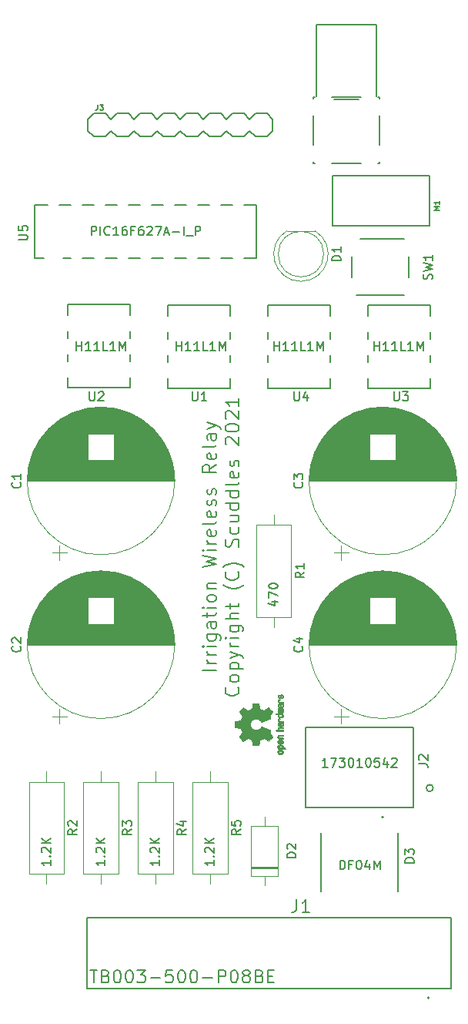
<source format=gto>
G04 #@! TF.GenerationSoftware,KiCad,Pcbnew,(5.1.7)-1*
G04 #@! TF.CreationDate,2021-01-27T13:08:56-08:00*
G04 #@! TF.ProjectId,tx,74782e6b-6963-4616-945f-706362585858,rev?*
G04 #@! TF.SameCoordinates,Original*
G04 #@! TF.FileFunction,Legend,Top*
G04 #@! TF.FilePolarity,Positive*
%FSLAX46Y46*%
G04 Gerber Fmt 4.6, Leading zero omitted, Abs format (unit mm)*
G04 Created by KiCad (PCBNEW (5.1.7)-1) date 2021-01-27 13:08:56*
%MOMM*%
%LPD*%
G01*
G04 APERTURE LIST*
%ADD10C,0.150000*%
%ADD11C,0.010000*%
%ADD12C,0.200000*%
%ADD13C,0.127000*%
%ADD14C,0.152400*%
%ADD15C,0.120000*%
%ADD16C,0.203200*%
G04 APERTURE END LIST*
D10*
X139678571Y-111035714D02*
X138178571Y-111035714D01*
X139678571Y-110321428D02*
X138678571Y-110321428D01*
X138964285Y-110321428D02*
X138821428Y-110250000D01*
X138750000Y-110178571D01*
X138678571Y-110035714D01*
X138678571Y-109892857D01*
X139678571Y-109392857D02*
X138678571Y-109392857D01*
X138964285Y-109392857D02*
X138821428Y-109321428D01*
X138750000Y-109250000D01*
X138678571Y-109107142D01*
X138678571Y-108964285D01*
X139678571Y-108464285D02*
X138678571Y-108464285D01*
X138178571Y-108464285D02*
X138250000Y-108535714D01*
X138321428Y-108464285D01*
X138250000Y-108392857D01*
X138178571Y-108464285D01*
X138321428Y-108464285D01*
X138678571Y-107107142D02*
X139892857Y-107107142D01*
X140035714Y-107178571D01*
X140107142Y-107250000D01*
X140178571Y-107392857D01*
X140178571Y-107607142D01*
X140107142Y-107750000D01*
X139607142Y-107107142D02*
X139678571Y-107250000D01*
X139678571Y-107535714D01*
X139607142Y-107678571D01*
X139535714Y-107750000D01*
X139392857Y-107821428D01*
X138964285Y-107821428D01*
X138821428Y-107750000D01*
X138750000Y-107678571D01*
X138678571Y-107535714D01*
X138678571Y-107250000D01*
X138750000Y-107107142D01*
X139678571Y-105750000D02*
X138892857Y-105750000D01*
X138750000Y-105821428D01*
X138678571Y-105964285D01*
X138678571Y-106250000D01*
X138750000Y-106392857D01*
X139607142Y-105750000D02*
X139678571Y-105892857D01*
X139678571Y-106250000D01*
X139607142Y-106392857D01*
X139464285Y-106464285D01*
X139321428Y-106464285D01*
X139178571Y-106392857D01*
X139107142Y-106250000D01*
X139107142Y-105892857D01*
X139035714Y-105750000D01*
X138678571Y-105250000D02*
X138678571Y-104678571D01*
X138178571Y-105035714D02*
X139464285Y-105035714D01*
X139607142Y-104964285D01*
X139678571Y-104821428D01*
X139678571Y-104678571D01*
X139678571Y-104178571D02*
X138678571Y-104178571D01*
X138178571Y-104178571D02*
X138250000Y-104250000D01*
X138321428Y-104178571D01*
X138250000Y-104107142D01*
X138178571Y-104178571D01*
X138321428Y-104178571D01*
X139678571Y-103250000D02*
X139607142Y-103392857D01*
X139535714Y-103464285D01*
X139392857Y-103535714D01*
X138964285Y-103535714D01*
X138821428Y-103464285D01*
X138750000Y-103392857D01*
X138678571Y-103250000D01*
X138678571Y-103035714D01*
X138750000Y-102892857D01*
X138821428Y-102821428D01*
X138964285Y-102750000D01*
X139392857Y-102750000D01*
X139535714Y-102821428D01*
X139607142Y-102892857D01*
X139678571Y-103035714D01*
X139678571Y-103250000D01*
X138678571Y-102107142D02*
X139678571Y-102107142D01*
X138821428Y-102107142D02*
X138750000Y-102035714D01*
X138678571Y-101892857D01*
X138678571Y-101678571D01*
X138750000Y-101535714D01*
X138892857Y-101464285D01*
X139678571Y-101464285D01*
X138178571Y-99750000D02*
X139678571Y-99392857D01*
X138607142Y-99107142D01*
X139678571Y-98821428D01*
X138178571Y-98464285D01*
X139678571Y-97892857D02*
X138678571Y-97892857D01*
X138178571Y-97892857D02*
X138250000Y-97964285D01*
X138321428Y-97892857D01*
X138250000Y-97821428D01*
X138178571Y-97892857D01*
X138321428Y-97892857D01*
X139678571Y-97178571D02*
X138678571Y-97178571D01*
X138964285Y-97178571D02*
X138821428Y-97107142D01*
X138750000Y-97035714D01*
X138678571Y-96892857D01*
X138678571Y-96750000D01*
X139607142Y-95678571D02*
X139678571Y-95821428D01*
X139678571Y-96107142D01*
X139607142Y-96250000D01*
X139464285Y-96321428D01*
X138892857Y-96321428D01*
X138750000Y-96250000D01*
X138678571Y-96107142D01*
X138678571Y-95821428D01*
X138750000Y-95678571D01*
X138892857Y-95607142D01*
X139035714Y-95607142D01*
X139178571Y-96321428D01*
X139678571Y-94750000D02*
X139607142Y-94892857D01*
X139464285Y-94964285D01*
X138178571Y-94964285D01*
X139607142Y-93607142D02*
X139678571Y-93750000D01*
X139678571Y-94035714D01*
X139607142Y-94178571D01*
X139464285Y-94250000D01*
X138892857Y-94250000D01*
X138750000Y-94178571D01*
X138678571Y-94035714D01*
X138678571Y-93750000D01*
X138750000Y-93607142D01*
X138892857Y-93535714D01*
X139035714Y-93535714D01*
X139178571Y-94250000D01*
X139607142Y-92964285D02*
X139678571Y-92821428D01*
X139678571Y-92535714D01*
X139607142Y-92392857D01*
X139464285Y-92321428D01*
X139392857Y-92321428D01*
X139250000Y-92392857D01*
X139178571Y-92535714D01*
X139178571Y-92750000D01*
X139107142Y-92892857D01*
X138964285Y-92964285D01*
X138892857Y-92964285D01*
X138750000Y-92892857D01*
X138678571Y-92750000D01*
X138678571Y-92535714D01*
X138750000Y-92392857D01*
X139607142Y-91750000D02*
X139678571Y-91607142D01*
X139678571Y-91321428D01*
X139607142Y-91178571D01*
X139464285Y-91107142D01*
X139392857Y-91107142D01*
X139250000Y-91178571D01*
X139178571Y-91321428D01*
X139178571Y-91535714D01*
X139107142Y-91678571D01*
X138964285Y-91750000D01*
X138892857Y-91750000D01*
X138750000Y-91678571D01*
X138678571Y-91535714D01*
X138678571Y-91321428D01*
X138750000Y-91178571D01*
X139678571Y-88464285D02*
X138964285Y-88964285D01*
X139678571Y-89321428D02*
X138178571Y-89321428D01*
X138178571Y-88750000D01*
X138250000Y-88607142D01*
X138321428Y-88535714D01*
X138464285Y-88464285D01*
X138678571Y-88464285D01*
X138821428Y-88535714D01*
X138892857Y-88607142D01*
X138964285Y-88750000D01*
X138964285Y-89321428D01*
X139607142Y-87250000D02*
X139678571Y-87392857D01*
X139678571Y-87678571D01*
X139607142Y-87821428D01*
X139464285Y-87892857D01*
X138892857Y-87892857D01*
X138750000Y-87821428D01*
X138678571Y-87678571D01*
X138678571Y-87392857D01*
X138750000Y-87250000D01*
X138892857Y-87178571D01*
X139035714Y-87178571D01*
X139178571Y-87892857D01*
X139678571Y-86321428D02*
X139607142Y-86464285D01*
X139464285Y-86535714D01*
X138178571Y-86535714D01*
X139678571Y-85107142D02*
X138892857Y-85107142D01*
X138750000Y-85178571D01*
X138678571Y-85321428D01*
X138678571Y-85607142D01*
X138750000Y-85750000D01*
X139607142Y-85107142D02*
X139678571Y-85250000D01*
X139678571Y-85607142D01*
X139607142Y-85750000D01*
X139464285Y-85821428D01*
X139321428Y-85821428D01*
X139178571Y-85750000D01*
X139107142Y-85607142D01*
X139107142Y-85250000D01*
X139035714Y-85107142D01*
X138678571Y-84535714D02*
X139678571Y-84178571D01*
X138678571Y-83821428D02*
X139678571Y-84178571D01*
X140035714Y-84321428D01*
X140107142Y-84392857D01*
X140178571Y-84535714D01*
X142035714Y-112928571D02*
X142107142Y-113000000D01*
X142178571Y-113214285D01*
X142178571Y-113357142D01*
X142107142Y-113571428D01*
X141964285Y-113714285D01*
X141821428Y-113785714D01*
X141535714Y-113857142D01*
X141321428Y-113857142D01*
X141035714Y-113785714D01*
X140892857Y-113714285D01*
X140750000Y-113571428D01*
X140678571Y-113357142D01*
X140678571Y-113214285D01*
X140750000Y-113000000D01*
X140821428Y-112928571D01*
X142178571Y-112071428D02*
X142107142Y-112214285D01*
X142035714Y-112285714D01*
X141892857Y-112357142D01*
X141464285Y-112357142D01*
X141321428Y-112285714D01*
X141250000Y-112214285D01*
X141178571Y-112071428D01*
X141178571Y-111857142D01*
X141250000Y-111714285D01*
X141321428Y-111642857D01*
X141464285Y-111571428D01*
X141892857Y-111571428D01*
X142035714Y-111642857D01*
X142107142Y-111714285D01*
X142178571Y-111857142D01*
X142178571Y-112071428D01*
X141178571Y-110928571D02*
X142678571Y-110928571D01*
X141250000Y-110928571D02*
X141178571Y-110785714D01*
X141178571Y-110500000D01*
X141250000Y-110357142D01*
X141321428Y-110285714D01*
X141464285Y-110214285D01*
X141892857Y-110214285D01*
X142035714Y-110285714D01*
X142107142Y-110357142D01*
X142178571Y-110500000D01*
X142178571Y-110785714D01*
X142107142Y-110928571D01*
X141178571Y-109714285D02*
X142178571Y-109357142D01*
X141178571Y-109000000D02*
X142178571Y-109357142D01*
X142535714Y-109500000D01*
X142607142Y-109571428D01*
X142678571Y-109714285D01*
X142178571Y-108428571D02*
X141178571Y-108428571D01*
X141464285Y-108428571D02*
X141321428Y-108357142D01*
X141250000Y-108285714D01*
X141178571Y-108142857D01*
X141178571Y-108000000D01*
X142178571Y-107500000D02*
X141178571Y-107500000D01*
X140678571Y-107500000D02*
X140750000Y-107571428D01*
X140821428Y-107500000D01*
X140750000Y-107428571D01*
X140678571Y-107500000D01*
X140821428Y-107500000D01*
X141178571Y-106142857D02*
X142392857Y-106142857D01*
X142535714Y-106214285D01*
X142607142Y-106285714D01*
X142678571Y-106428571D01*
X142678571Y-106642857D01*
X142607142Y-106785714D01*
X142107142Y-106142857D02*
X142178571Y-106285714D01*
X142178571Y-106571428D01*
X142107142Y-106714285D01*
X142035714Y-106785714D01*
X141892857Y-106857142D01*
X141464285Y-106857142D01*
X141321428Y-106785714D01*
X141250000Y-106714285D01*
X141178571Y-106571428D01*
X141178571Y-106285714D01*
X141250000Y-106142857D01*
X142178571Y-105428571D02*
X140678571Y-105428571D01*
X142178571Y-104785714D02*
X141392857Y-104785714D01*
X141250000Y-104857142D01*
X141178571Y-105000000D01*
X141178571Y-105214285D01*
X141250000Y-105357142D01*
X141321428Y-105428571D01*
X141178571Y-104285714D02*
X141178571Y-103714285D01*
X140678571Y-104071428D02*
X141964285Y-104071428D01*
X142107142Y-104000000D01*
X142178571Y-103857142D01*
X142178571Y-103714285D01*
X142750000Y-101642857D02*
X142678571Y-101714285D01*
X142464285Y-101857142D01*
X142321428Y-101928571D01*
X142107142Y-102000000D01*
X141750000Y-102071428D01*
X141464285Y-102071428D01*
X141107142Y-102000000D01*
X140892857Y-101928571D01*
X140750000Y-101857142D01*
X140535714Y-101714285D01*
X140464285Y-101642857D01*
X142035714Y-100214285D02*
X142107142Y-100285714D01*
X142178571Y-100500000D01*
X142178571Y-100642857D01*
X142107142Y-100857142D01*
X141964285Y-101000000D01*
X141821428Y-101071428D01*
X141535714Y-101142857D01*
X141321428Y-101142857D01*
X141035714Y-101071428D01*
X140892857Y-101000000D01*
X140750000Y-100857142D01*
X140678571Y-100642857D01*
X140678571Y-100500000D01*
X140750000Y-100285714D01*
X140821428Y-100214285D01*
X142750000Y-99714285D02*
X142678571Y-99642857D01*
X142464285Y-99500000D01*
X142321428Y-99428571D01*
X142107142Y-99357142D01*
X141750000Y-99285714D01*
X141464285Y-99285714D01*
X141107142Y-99357142D01*
X140892857Y-99428571D01*
X140750000Y-99500000D01*
X140535714Y-99642857D01*
X140464285Y-99714285D01*
X142107142Y-97500000D02*
X142178571Y-97285714D01*
X142178571Y-96928571D01*
X142107142Y-96785714D01*
X142035714Y-96714285D01*
X141892857Y-96642857D01*
X141750000Y-96642857D01*
X141607142Y-96714285D01*
X141535714Y-96785714D01*
X141464285Y-96928571D01*
X141392857Y-97214285D01*
X141321428Y-97357142D01*
X141250000Y-97428571D01*
X141107142Y-97500000D01*
X140964285Y-97500000D01*
X140821428Y-97428571D01*
X140750000Y-97357142D01*
X140678571Y-97214285D01*
X140678571Y-96857142D01*
X140750000Y-96642857D01*
X142107142Y-95357142D02*
X142178571Y-95500000D01*
X142178571Y-95785714D01*
X142107142Y-95928571D01*
X142035714Y-96000000D01*
X141892857Y-96071428D01*
X141464285Y-96071428D01*
X141321428Y-96000000D01*
X141250000Y-95928571D01*
X141178571Y-95785714D01*
X141178571Y-95500000D01*
X141250000Y-95357142D01*
X141178571Y-94071428D02*
X142178571Y-94071428D01*
X141178571Y-94714285D02*
X141964285Y-94714285D01*
X142107142Y-94642857D01*
X142178571Y-94500000D01*
X142178571Y-94285714D01*
X142107142Y-94142857D01*
X142035714Y-94071428D01*
X142178571Y-92714285D02*
X140678571Y-92714285D01*
X142107142Y-92714285D02*
X142178571Y-92857142D01*
X142178571Y-93142857D01*
X142107142Y-93285714D01*
X142035714Y-93357142D01*
X141892857Y-93428571D01*
X141464285Y-93428571D01*
X141321428Y-93357142D01*
X141250000Y-93285714D01*
X141178571Y-93142857D01*
X141178571Y-92857142D01*
X141250000Y-92714285D01*
X142178571Y-91357142D02*
X140678571Y-91357142D01*
X142107142Y-91357142D02*
X142178571Y-91500000D01*
X142178571Y-91785714D01*
X142107142Y-91928571D01*
X142035714Y-92000000D01*
X141892857Y-92071428D01*
X141464285Y-92071428D01*
X141321428Y-92000000D01*
X141250000Y-91928571D01*
X141178571Y-91785714D01*
X141178571Y-91500000D01*
X141250000Y-91357142D01*
X142178571Y-90428571D02*
X142107142Y-90571428D01*
X141964285Y-90642857D01*
X140678571Y-90642857D01*
X142107142Y-89285714D02*
X142178571Y-89428571D01*
X142178571Y-89714285D01*
X142107142Y-89857142D01*
X141964285Y-89928571D01*
X141392857Y-89928571D01*
X141250000Y-89857142D01*
X141178571Y-89714285D01*
X141178571Y-89428571D01*
X141250000Y-89285714D01*
X141392857Y-89214285D01*
X141535714Y-89214285D01*
X141678571Y-89928571D01*
X142107142Y-88642857D02*
X142178571Y-88500000D01*
X142178571Y-88214285D01*
X142107142Y-88071428D01*
X141964285Y-88000000D01*
X141892857Y-88000000D01*
X141750000Y-88071428D01*
X141678571Y-88214285D01*
X141678571Y-88428571D01*
X141607142Y-88571428D01*
X141464285Y-88642857D01*
X141392857Y-88642857D01*
X141250000Y-88571428D01*
X141178571Y-88428571D01*
X141178571Y-88214285D01*
X141250000Y-88071428D01*
X140821428Y-86285714D02*
X140750000Y-86214285D01*
X140678571Y-86071428D01*
X140678571Y-85714285D01*
X140750000Y-85571428D01*
X140821428Y-85500000D01*
X140964285Y-85428571D01*
X141107142Y-85428571D01*
X141321428Y-85500000D01*
X142178571Y-86357142D01*
X142178571Y-85428571D01*
X140678571Y-84500000D02*
X140678571Y-84357142D01*
X140750000Y-84214285D01*
X140821428Y-84142857D01*
X140964285Y-84071428D01*
X141250000Y-84000000D01*
X141607142Y-84000000D01*
X141892857Y-84071428D01*
X142035714Y-84142857D01*
X142107142Y-84214285D01*
X142178571Y-84357142D01*
X142178571Y-84500000D01*
X142107142Y-84642857D01*
X142035714Y-84714285D01*
X141892857Y-84785714D01*
X141607142Y-84857142D01*
X141250000Y-84857142D01*
X140964285Y-84785714D01*
X140821428Y-84714285D01*
X140750000Y-84642857D01*
X140678571Y-84500000D01*
X140821428Y-83428571D02*
X140750000Y-83357142D01*
X140678571Y-83214285D01*
X140678571Y-82857142D01*
X140750000Y-82714285D01*
X140821428Y-82642857D01*
X140964285Y-82571428D01*
X141107142Y-82571428D01*
X141321428Y-82642857D01*
X142178571Y-83500000D01*
X142178571Y-82571428D01*
X142178571Y-81142857D02*
X142178571Y-82000000D01*
X142178571Y-81571428D02*
X140678571Y-81571428D01*
X140892857Y-81714285D01*
X141035714Y-81857142D01*
X141107142Y-82000000D01*
D11*
G36*
X141742348Y-116896090D02*
G01*
X141742778Y-116817546D01*
X141743942Y-116760702D01*
X141746207Y-116721895D01*
X141749940Y-116697462D01*
X141755506Y-116683738D01*
X141763273Y-116677060D01*
X141773605Y-116673764D01*
X141774943Y-116673444D01*
X141799079Y-116668438D01*
X141846701Y-116659171D01*
X141912741Y-116646608D01*
X141992128Y-116631713D01*
X142079796Y-116615449D01*
X142082875Y-116614881D01*
X142168789Y-116598590D01*
X142244696Y-116583348D01*
X142306045Y-116570139D01*
X142348282Y-116559946D01*
X142366855Y-116553752D01*
X142367184Y-116553457D01*
X142376253Y-116535212D01*
X142391367Y-116497595D01*
X142409262Y-116448729D01*
X142409358Y-116448457D01*
X142432493Y-116386907D01*
X142461965Y-116314343D01*
X142491597Y-116245943D01*
X142493062Y-116242706D01*
X142543626Y-116131298D01*
X142375160Y-115884601D01*
X142323803Y-115808923D01*
X142277889Y-115740369D01*
X142240030Y-115682912D01*
X142212837Y-115640524D01*
X142198921Y-115617175D01*
X142197889Y-115614958D01*
X142202484Y-115597990D01*
X142224655Y-115566299D01*
X142265447Y-115518648D01*
X142325905Y-115453802D01*
X142390227Y-115387603D01*
X142453612Y-115323786D01*
X142511451Y-115266671D01*
X142560175Y-115219695D01*
X142596210Y-115186297D01*
X142615984Y-115169915D01*
X142617002Y-115169306D01*
X142630572Y-115167495D01*
X142652733Y-115174317D01*
X142686478Y-115191460D01*
X142734800Y-115220607D01*
X142800692Y-115263445D01*
X142885517Y-115320552D01*
X142960177Y-115371234D01*
X143027140Y-115416539D01*
X143082516Y-115453850D01*
X143122420Y-115480548D01*
X143142962Y-115494015D01*
X143144356Y-115494863D01*
X143164038Y-115493219D01*
X143202293Y-115480755D01*
X143251889Y-115459952D01*
X143267728Y-115452538D01*
X143338290Y-115420186D01*
X143418353Y-115385672D01*
X143487629Y-115357635D01*
X143539045Y-115337432D01*
X143578119Y-115321385D01*
X143598541Y-115312112D01*
X143600114Y-115310959D01*
X143602721Y-115293904D01*
X143609863Y-115253702D01*
X143620523Y-115195698D01*
X143633685Y-115125237D01*
X143648333Y-115047665D01*
X143663449Y-114968328D01*
X143678018Y-114892569D01*
X143691022Y-114825736D01*
X143701445Y-114773172D01*
X143708270Y-114740224D01*
X143710199Y-114732143D01*
X143714962Y-114723795D01*
X143725718Y-114717494D01*
X143746098Y-114712955D01*
X143779734Y-114709896D01*
X143830255Y-114708033D01*
X143901292Y-114707082D01*
X143996476Y-114706760D01*
X144035492Y-114706743D01*
X144352799Y-114706743D01*
X144367839Y-114782943D01*
X144375995Y-114825337D01*
X144387899Y-114888600D01*
X144402116Y-114965038D01*
X144417210Y-115046957D01*
X144421355Y-115069600D01*
X144436053Y-115145194D01*
X144450505Y-115211047D01*
X144463375Y-115261634D01*
X144473322Y-115291426D01*
X144476287Y-115296388D01*
X144497283Y-115308574D01*
X144537967Y-115326047D01*
X144590322Y-115345423D01*
X144601600Y-115349266D01*
X144671523Y-115374661D01*
X144750418Y-115406183D01*
X144821266Y-115437031D01*
X144821595Y-115437183D01*
X144932733Y-115488553D01*
X145181253Y-115319601D01*
X145429772Y-115150648D01*
X145647058Y-115367571D01*
X145711726Y-115433181D01*
X145768733Y-115493021D01*
X145815033Y-115543733D01*
X145847584Y-115581954D01*
X145863343Y-115604325D01*
X145864343Y-115607534D01*
X145856469Y-115626374D01*
X145834578Y-115664820D01*
X145801267Y-115718670D01*
X145759131Y-115783724D01*
X145711943Y-115854060D01*
X145663810Y-115925445D01*
X145621928Y-115989092D01*
X145588871Y-116040959D01*
X145567218Y-116077005D01*
X145559543Y-116093133D01*
X145566037Y-116112811D01*
X145583150Y-116150125D01*
X145607326Y-116197379D01*
X145610013Y-116202388D01*
X145641927Y-116266023D01*
X145657579Y-116309659D01*
X145657745Y-116336798D01*
X145643204Y-116350943D01*
X145643000Y-116351025D01*
X145625779Y-116358095D01*
X145584899Y-116374958D01*
X145523525Y-116400305D01*
X145444819Y-116432829D01*
X145351947Y-116471222D01*
X145248072Y-116514178D01*
X145147502Y-116555778D01*
X145036516Y-116601496D01*
X144933703Y-116643474D01*
X144842215Y-116680452D01*
X144765201Y-116711173D01*
X144705815Y-116734378D01*
X144667209Y-116748810D01*
X144652800Y-116753257D01*
X144636272Y-116742104D01*
X144609930Y-116712931D01*
X144580887Y-116674029D01*
X144489039Y-116563243D01*
X144383759Y-116476649D01*
X144267266Y-116415284D01*
X144141776Y-116380185D01*
X144009507Y-116372392D01*
X143948457Y-116378057D01*
X143821795Y-116408922D01*
X143709941Y-116462080D01*
X143614001Y-116534233D01*
X143535076Y-116622083D01*
X143474270Y-116722335D01*
X143432687Y-116831690D01*
X143411428Y-116946853D01*
X143411599Y-117064525D01*
X143434301Y-117181410D01*
X143480638Y-117294211D01*
X143551713Y-117399631D01*
X143591911Y-117443632D01*
X143695129Y-117528021D01*
X143807925Y-117586778D01*
X143927010Y-117620296D01*
X144049095Y-117628965D01*
X144170893Y-117613177D01*
X144289116Y-117573322D01*
X144400475Y-117509793D01*
X144501684Y-117422979D01*
X144580887Y-117325971D01*
X144611162Y-117285563D01*
X144637219Y-117257018D01*
X144652825Y-117246743D01*
X144669843Y-117252123D01*
X144710500Y-117267425D01*
X144771642Y-117291388D01*
X144850119Y-117322756D01*
X144942780Y-117360268D01*
X145046472Y-117402667D01*
X145147526Y-117444337D01*
X145258607Y-117490310D01*
X145361541Y-117532893D01*
X145453165Y-117570779D01*
X145530316Y-117602660D01*
X145589831Y-117627229D01*
X145628544Y-117643180D01*
X145643000Y-117649090D01*
X145657685Y-117663052D01*
X145657642Y-117690060D01*
X145642099Y-117733587D01*
X145610284Y-117797110D01*
X145610013Y-117797612D01*
X145585323Y-117845440D01*
X145567338Y-117884103D01*
X145559614Y-117905905D01*
X145559543Y-117906867D01*
X145567378Y-117923279D01*
X145589165Y-117959513D01*
X145622328Y-118011526D01*
X145664291Y-118075275D01*
X145711943Y-118145940D01*
X145760191Y-118217884D01*
X145802151Y-118282726D01*
X145835227Y-118336265D01*
X145856821Y-118374303D01*
X145864343Y-118392467D01*
X145854457Y-118409192D01*
X145826826Y-118442820D01*
X145784495Y-118489990D01*
X145730505Y-118547342D01*
X145667899Y-118611516D01*
X145646983Y-118632503D01*
X145429623Y-118849501D01*
X145187220Y-118684332D01*
X145112781Y-118634136D01*
X145045972Y-118590081D01*
X144990665Y-118554638D01*
X144950729Y-118530281D01*
X144930036Y-118519478D01*
X144928563Y-118519162D01*
X144909058Y-118524857D01*
X144869822Y-118540174D01*
X144817430Y-118562463D01*
X144782355Y-118578107D01*
X144715201Y-118607359D01*
X144647358Y-118634906D01*
X144590034Y-118656263D01*
X144572572Y-118662065D01*
X144525938Y-118678548D01*
X144489905Y-118694660D01*
X144476287Y-118703510D01*
X144467952Y-118723040D01*
X144456137Y-118765666D01*
X144442181Y-118825855D01*
X144427422Y-118898078D01*
X144421355Y-118930400D01*
X144406273Y-119012478D01*
X144391669Y-119091205D01*
X144378980Y-119158891D01*
X144369642Y-119207840D01*
X144367839Y-119217057D01*
X144352799Y-119293257D01*
X144035492Y-119293257D01*
X143931154Y-119293086D01*
X143852213Y-119292384D01*
X143795038Y-119290866D01*
X143755999Y-119288251D01*
X143731465Y-119284254D01*
X143717805Y-119278591D01*
X143711389Y-119270980D01*
X143710199Y-119267857D01*
X143705980Y-119249022D01*
X143697562Y-119207412D01*
X143685961Y-119148370D01*
X143672195Y-119077243D01*
X143657280Y-118999375D01*
X143642232Y-118920113D01*
X143628069Y-118844802D01*
X143615806Y-118778787D01*
X143606461Y-118727413D01*
X143601050Y-118696025D01*
X143600114Y-118689041D01*
X143587596Y-118682715D01*
X143554246Y-118668710D01*
X143506377Y-118649645D01*
X143487629Y-118642366D01*
X143415195Y-118613004D01*
X143335170Y-118578429D01*
X143267728Y-118547463D01*
X143216159Y-118524677D01*
X143173785Y-118509518D01*
X143147834Y-118504458D01*
X143144356Y-118505264D01*
X143127936Y-118515959D01*
X143091417Y-118540380D01*
X143038687Y-118575905D01*
X142973635Y-118619913D01*
X142900151Y-118669783D01*
X142885645Y-118679644D01*
X142799704Y-118737508D01*
X142734261Y-118780044D01*
X142686304Y-118808946D01*
X142652820Y-118825910D01*
X142630795Y-118832633D01*
X142617217Y-118830810D01*
X142617131Y-118830764D01*
X142599297Y-118816414D01*
X142564817Y-118784677D01*
X142517268Y-118738990D01*
X142460222Y-118682796D01*
X142397255Y-118619532D01*
X142390227Y-118612398D01*
X142313020Y-118532670D01*
X142256330Y-118471143D01*
X142219110Y-118426579D01*
X142200315Y-118397743D01*
X142197889Y-118385042D01*
X142208471Y-118366506D01*
X142232916Y-118328039D01*
X142268612Y-118273614D01*
X142312947Y-118207202D01*
X142363311Y-118132775D01*
X142375160Y-118115399D01*
X142543626Y-117868703D01*
X142493062Y-117757294D01*
X142463595Y-117689543D01*
X142433959Y-117616817D01*
X142410330Y-117554297D01*
X142409358Y-117551543D01*
X142391457Y-117502640D01*
X142376320Y-117464943D01*
X142367210Y-117446575D01*
X142367184Y-117446544D01*
X142350717Y-117440715D01*
X142310219Y-117430808D01*
X142250242Y-117417805D01*
X142175340Y-117402691D01*
X142090064Y-117386448D01*
X142082875Y-117385119D01*
X141995014Y-117368825D01*
X141915260Y-117353867D01*
X141848681Y-117341209D01*
X141800347Y-117331814D01*
X141775325Y-117326646D01*
X141774943Y-117326556D01*
X141764299Y-117323411D01*
X141756262Y-117317296D01*
X141750467Y-117304547D01*
X141746547Y-117281500D01*
X141744135Y-117244491D01*
X141742865Y-117189856D01*
X141742371Y-117113933D01*
X141742286Y-117013056D01*
X141742286Y-117000000D01*
X141742348Y-116896090D01*
G37*
X141742348Y-116896090D02*
X141742778Y-116817546D01*
X141743942Y-116760702D01*
X141746207Y-116721895D01*
X141749940Y-116697462D01*
X141755506Y-116683738D01*
X141763273Y-116677060D01*
X141773605Y-116673764D01*
X141774943Y-116673444D01*
X141799079Y-116668438D01*
X141846701Y-116659171D01*
X141912741Y-116646608D01*
X141992128Y-116631713D01*
X142079796Y-116615449D01*
X142082875Y-116614881D01*
X142168789Y-116598590D01*
X142244696Y-116583348D01*
X142306045Y-116570139D01*
X142348282Y-116559946D01*
X142366855Y-116553752D01*
X142367184Y-116553457D01*
X142376253Y-116535212D01*
X142391367Y-116497595D01*
X142409262Y-116448729D01*
X142409358Y-116448457D01*
X142432493Y-116386907D01*
X142461965Y-116314343D01*
X142491597Y-116245943D01*
X142493062Y-116242706D01*
X142543626Y-116131298D01*
X142375160Y-115884601D01*
X142323803Y-115808923D01*
X142277889Y-115740369D01*
X142240030Y-115682912D01*
X142212837Y-115640524D01*
X142198921Y-115617175D01*
X142197889Y-115614958D01*
X142202484Y-115597990D01*
X142224655Y-115566299D01*
X142265447Y-115518648D01*
X142325905Y-115453802D01*
X142390227Y-115387603D01*
X142453612Y-115323786D01*
X142511451Y-115266671D01*
X142560175Y-115219695D01*
X142596210Y-115186297D01*
X142615984Y-115169915D01*
X142617002Y-115169306D01*
X142630572Y-115167495D01*
X142652733Y-115174317D01*
X142686478Y-115191460D01*
X142734800Y-115220607D01*
X142800692Y-115263445D01*
X142885517Y-115320552D01*
X142960177Y-115371234D01*
X143027140Y-115416539D01*
X143082516Y-115453850D01*
X143122420Y-115480548D01*
X143142962Y-115494015D01*
X143144356Y-115494863D01*
X143164038Y-115493219D01*
X143202293Y-115480755D01*
X143251889Y-115459952D01*
X143267728Y-115452538D01*
X143338290Y-115420186D01*
X143418353Y-115385672D01*
X143487629Y-115357635D01*
X143539045Y-115337432D01*
X143578119Y-115321385D01*
X143598541Y-115312112D01*
X143600114Y-115310959D01*
X143602721Y-115293904D01*
X143609863Y-115253702D01*
X143620523Y-115195698D01*
X143633685Y-115125237D01*
X143648333Y-115047665D01*
X143663449Y-114968328D01*
X143678018Y-114892569D01*
X143691022Y-114825736D01*
X143701445Y-114773172D01*
X143708270Y-114740224D01*
X143710199Y-114732143D01*
X143714962Y-114723795D01*
X143725718Y-114717494D01*
X143746098Y-114712955D01*
X143779734Y-114709896D01*
X143830255Y-114708033D01*
X143901292Y-114707082D01*
X143996476Y-114706760D01*
X144035492Y-114706743D01*
X144352799Y-114706743D01*
X144367839Y-114782943D01*
X144375995Y-114825337D01*
X144387899Y-114888600D01*
X144402116Y-114965038D01*
X144417210Y-115046957D01*
X144421355Y-115069600D01*
X144436053Y-115145194D01*
X144450505Y-115211047D01*
X144463375Y-115261634D01*
X144473322Y-115291426D01*
X144476287Y-115296388D01*
X144497283Y-115308574D01*
X144537967Y-115326047D01*
X144590322Y-115345423D01*
X144601600Y-115349266D01*
X144671523Y-115374661D01*
X144750418Y-115406183D01*
X144821266Y-115437031D01*
X144821595Y-115437183D01*
X144932733Y-115488553D01*
X145181253Y-115319601D01*
X145429772Y-115150648D01*
X145647058Y-115367571D01*
X145711726Y-115433181D01*
X145768733Y-115493021D01*
X145815033Y-115543733D01*
X145847584Y-115581954D01*
X145863343Y-115604325D01*
X145864343Y-115607534D01*
X145856469Y-115626374D01*
X145834578Y-115664820D01*
X145801267Y-115718670D01*
X145759131Y-115783724D01*
X145711943Y-115854060D01*
X145663810Y-115925445D01*
X145621928Y-115989092D01*
X145588871Y-116040959D01*
X145567218Y-116077005D01*
X145559543Y-116093133D01*
X145566037Y-116112811D01*
X145583150Y-116150125D01*
X145607326Y-116197379D01*
X145610013Y-116202388D01*
X145641927Y-116266023D01*
X145657579Y-116309659D01*
X145657745Y-116336798D01*
X145643204Y-116350943D01*
X145643000Y-116351025D01*
X145625779Y-116358095D01*
X145584899Y-116374958D01*
X145523525Y-116400305D01*
X145444819Y-116432829D01*
X145351947Y-116471222D01*
X145248072Y-116514178D01*
X145147502Y-116555778D01*
X145036516Y-116601496D01*
X144933703Y-116643474D01*
X144842215Y-116680452D01*
X144765201Y-116711173D01*
X144705815Y-116734378D01*
X144667209Y-116748810D01*
X144652800Y-116753257D01*
X144636272Y-116742104D01*
X144609930Y-116712931D01*
X144580887Y-116674029D01*
X144489039Y-116563243D01*
X144383759Y-116476649D01*
X144267266Y-116415284D01*
X144141776Y-116380185D01*
X144009507Y-116372392D01*
X143948457Y-116378057D01*
X143821795Y-116408922D01*
X143709941Y-116462080D01*
X143614001Y-116534233D01*
X143535076Y-116622083D01*
X143474270Y-116722335D01*
X143432687Y-116831690D01*
X143411428Y-116946853D01*
X143411599Y-117064525D01*
X143434301Y-117181410D01*
X143480638Y-117294211D01*
X143551713Y-117399631D01*
X143591911Y-117443632D01*
X143695129Y-117528021D01*
X143807925Y-117586778D01*
X143927010Y-117620296D01*
X144049095Y-117628965D01*
X144170893Y-117613177D01*
X144289116Y-117573322D01*
X144400475Y-117509793D01*
X144501684Y-117422979D01*
X144580887Y-117325971D01*
X144611162Y-117285563D01*
X144637219Y-117257018D01*
X144652825Y-117246743D01*
X144669843Y-117252123D01*
X144710500Y-117267425D01*
X144771642Y-117291388D01*
X144850119Y-117322756D01*
X144942780Y-117360268D01*
X145046472Y-117402667D01*
X145147526Y-117444337D01*
X145258607Y-117490310D01*
X145361541Y-117532893D01*
X145453165Y-117570779D01*
X145530316Y-117602660D01*
X145589831Y-117627229D01*
X145628544Y-117643180D01*
X145643000Y-117649090D01*
X145657685Y-117663052D01*
X145657642Y-117690060D01*
X145642099Y-117733587D01*
X145610284Y-117797110D01*
X145610013Y-117797612D01*
X145585323Y-117845440D01*
X145567338Y-117884103D01*
X145559614Y-117905905D01*
X145559543Y-117906867D01*
X145567378Y-117923279D01*
X145589165Y-117959513D01*
X145622328Y-118011526D01*
X145664291Y-118075275D01*
X145711943Y-118145940D01*
X145760191Y-118217884D01*
X145802151Y-118282726D01*
X145835227Y-118336265D01*
X145856821Y-118374303D01*
X145864343Y-118392467D01*
X145854457Y-118409192D01*
X145826826Y-118442820D01*
X145784495Y-118489990D01*
X145730505Y-118547342D01*
X145667899Y-118611516D01*
X145646983Y-118632503D01*
X145429623Y-118849501D01*
X145187220Y-118684332D01*
X145112781Y-118634136D01*
X145045972Y-118590081D01*
X144990665Y-118554638D01*
X144950729Y-118530281D01*
X144930036Y-118519478D01*
X144928563Y-118519162D01*
X144909058Y-118524857D01*
X144869822Y-118540174D01*
X144817430Y-118562463D01*
X144782355Y-118578107D01*
X144715201Y-118607359D01*
X144647358Y-118634906D01*
X144590034Y-118656263D01*
X144572572Y-118662065D01*
X144525938Y-118678548D01*
X144489905Y-118694660D01*
X144476287Y-118703510D01*
X144467952Y-118723040D01*
X144456137Y-118765666D01*
X144442181Y-118825855D01*
X144427422Y-118898078D01*
X144421355Y-118930400D01*
X144406273Y-119012478D01*
X144391669Y-119091205D01*
X144378980Y-119158891D01*
X144369642Y-119207840D01*
X144367839Y-119217057D01*
X144352799Y-119293257D01*
X144035492Y-119293257D01*
X143931154Y-119293086D01*
X143852213Y-119292384D01*
X143795038Y-119290866D01*
X143755999Y-119288251D01*
X143731465Y-119284254D01*
X143717805Y-119278591D01*
X143711389Y-119270980D01*
X143710199Y-119267857D01*
X143705980Y-119249022D01*
X143697562Y-119207412D01*
X143685961Y-119148370D01*
X143672195Y-119077243D01*
X143657280Y-118999375D01*
X143642232Y-118920113D01*
X143628069Y-118844802D01*
X143615806Y-118778787D01*
X143606461Y-118727413D01*
X143601050Y-118696025D01*
X143600114Y-118689041D01*
X143587596Y-118682715D01*
X143554246Y-118668710D01*
X143506377Y-118649645D01*
X143487629Y-118642366D01*
X143415195Y-118613004D01*
X143335170Y-118578429D01*
X143267728Y-118547463D01*
X143216159Y-118524677D01*
X143173785Y-118509518D01*
X143147834Y-118504458D01*
X143144356Y-118505264D01*
X143127936Y-118515959D01*
X143091417Y-118540380D01*
X143038687Y-118575905D01*
X142973635Y-118619913D01*
X142900151Y-118669783D01*
X142885645Y-118679644D01*
X142799704Y-118737508D01*
X142734261Y-118780044D01*
X142686304Y-118808946D01*
X142652820Y-118825910D01*
X142630795Y-118832633D01*
X142617217Y-118830810D01*
X142617131Y-118830764D01*
X142599297Y-118816414D01*
X142564817Y-118784677D01*
X142517268Y-118738990D01*
X142460222Y-118682796D01*
X142397255Y-118619532D01*
X142390227Y-118612398D01*
X142313020Y-118532670D01*
X142256330Y-118471143D01*
X142219110Y-118426579D01*
X142200315Y-118397743D01*
X142197889Y-118385042D01*
X142208471Y-118366506D01*
X142232916Y-118328039D01*
X142268612Y-118273614D01*
X142312947Y-118207202D01*
X142363311Y-118132775D01*
X142375160Y-118115399D01*
X142543626Y-117868703D01*
X142493062Y-117757294D01*
X142463595Y-117689543D01*
X142433959Y-117616817D01*
X142410330Y-117554297D01*
X142409358Y-117551543D01*
X142391457Y-117502640D01*
X142376320Y-117464943D01*
X142367210Y-117446575D01*
X142367184Y-117446544D01*
X142350717Y-117440715D01*
X142310219Y-117430808D01*
X142250242Y-117417805D01*
X142175340Y-117402691D01*
X142090064Y-117386448D01*
X142082875Y-117385119D01*
X141995014Y-117368825D01*
X141915260Y-117353867D01*
X141848681Y-117341209D01*
X141800347Y-117331814D01*
X141775325Y-117326646D01*
X141774943Y-117326556D01*
X141764299Y-117323411D01*
X141756262Y-117317296D01*
X141750467Y-117304547D01*
X141746547Y-117281500D01*
X141744135Y-117244491D01*
X141742865Y-117189856D01*
X141742371Y-117113933D01*
X141742286Y-117013056D01*
X141742286Y-117000000D01*
X141742348Y-116896090D01*
G36*
X146466966Y-113846405D02*
G01*
X146504497Y-113788979D01*
X146538096Y-113761281D01*
X146599064Y-113739338D01*
X146647308Y-113737595D01*
X146711816Y-113741543D01*
X146776934Y-113890314D01*
X146810202Y-113962651D01*
X146836964Y-114009916D01*
X146860144Y-114034493D01*
X146882667Y-114038763D01*
X146907455Y-114025111D01*
X146923886Y-114010057D01*
X146950235Y-113966254D01*
X146952081Y-113918611D01*
X146931546Y-113874855D01*
X146890752Y-113842711D01*
X146876347Y-113836962D01*
X146831356Y-113809424D01*
X146812182Y-113777742D01*
X146795779Y-113734286D01*
X146857966Y-113734286D01*
X146900283Y-113738128D01*
X146935969Y-113753177D01*
X146976943Y-113784720D01*
X146982267Y-113789408D01*
X147018720Y-113824494D01*
X147038283Y-113854653D01*
X147047283Y-113892385D01*
X147050230Y-113923665D01*
X147050965Y-113979615D01*
X147041660Y-114019445D01*
X147027846Y-114044292D01*
X146997467Y-114083344D01*
X146964613Y-114110375D01*
X146923294Y-114127483D01*
X146867521Y-114136762D01*
X146791305Y-114140307D01*
X146752622Y-114140590D01*
X146706247Y-114139628D01*
X146706247Y-114051993D01*
X146731126Y-114050977D01*
X146735200Y-114048444D01*
X146729665Y-114031726D01*
X146715017Y-113995751D01*
X146694190Y-113947669D01*
X146689714Y-113937614D01*
X146658814Y-113876848D01*
X146631657Y-113843368D01*
X146606220Y-113836010D01*
X146580481Y-113853609D01*
X146569109Y-113868144D01*
X146546364Y-113920590D01*
X146550122Y-113969678D01*
X146577884Y-114010773D01*
X146627152Y-114039242D01*
X146666257Y-114048369D01*
X146706247Y-114051993D01*
X146706247Y-114139628D01*
X146662249Y-114138715D01*
X146595384Y-114131804D01*
X146546695Y-114118116D01*
X146510849Y-114095904D01*
X146482513Y-114063426D01*
X146473355Y-114049267D01*
X146449507Y-113984947D01*
X146448006Y-113914527D01*
X146466966Y-113846405D01*
G37*
X146466966Y-113846405D02*
X146504497Y-113788979D01*
X146538096Y-113761281D01*
X146599064Y-113739338D01*
X146647308Y-113737595D01*
X146711816Y-113741543D01*
X146776934Y-113890314D01*
X146810202Y-113962651D01*
X146836964Y-114009916D01*
X146860144Y-114034493D01*
X146882667Y-114038763D01*
X146907455Y-114025111D01*
X146923886Y-114010057D01*
X146950235Y-113966254D01*
X146952081Y-113918611D01*
X146931546Y-113874855D01*
X146890752Y-113842711D01*
X146876347Y-113836962D01*
X146831356Y-113809424D01*
X146812182Y-113777742D01*
X146795779Y-113734286D01*
X146857966Y-113734286D01*
X146900283Y-113738128D01*
X146935969Y-113753177D01*
X146976943Y-113784720D01*
X146982267Y-113789408D01*
X147018720Y-113824494D01*
X147038283Y-113854653D01*
X147047283Y-113892385D01*
X147050230Y-113923665D01*
X147050965Y-113979615D01*
X147041660Y-114019445D01*
X147027846Y-114044292D01*
X146997467Y-114083344D01*
X146964613Y-114110375D01*
X146923294Y-114127483D01*
X146867521Y-114136762D01*
X146791305Y-114140307D01*
X146752622Y-114140590D01*
X146706247Y-114139628D01*
X146706247Y-114051993D01*
X146731126Y-114050977D01*
X146735200Y-114048444D01*
X146729665Y-114031726D01*
X146715017Y-113995751D01*
X146694190Y-113947669D01*
X146689714Y-113937614D01*
X146658814Y-113876848D01*
X146631657Y-113843368D01*
X146606220Y-113836010D01*
X146580481Y-113853609D01*
X146569109Y-113868144D01*
X146546364Y-113920590D01*
X146550122Y-113969678D01*
X146577884Y-114010773D01*
X146627152Y-114039242D01*
X146666257Y-114048369D01*
X146706247Y-114051993D01*
X146706247Y-114139628D01*
X146662249Y-114138715D01*
X146595384Y-114131804D01*
X146546695Y-114118116D01*
X146510849Y-114095904D01*
X146482513Y-114063426D01*
X146473355Y-114049267D01*
X146449507Y-113984947D01*
X146448006Y-113914527D01*
X146466966Y-113846405D01*
G36*
X146458752Y-114347400D02*
G01*
X146466334Y-114330052D01*
X146499128Y-114288644D01*
X146546547Y-114253235D01*
X146597151Y-114231336D01*
X146622098Y-114227771D01*
X146656927Y-114239721D01*
X146675357Y-114265933D01*
X146686516Y-114294036D01*
X146688572Y-114306905D01*
X146673649Y-114313171D01*
X146641175Y-114325544D01*
X146626502Y-114330972D01*
X146575744Y-114361410D01*
X146550427Y-114405480D01*
X146551206Y-114461990D01*
X146552203Y-114466175D01*
X146566507Y-114496345D01*
X146594393Y-114518524D01*
X146639287Y-114533673D01*
X146704615Y-114542750D01*
X146793804Y-114546714D01*
X146841261Y-114547086D01*
X146916071Y-114547270D01*
X146967069Y-114548478D01*
X146999471Y-114551691D01*
X147018495Y-114557891D01*
X147029356Y-114568060D01*
X147037272Y-114583181D01*
X147037670Y-114584054D01*
X147049981Y-114613172D01*
X147054514Y-114627597D01*
X147040809Y-114629814D01*
X147002925Y-114631711D01*
X146945715Y-114633153D01*
X146874027Y-114634002D01*
X146821565Y-114634171D01*
X146720047Y-114633308D01*
X146643032Y-114629930D01*
X146586023Y-114622858D01*
X146544526Y-114610912D01*
X146514043Y-114592910D01*
X146490080Y-114567673D01*
X146473355Y-114542753D01*
X146451097Y-114482829D01*
X146446076Y-114413089D01*
X146458752Y-114347400D01*
G37*
X146458752Y-114347400D02*
X146466334Y-114330052D01*
X146499128Y-114288644D01*
X146546547Y-114253235D01*
X146597151Y-114231336D01*
X146622098Y-114227771D01*
X146656927Y-114239721D01*
X146675357Y-114265933D01*
X146686516Y-114294036D01*
X146688572Y-114306905D01*
X146673649Y-114313171D01*
X146641175Y-114325544D01*
X146626502Y-114330972D01*
X146575744Y-114361410D01*
X146550427Y-114405480D01*
X146551206Y-114461990D01*
X146552203Y-114466175D01*
X146566507Y-114496345D01*
X146594393Y-114518524D01*
X146639287Y-114533673D01*
X146704615Y-114542750D01*
X146793804Y-114546714D01*
X146841261Y-114547086D01*
X146916071Y-114547270D01*
X146967069Y-114548478D01*
X146999471Y-114551691D01*
X147018495Y-114557891D01*
X147029356Y-114568060D01*
X147037272Y-114583181D01*
X147037670Y-114584054D01*
X147049981Y-114613172D01*
X147054514Y-114627597D01*
X147040809Y-114629814D01*
X147002925Y-114631711D01*
X146945715Y-114633153D01*
X146874027Y-114634002D01*
X146821565Y-114634171D01*
X146720047Y-114633308D01*
X146643032Y-114629930D01*
X146586023Y-114622858D01*
X146544526Y-114610912D01*
X146514043Y-114592910D01*
X146490080Y-114567673D01*
X146473355Y-114542753D01*
X146451097Y-114482829D01*
X146446076Y-114413089D01*
X146458752Y-114347400D01*
G36*
X146456335Y-114855124D02*
G01*
X146475344Y-114813333D01*
X146498378Y-114780531D01*
X146524133Y-114756497D01*
X146557358Y-114739903D01*
X146602800Y-114729423D01*
X146665207Y-114723729D01*
X146749327Y-114721493D01*
X146804721Y-114721257D01*
X147020826Y-114721257D01*
X147037670Y-114758226D01*
X147049981Y-114787344D01*
X147054514Y-114801769D01*
X147041025Y-114804528D01*
X147004653Y-114806718D01*
X146951542Y-114808058D01*
X146909372Y-114808343D01*
X146848447Y-114809566D01*
X146800115Y-114812864D01*
X146770518Y-114817679D01*
X146764229Y-114821504D01*
X146770652Y-114847217D01*
X146787125Y-114887582D01*
X146809458Y-114934321D01*
X146833457Y-114979155D01*
X146854930Y-115013807D01*
X146869685Y-115029998D01*
X146869845Y-115030062D01*
X146897152Y-115028670D01*
X146923219Y-115016182D01*
X146944392Y-114994257D01*
X146951474Y-114962257D01*
X146950649Y-114934908D01*
X146950042Y-114896174D01*
X146959116Y-114875842D01*
X146983092Y-114863631D01*
X146987613Y-114862091D01*
X147021806Y-114856797D01*
X147042568Y-114870953D01*
X147052462Y-114907852D01*
X147054292Y-114947711D01*
X147040727Y-115019438D01*
X147021355Y-115056568D01*
X146975845Y-115102424D01*
X146919983Y-115126744D01*
X146860957Y-115128927D01*
X146805953Y-115108371D01*
X146771486Y-115077451D01*
X146752189Y-115046580D01*
X146727759Y-114998058D01*
X146702985Y-114941515D01*
X146699199Y-114932090D01*
X146671791Y-114869981D01*
X146647634Y-114834178D01*
X146623619Y-114822663D01*
X146596635Y-114833420D01*
X146575543Y-114851886D01*
X146549572Y-114895531D01*
X146547624Y-114943554D01*
X146567637Y-114987594D01*
X146607551Y-115019291D01*
X146617848Y-115023451D01*
X146655724Y-115047673D01*
X146683842Y-115083035D01*
X146706917Y-115127657D01*
X146641485Y-115127657D01*
X146601506Y-115125031D01*
X146569997Y-115113770D01*
X146536378Y-115088801D01*
X146510484Y-115064831D01*
X146473817Y-115027559D01*
X146454121Y-114998599D01*
X146446220Y-114967495D01*
X146444914Y-114932287D01*
X146456335Y-114855124D01*
G37*
X146456335Y-114855124D02*
X146475344Y-114813333D01*
X146498378Y-114780531D01*
X146524133Y-114756497D01*
X146557358Y-114739903D01*
X146602800Y-114729423D01*
X146665207Y-114723729D01*
X146749327Y-114721493D01*
X146804721Y-114721257D01*
X147020826Y-114721257D01*
X147037670Y-114758226D01*
X147049981Y-114787344D01*
X147054514Y-114801769D01*
X147041025Y-114804528D01*
X147004653Y-114806718D01*
X146951542Y-114808058D01*
X146909372Y-114808343D01*
X146848447Y-114809566D01*
X146800115Y-114812864D01*
X146770518Y-114817679D01*
X146764229Y-114821504D01*
X146770652Y-114847217D01*
X146787125Y-114887582D01*
X146809458Y-114934321D01*
X146833457Y-114979155D01*
X146854930Y-115013807D01*
X146869685Y-115029998D01*
X146869845Y-115030062D01*
X146897152Y-115028670D01*
X146923219Y-115016182D01*
X146944392Y-114994257D01*
X146951474Y-114962257D01*
X146950649Y-114934908D01*
X146950042Y-114896174D01*
X146959116Y-114875842D01*
X146983092Y-114863631D01*
X146987613Y-114862091D01*
X147021806Y-114856797D01*
X147042568Y-114870953D01*
X147052462Y-114907852D01*
X147054292Y-114947711D01*
X147040727Y-115019438D01*
X147021355Y-115056568D01*
X146975845Y-115102424D01*
X146919983Y-115126744D01*
X146860957Y-115128927D01*
X146805953Y-115108371D01*
X146771486Y-115077451D01*
X146752189Y-115046580D01*
X146727759Y-114998058D01*
X146702985Y-114941515D01*
X146699199Y-114932090D01*
X146671791Y-114869981D01*
X146647634Y-114834178D01*
X146623619Y-114822663D01*
X146596635Y-114833420D01*
X146575543Y-114851886D01*
X146549572Y-114895531D01*
X146547624Y-114943554D01*
X146567637Y-114987594D01*
X146607551Y-115019291D01*
X146617848Y-115023451D01*
X146655724Y-115047673D01*
X146683842Y-115083035D01*
X146706917Y-115127657D01*
X146641485Y-115127657D01*
X146601506Y-115125031D01*
X146569997Y-115113770D01*
X146536378Y-115088801D01*
X146510484Y-115064831D01*
X146473817Y-115027559D01*
X146454121Y-114998599D01*
X146446220Y-114967495D01*
X146444914Y-114932287D01*
X146456335Y-114855124D01*
G36*
X146458663Y-115220167D02*
G01*
X146496850Y-115217952D01*
X146554886Y-115216216D01*
X146628180Y-115215101D01*
X146705055Y-115214743D01*
X146965196Y-115214743D01*
X147011127Y-115260674D01*
X147039429Y-115292325D01*
X147050893Y-115320110D01*
X147050168Y-115358085D01*
X147048321Y-115373160D01*
X147042948Y-115420274D01*
X147039869Y-115459244D01*
X147039585Y-115468743D01*
X147041445Y-115500767D01*
X147046114Y-115546568D01*
X147048321Y-115564326D01*
X147051735Y-115607943D01*
X147044320Y-115637255D01*
X147021427Y-115666320D01*
X147011127Y-115676812D01*
X146965196Y-115722743D01*
X146478602Y-115722743D01*
X146461758Y-115685774D01*
X146449282Y-115653941D01*
X146444914Y-115635317D01*
X146458718Y-115630542D01*
X146497286Y-115626079D01*
X146556356Y-115622225D01*
X146631663Y-115619278D01*
X146695286Y-115617857D01*
X146945657Y-115613886D01*
X146950556Y-115579241D01*
X146947131Y-115547732D01*
X146936041Y-115532292D01*
X146915308Y-115527977D01*
X146871145Y-115524292D01*
X146809146Y-115521531D01*
X146734909Y-115519988D01*
X146696706Y-115519765D01*
X146476783Y-115519543D01*
X146460849Y-115473834D01*
X146450015Y-115441482D01*
X146444962Y-115423885D01*
X146444914Y-115423377D01*
X146458648Y-115421612D01*
X146496730Y-115419671D01*
X146554482Y-115417718D01*
X146627227Y-115415916D01*
X146695286Y-115414657D01*
X146945657Y-115410686D01*
X146945657Y-115323600D01*
X146717240Y-115319604D01*
X146488822Y-115315608D01*
X146466868Y-115273153D01*
X146451793Y-115241808D01*
X146444951Y-115223256D01*
X146444914Y-115222721D01*
X146458663Y-115220167D01*
G37*
X146458663Y-115220167D02*
X146496850Y-115217952D01*
X146554886Y-115216216D01*
X146628180Y-115215101D01*
X146705055Y-115214743D01*
X146965196Y-115214743D01*
X147011127Y-115260674D01*
X147039429Y-115292325D01*
X147050893Y-115320110D01*
X147050168Y-115358085D01*
X147048321Y-115373160D01*
X147042948Y-115420274D01*
X147039869Y-115459244D01*
X147039585Y-115468743D01*
X147041445Y-115500767D01*
X147046114Y-115546568D01*
X147048321Y-115564326D01*
X147051735Y-115607943D01*
X147044320Y-115637255D01*
X147021427Y-115666320D01*
X147011127Y-115676812D01*
X146965196Y-115722743D01*
X146478602Y-115722743D01*
X146461758Y-115685774D01*
X146449282Y-115653941D01*
X146444914Y-115635317D01*
X146458718Y-115630542D01*
X146497286Y-115626079D01*
X146556356Y-115622225D01*
X146631663Y-115619278D01*
X146695286Y-115617857D01*
X146945657Y-115613886D01*
X146950556Y-115579241D01*
X146947131Y-115547732D01*
X146936041Y-115532292D01*
X146915308Y-115527977D01*
X146871145Y-115524292D01*
X146809146Y-115521531D01*
X146734909Y-115519988D01*
X146696706Y-115519765D01*
X146476783Y-115519543D01*
X146460849Y-115473834D01*
X146450015Y-115441482D01*
X146444962Y-115423885D01*
X146444914Y-115423377D01*
X146458648Y-115421612D01*
X146496730Y-115419671D01*
X146554482Y-115417718D01*
X146627227Y-115415916D01*
X146695286Y-115414657D01*
X146945657Y-115410686D01*
X146945657Y-115323600D01*
X146717240Y-115319604D01*
X146488822Y-115315608D01*
X146466868Y-115273153D01*
X146451793Y-115241808D01*
X146444951Y-115223256D01*
X146444914Y-115222721D01*
X146458663Y-115220167D01*
G36*
X146565358Y-115809883D02*
G01*
X146673837Y-115810067D01*
X146757287Y-115810781D01*
X146819704Y-115812325D01*
X146865085Y-115814999D01*
X146897429Y-115819106D01*
X146920733Y-115824945D01*
X146938995Y-115832818D01*
X146949418Y-115838779D01*
X147005945Y-115888145D01*
X147041377Y-115950736D01*
X147054090Y-116019987D01*
X147042463Y-116089332D01*
X147021568Y-116130625D01*
X146985422Y-116173975D01*
X146941276Y-116203519D01*
X146883462Y-116221345D01*
X146806313Y-116229537D01*
X146749714Y-116230698D01*
X146745647Y-116230542D01*
X146745647Y-116129143D01*
X146810550Y-116128524D01*
X146853514Y-116125686D01*
X146881622Y-116119160D01*
X146901953Y-116107477D01*
X146917288Y-116093517D01*
X146946890Y-116046635D01*
X146949419Y-115996299D01*
X146924705Y-115948724D01*
X146921356Y-115945021D01*
X146903935Y-115929217D01*
X146883209Y-115919307D01*
X146852362Y-115913942D01*
X146804577Y-115911772D01*
X146751748Y-115911429D01*
X146685381Y-115912173D01*
X146641106Y-115915252D01*
X146612009Y-115921939D01*
X146591173Y-115933504D01*
X146580107Y-115942987D01*
X146552198Y-115987040D01*
X146548843Y-116037776D01*
X146570159Y-116086204D01*
X146578073Y-116095550D01*
X146595647Y-116111460D01*
X146616587Y-116121390D01*
X146647782Y-116126722D01*
X146696122Y-116128837D01*
X146745647Y-116129143D01*
X146745647Y-116230542D01*
X146658568Y-116227190D01*
X146590086Y-116215274D01*
X146538600Y-116192865D01*
X146498443Y-116157876D01*
X146477861Y-116130625D01*
X146455625Y-116081093D01*
X146445304Y-116023684D01*
X146448067Y-115970318D01*
X146459212Y-115940457D01*
X146462383Y-115928739D01*
X146450557Y-115920963D01*
X146418866Y-115915535D01*
X146370593Y-115911429D01*
X146316829Y-115906933D01*
X146284482Y-115900687D01*
X146265985Y-115889324D01*
X146253770Y-115869472D01*
X146248362Y-115857000D01*
X146228601Y-115809829D01*
X146565358Y-115809883D01*
G37*
X146565358Y-115809883D02*
X146673837Y-115810067D01*
X146757287Y-115810781D01*
X146819704Y-115812325D01*
X146865085Y-115814999D01*
X146897429Y-115819106D01*
X146920733Y-115824945D01*
X146938995Y-115832818D01*
X146949418Y-115838779D01*
X147005945Y-115888145D01*
X147041377Y-115950736D01*
X147054090Y-116019987D01*
X147042463Y-116089332D01*
X147021568Y-116130625D01*
X146985422Y-116173975D01*
X146941276Y-116203519D01*
X146883462Y-116221345D01*
X146806313Y-116229537D01*
X146749714Y-116230698D01*
X146745647Y-116230542D01*
X146745647Y-116129143D01*
X146810550Y-116128524D01*
X146853514Y-116125686D01*
X146881622Y-116119160D01*
X146901953Y-116107477D01*
X146917288Y-116093517D01*
X146946890Y-116046635D01*
X146949419Y-115996299D01*
X146924705Y-115948724D01*
X146921356Y-115945021D01*
X146903935Y-115929217D01*
X146883209Y-115919307D01*
X146852362Y-115913942D01*
X146804577Y-115911772D01*
X146751748Y-115911429D01*
X146685381Y-115912173D01*
X146641106Y-115915252D01*
X146612009Y-115921939D01*
X146591173Y-115933504D01*
X146580107Y-115942987D01*
X146552198Y-115987040D01*
X146548843Y-116037776D01*
X146570159Y-116086204D01*
X146578073Y-116095550D01*
X146595647Y-116111460D01*
X146616587Y-116121390D01*
X146647782Y-116126722D01*
X146696122Y-116128837D01*
X146745647Y-116129143D01*
X146745647Y-116230542D01*
X146658568Y-116227190D01*
X146590086Y-116215274D01*
X146538600Y-116192865D01*
X146498443Y-116157876D01*
X146477861Y-116130625D01*
X146455625Y-116081093D01*
X146445304Y-116023684D01*
X146448067Y-115970318D01*
X146459212Y-115940457D01*
X146462383Y-115928739D01*
X146450557Y-115920963D01*
X146418866Y-115915535D01*
X146370593Y-115911429D01*
X146316829Y-115906933D01*
X146284482Y-115900687D01*
X146265985Y-115889324D01*
X146253770Y-115869472D01*
X146248362Y-115857000D01*
X146228601Y-115809829D01*
X146565358Y-115809883D01*
G36*
X146449755Y-116470074D02*
G01*
X146474084Y-116404142D01*
X146517117Y-116350727D01*
X146547409Y-116329836D01*
X146602994Y-116307061D01*
X146643186Y-116307534D01*
X146670217Y-116331438D01*
X146674813Y-116340283D01*
X146689144Y-116378470D01*
X146685472Y-116397972D01*
X146661407Y-116404578D01*
X146648114Y-116404914D01*
X146599210Y-116417008D01*
X146564999Y-116448529D01*
X146548476Y-116492341D01*
X146552634Y-116541305D01*
X146574227Y-116581106D01*
X146586544Y-116594550D01*
X146601487Y-116604079D01*
X146624075Y-116610515D01*
X146659328Y-116614683D01*
X146712266Y-116617403D01*
X146787907Y-116619498D01*
X146811857Y-116620040D01*
X146893790Y-116622019D01*
X146951455Y-116624269D01*
X146989608Y-116627643D01*
X147013004Y-116632994D01*
X147026398Y-116641176D01*
X147034545Y-116653041D01*
X147038144Y-116660638D01*
X147050452Y-116692898D01*
X147054514Y-116711889D01*
X147040948Y-116718164D01*
X146999934Y-116721994D01*
X146930999Y-116723400D01*
X146833669Y-116722402D01*
X146818657Y-116722092D01*
X146729859Y-116719899D01*
X146665019Y-116717307D01*
X146619067Y-116713618D01*
X146586935Y-116708136D01*
X146563553Y-116700165D01*
X146543852Y-116689007D01*
X146535410Y-116683170D01*
X146498057Y-116649704D01*
X146469003Y-116612273D01*
X146466467Y-116607691D01*
X146446443Y-116540574D01*
X146449755Y-116470074D01*
G37*
X146449755Y-116470074D02*
X146474084Y-116404142D01*
X146517117Y-116350727D01*
X146547409Y-116329836D01*
X146602994Y-116307061D01*
X146643186Y-116307534D01*
X146670217Y-116331438D01*
X146674813Y-116340283D01*
X146689144Y-116378470D01*
X146685472Y-116397972D01*
X146661407Y-116404578D01*
X146648114Y-116404914D01*
X146599210Y-116417008D01*
X146564999Y-116448529D01*
X146548476Y-116492341D01*
X146552634Y-116541305D01*
X146574227Y-116581106D01*
X146586544Y-116594550D01*
X146601487Y-116604079D01*
X146624075Y-116610515D01*
X146659328Y-116614683D01*
X146712266Y-116617403D01*
X146787907Y-116619498D01*
X146811857Y-116620040D01*
X146893790Y-116622019D01*
X146951455Y-116624269D01*
X146989608Y-116627643D01*
X147013004Y-116632994D01*
X147026398Y-116641176D01*
X147034545Y-116653041D01*
X147038144Y-116660638D01*
X147050452Y-116692898D01*
X147054514Y-116711889D01*
X147040948Y-116718164D01*
X146999934Y-116721994D01*
X146930999Y-116723400D01*
X146833669Y-116722402D01*
X146818657Y-116722092D01*
X146729859Y-116719899D01*
X146665019Y-116717307D01*
X146619067Y-116713618D01*
X146586935Y-116708136D01*
X146563553Y-116700165D01*
X146543852Y-116689007D01*
X146535410Y-116683170D01*
X146498057Y-116649704D01*
X146469003Y-116612273D01*
X146466467Y-116607691D01*
X146446443Y-116540574D01*
X146449755Y-116470074D01*
G36*
X146450968Y-116960256D02*
G01*
X146472087Y-116903384D01*
X146472493Y-116902733D01*
X146498380Y-116867560D01*
X146528633Y-116841593D01*
X146568058Y-116823330D01*
X146621462Y-116811268D01*
X146693651Y-116803904D01*
X146789432Y-116799736D01*
X146803078Y-116799371D01*
X147008842Y-116794124D01*
X147031678Y-116838284D01*
X147047110Y-116870237D01*
X147054423Y-116889530D01*
X147054514Y-116890422D01*
X147041022Y-116893761D01*
X147004626Y-116896413D01*
X146951452Y-116898044D01*
X146908393Y-116898400D01*
X146838641Y-116898408D01*
X146794837Y-116901597D01*
X146773944Y-116912712D01*
X146772925Y-116936499D01*
X146788741Y-116977704D01*
X146817815Y-117039914D01*
X146841963Y-117085659D01*
X146862913Y-117109187D01*
X146885747Y-117116104D01*
X146886877Y-117116114D01*
X146926212Y-117104701D01*
X146947462Y-117070908D01*
X146950539Y-117019191D01*
X146950006Y-116981939D01*
X146960735Y-116962297D01*
X146986505Y-116950048D01*
X147019337Y-116942998D01*
X147037966Y-116953158D01*
X147040632Y-116956983D01*
X147051340Y-116992999D01*
X147052856Y-117043434D01*
X147045759Y-117095374D01*
X147032788Y-117132178D01*
X146989585Y-117183062D01*
X146929446Y-117211986D01*
X146882462Y-117217714D01*
X146840082Y-117213343D01*
X146805488Y-117197525D01*
X146774763Y-117166203D01*
X146743990Y-117115322D01*
X146709252Y-117040824D01*
X146707288Y-117036286D01*
X146676287Y-116969179D01*
X146650862Y-116927768D01*
X146628014Y-116910019D01*
X146604745Y-116913893D01*
X146578056Y-116937357D01*
X146571914Y-116944373D01*
X146548100Y-116991370D01*
X146549103Y-117040067D01*
X146572451Y-117082478D01*
X146615675Y-117110616D01*
X146624160Y-117113231D01*
X146665308Y-117138692D01*
X146685128Y-117170999D01*
X146704770Y-117217714D01*
X146653950Y-117217714D01*
X146580082Y-117203504D01*
X146512327Y-117161325D01*
X146489661Y-117139376D01*
X146460569Y-117089483D01*
X146447400Y-117026033D01*
X146450968Y-116960256D01*
G37*
X146450968Y-116960256D02*
X146472087Y-116903384D01*
X146472493Y-116902733D01*
X146498380Y-116867560D01*
X146528633Y-116841593D01*
X146568058Y-116823330D01*
X146621462Y-116811268D01*
X146693651Y-116803904D01*
X146789432Y-116799736D01*
X146803078Y-116799371D01*
X147008842Y-116794124D01*
X147031678Y-116838284D01*
X147047110Y-116870237D01*
X147054423Y-116889530D01*
X147054514Y-116890422D01*
X147041022Y-116893761D01*
X147004626Y-116896413D01*
X146951452Y-116898044D01*
X146908393Y-116898400D01*
X146838641Y-116898408D01*
X146794837Y-116901597D01*
X146773944Y-116912712D01*
X146772925Y-116936499D01*
X146788741Y-116977704D01*
X146817815Y-117039914D01*
X146841963Y-117085659D01*
X146862913Y-117109187D01*
X146885747Y-117116104D01*
X146886877Y-117116114D01*
X146926212Y-117104701D01*
X146947462Y-117070908D01*
X146950539Y-117019191D01*
X146950006Y-116981939D01*
X146960735Y-116962297D01*
X146986505Y-116950048D01*
X147019337Y-116942998D01*
X147037966Y-116953158D01*
X147040632Y-116956983D01*
X147051340Y-116992999D01*
X147052856Y-117043434D01*
X147045759Y-117095374D01*
X147032788Y-117132178D01*
X146989585Y-117183062D01*
X146929446Y-117211986D01*
X146882462Y-117217714D01*
X146840082Y-117213343D01*
X146805488Y-117197525D01*
X146774763Y-117166203D01*
X146743990Y-117115322D01*
X146709252Y-117040824D01*
X146707288Y-117036286D01*
X146676287Y-116969179D01*
X146650862Y-116927768D01*
X146628014Y-116910019D01*
X146604745Y-116913893D01*
X146578056Y-116937357D01*
X146571914Y-116944373D01*
X146548100Y-116991370D01*
X146549103Y-117040067D01*
X146572451Y-117082478D01*
X146615675Y-117110616D01*
X146624160Y-117113231D01*
X146665308Y-117138692D01*
X146685128Y-117170999D01*
X146704770Y-117217714D01*
X146653950Y-117217714D01*
X146580082Y-117203504D01*
X146512327Y-117161325D01*
X146489661Y-117139376D01*
X146460569Y-117089483D01*
X146447400Y-117026033D01*
X146450968Y-116960256D01*
G36*
X146351289Y-117624114D02*
G01*
X146410613Y-117619861D01*
X146445572Y-117614975D01*
X146460820Y-117608205D01*
X146461015Y-117598298D01*
X146459195Y-117595086D01*
X146446015Y-117552356D01*
X146446785Y-117496773D01*
X146460333Y-117440263D01*
X146477861Y-117404918D01*
X146505861Y-117368679D01*
X146537549Y-117342187D01*
X146577813Y-117324001D01*
X146631543Y-117312678D01*
X146703626Y-117306778D01*
X146798951Y-117304857D01*
X146817237Y-117304823D01*
X147022646Y-117304800D01*
X147038580Y-117350509D01*
X147049420Y-117382973D01*
X147054468Y-117400785D01*
X147054514Y-117401309D01*
X147040828Y-117403063D01*
X147003076Y-117404556D01*
X146946224Y-117405674D01*
X146875234Y-117406303D01*
X146832073Y-117406400D01*
X146746973Y-117406602D01*
X146685981Y-117407642D01*
X146644177Y-117410169D01*
X146616642Y-117414836D01*
X146598456Y-117422293D01*
X146584698Y-117433189D01*
X146578073Y-117439993D01*
X146551375Y-117486728D01*
X146549375Y-117537728D01*
X146571955Y-117583999D01*
X146580107Y-117592556D01*
X146595436Y-117605107D01*
X146613618Y-117613812D01*
X146639909Y-117619369D01*
X146679562Y-117622474D01*
X146737832Y-117623824D01*
X146818173Y-117624114D01*
X147022646Y-117624114D01*
X147038580Y-117669823D01*
X147049420Y-117702287D01*
X147054468Y-117720099D01*
X147054514Y-117720623D01*
X147040623Y-117721963D01*
X147001439Y-117723172D01*
X146940700Y-117724199D01*
X146862141Y-117724998D01*
X146769498Y-117725519D01*
X146666509Y-117725714D01*
X146269342Y-117725714D01*
X146249444Y-117678543D01*
X146229547Y-117631371D01*
X146351289Y-117624114D01*
G37*
X146351289Y-117624114D02*
X146410613Y-117619861D01*
X146445572Y-117614975D01*
X146460820Y-117608205D01*
X146461015Y-117598298D01*
X146459195Y-117595086D01*
X146446015Y-117552356D01*
X146446785Y-117496773D01*
X146460333Y-117440263D01*
X146477861Y-117404918D01*
X146505861Y-117368679D01*
X146537549Y-117342187D01*
X146577813Y-117324001D01*
X146631543Y-117312678D01*
X146703626Y-117306778D01*
X146798951Y-117304857D01*
X146817237Y-117304823D01*
X147022646Y-117304800D01*
X147038580Y-117350509D01*
X147049420Y-117382973D01*
X147054468Y-117400785D01*
X147054514Y-117401309D01*
X147040828Y-117403063D01*
X147003076Y-117404556D01*
X146946224Y-117405674D01*
X146875234Y-117406303D01*
X146832073Y-117406400D01*
X146746973Y-117406602D01*
X146685981Y-117407642D01*
X146644177Y-117410169D01*
X146616642Y-117414836D01*
X146598456Y-117422293D01*
X146584698Y-117433189D01*
X146578073Y-117439993D01*
X146551375Y-117486728D01*
X146549375Y-117537728D01*
X146571955Y-117583999D01*
X146580107Y-117592556D01*
X146595436Y-117605107D01*
X146613618Y-117613812D01*
X146639909Y-117619369D01*
X146679562Y-117622474D01*
X146737832Y-117623824D01*
X146818173Y-117624114D01*
X147022646Y-117624114D01*
X147038580Y-117669823D01*
X147049420Y-117702287D01*
X147054468Y-117720099D01*
X147054514Y-117720623D01*
X147040623Y-117721963D01*
X147001439Y-117723172D01*
X146940700Y-117724199D01*
X146862141Y-117724998D01*
X146769498Y-117725519D01*
X146666509Y-117725714D01*
X146269342Y-117725714D01*
X146249444Y-117678543D01*
X146229547Y-117631371D01*
X146351289Y-117624114D01*
G36*
X146431239Y-118831697D02*
G01*
X146469735Y-118774473D01*
X146525335Y-118730251D01*
X146596086Y-118703833D01*
X146648162Y-118698490D01*
X146669893Y-118699097D01*
X146686531Y-118704178D01*
X146701437Y-118718145D01*
X146717973Y-118745411D01*
X146739498Y-118790388D01*
X146769374Y-118857489D01*
X146769524Y-118857829D01*
X146797813Y-118919593D01*
X146822933Y-118970241D01*
X146842179Y-119004596D01*
X146852848Y-119017482D01*
X146852934Y-119017486D01*
X146876166Y-119006128D01*
X146901774Y-118979569D01*
X146920221Y-118949077D01*
X146923886Y-118933630D01*
X146911212Y-118891485D01*
X146879471Y-118855192D01*
X146844572Y-118837483D01*
X146818845Y-118820448D01*
X146789546Y-118787078D01*
X146764235Y-118747851D01*
X146750471Y-118713244D01*
X146749714Y-118706007D01*
X146762160Y-118697861D01*
X146793972Y-118697370D01*
X146836866Y-118703357D01*
X146882558Y-118714643D01*
X146922761Y-118730050D01*
X146924322Y-118730829D01*
X146989062Y-118777196D01*
X147033097Y-118837289D01*
X147054711Y-118905535D01*
X147052185Y-118976362D01*
X147023804Y-119044196D01*
X147021808Y-119047212D01*
X146973448Y-119100573D01*
X146910352Y-119135660D01*
X146827387Y-119155078D01*
X146804078Y-119157684D01*
X146694055Y-119162299D01*
X146642748Y-119156767D01*
X146642748Y-119017486D01*
X146674753Y-119015676D01*
X146684093Y-119005778D01*
X146677105Y-118981102D01*
X146660587Y-118942205D01*
X146639881Y-118898725D01*
X146639333Y-118897644D01*
X146619949Y-118860791D01*
X146607013Y-118846000D01*
X146593451Y-118849647D01*
X146575632Y-118865005D01*
X146549845Y-118904077D01*
X146547950Y-118946154D01*
X146566717Y-118983897D01*
X146602915Y-119009966D01*
X146642748Y-119017486D01*
X146642748Y-119156767D01*
X146606027Y-119152806D01*
X146536212Y-119128450D01*
X146487302Y-119094544D01*
X146437878Y-119033347D01*
X146413359Y-118965937D01*
X146411797Y-118897120D01*
X146431239Y-118831697D01*
G37*
X146431239Y-118831697D02*
X146469735Y-118774473D01*
X146525335Y-118730251D01*
X146596086Y-118703833D01*
X146648162Y-118698490D01*
X146669893Y-118699097D01*
X146686531Y-118704178D01*
X146701437Y-118718145D01*
X146717973Y-118745411D01*
X146739498Y-118790388D01*
X146769374Y-118857489D01*
X146769524Y-118857829D01*
X146797813Y-118919593D01*
X146822933Y-118970241D01*
X146842179Y-119004596D01*
X146852848Y-119017482D01*
X146852934Y-119017486D01*
X146876166Y-119006128D01*
X146901774Y-118979569D01*
X146920221Y-118949077D01*
X146923886Y-118933630D01*
X146911212Y-118891485D01*
X146879471Y-118855192D01*
X146844572Y-118837483D01*
X146818845Y-118820448D01*
X146789546Y-118787078D01*
X146764235Y-118747851D01*
X146750471Y-118713244D01*
X146749714Y-118706007D01*
X146762160Y-118697861D01*
X146793972Y-118697370D01*
X146836866Y-118703357D01*
X146882558Y-118714643D01*
X146922761Y-118730050D01*
X146924322Y-118730829D01*
X146989062Y-118777196D01*
X147033097Y-118837289D01*
X147054711Y-118905535D01*
X147052185Y-118976362D01*
X147023804Y-119044196D01*
X147021808Y-119047212D01*
X146973448Y-119100573D01*
X146910352Y-119135660D01*
X146827387Y-119155078D01*
X146804078Y-119157684D01*
X146694055Y-119162299D01*
X146642748Y-119156767D01*
X146642748Y-119017486D01*
X146674753Y-119015676D01*
X146684093Y-119005778D01*
X146677105Y-118981102D01*
X146660587Y-118942205D01*
X146639881Y-118898725D01*
X146639333Y-118897644D01*
X146619949Y-118860791D01*
X146607013Y-118846000D01*
X146593451Y-118849647D01*
X146575632Y-118865005D01*
X146549845Y-118904077D01*
X146547950Y-118946154D01*
X146566717Y-118983897D01*
X146602915Y-119009966D01*
X146642748Y-119017486D01*
X146642748Y-119156767D01*
X146606027Y-119152806D01*
X146536212Y-119128450D01*
X146487302Y-119094544D01*
X146437878Y-119033347D01*
X146413359Y-118965937D01*
X146411797Y-118897120D01*
X146431239Y-118831697D01*
G36*
X146421962Y-119958885D02*
G01*
X146457733Y-119890855D01*
X146515301Y-119840649D01*
X146552312Y-119822815D01*
X146607882Y-119808937D01*
X146678096Y-119801833D01*
X146754727Y-119801160D01*
X146829552Y-119806573D01*
X146894342Y-119817730D01*
X146940873Y-119834286D01*
X146948887Y-119839374D01*
X147008707Y-119899645D01*
X147044535Y-119971231D01*
X147055020Y-120048908D01*
X147038810Y-120127452D01*
X147029092Y-120149311D01*
X146999143Y-120191878D01*
X146959433Y-120229237D01*
X146954397Y-120232768D01*
X146930124Y-120247119D01*
X146904178Y-120256606D01*
X146870022Y-120262210D01*
X146821119Y-120264914D01*
X146750935Y-120265701D01*
X146735200Y-120265714D01*
X146730192Y-120265678D01*
X146730192Y-120120571D01*
X146796430Y-120119727D01*
X146840386Y-120116404D01*
X146868779Y-120109417D01*
X146888325Y-120097584D01*
X146894857Y-120091543D01*
X146919680Y-120056814D01*
X146918548Y-120023097D01*
X146897016Y-119989005D01*
X146874029Y-119968671D01*
X146840478Y-119956629D01*
X146787569Y-119949866D01*
X146781399Y-119949402D01*
X146685513Y-119948248D01*
X146614299Y-119960312D01*
X146568194Y-119985430D01*
X146547635Y-120023440D01*
X146546514Y-120037008D01*
X146552152Y-120072636D01*
X146571686Y-120097006D01*
X146609042Y-120111907D01*
X146668150Y-120119125D01*
X146730192Y-120120571D01*
X146730192Y-120265678D01*
X146660413Y-120265174D01*
X146608159Y-120262904D01*
X146571949Y-120257932D01*
X146545299Y-120249287D01*
X146521722Y-120235995D01*
X146517338Y-120233057D01*
X146458249Y-120183687D01*
X146423947Y-120129891D01*
X146410331Y-120064398D01*
X146409665Y-120042158D01*
X146421962Y-119958885D01*
G37*
X146421962Y-119958885D02*
X146457733Y-119890855D01*
X146515301Y-119840649D01*
X146552312Y-119822815D01*
X146607882Y-119808937D01*
X146678096Y-119801833D01*
X146754727Y-119801160D01*
X146829552Y-119806573D01*
X146894342Y-119817730D01*
X146940873Y-119834286D01*
X146948887Y-119839374D01*
X147008707Y-119899645D01*
X147044535Y-119971231D01*
X147055020Y-120048908D01*
X147038810Y-120127452D01*
X147029092Y-120149311D01*
X146999143Y-120191878D01*
X146959433Y-120229237D01*
X146954397Y-120232768D01*
X146930124Y-120247119D01*
X146904178Y-120256606D01*
X146870022Y-120262210D01*
X146821119Y-120264914D01*
X146750935Y-120265701D01*
X146735200Y-120265714D01*
X146730192Y-120265678D01*
X146730192Y-120120571D01*
X146796430Y-120119727D01*
X146840386Y-120116404D01*
X146868779Y-120109417D01*
X146888325Y-120097584D01*
X146894857Y-120091543D01*
X146919680Y-120056814D01*
X146918548Y-120023097D01*
X146897016Y-119989005D01*
X146874029Y-119968671D01*
X146840478Y-119956629D01*
X146787569Y-119949866D01*
X146781399Y-119949402D01*
X146685513Y-119948248D01*
X146614299Y-119960312D01*
X146568194Y-119985430D01*
X146547635Y-120023440D01*
X146546514Y-120037008D01*
X146552152Y-120072636D01*
X146571686Y-120097006D01*
X146609042Y-120111907D01*
X146668150Y-120119125D01*
X146730192Y-120120571D01*
X146730192Y-120265678D01*
X146660413Y-120265174D01*
X146608159Y-120262904D01*
X146571949Y-120257932D01*
X146545299Y-120249287D01*
X146521722Y-120235995D01*
X146517338Y-120233057D01*
X146458249Y-120183687D01*
X146423947Y-120129891D01*
X146410331Y-120064398D01*
X146409665Y-120042158D01*
X146421962Y-119958885D01*
G36*
X146427780Y-118283907D02*
G01*
X146454723Y-118237328D01*
X146481466Y-118204943D01*
X146509484Y-118181258D01*
X146543748Y-118164941D01*
X146589227Y-118154661D01*
X146650892Y-118149086D01*
X146733711Y-118146884D01*
X146793246Y-118146629D01*
X147012391Y-118146629D01*
X147040044Y-118208314D01*
X147067697Y-118270000D01*
X146827670Y-118277257D01*
X146738028Y-118280256D01*
X146672962Y-118283402D01*
X146628026Y-118287299D01*
X146598770Y-118292553D01*
X146580748Y-118299769D01*
X146569511Y-118309550D01*
X146567079Y-118312688D01*
X146548083Y-118360239D01*
X146555600Y-118408303D01*
X146575543Y-118436914D01*
X146589675Y-118448553D01*
X146608220Y-118456609D01*
X146636334Y-118461729D01*
X146679173Y-118464559D01*
X146741895Y-118465744D01*
X146807261Y-118465943D01*
X146889268Y-118465982D01*
X146947316Y-118467386D01*
X146986465Y-118472086D01*
X147011780Y-118482013D01*
X147028323Y-118499097D01*
X147041156Y-118525268D01*
X147054491Y-118560225D01*
X147069007Y-118598404D01*
X146811389Y-118593859D01*
X146718519Y-118592029D01*
X146649889Y-118589888D01*
X146600711Y-118586819D01*
X146566198Y-118582206D01*
X146541562Y-118575432D01*
X146522016Y-118565881D01*
X146504770Y-118554366D01*
X146449680Y-118498810D01*
X146417822Y-118431020D01*
X146410191Y-118357287D01*
X146427780Y-118283907D01*
G37*
X146427780Y-118283907D02*
X146454723Y-118237328D01*
X146481466Y-118204943D01*
X146509484Y-118181258D01*
X146543748Y-118164941D01*
X146589227Y-118154661D01*
X146650892Y-118149086D01*
X146733711Y-118146884D01*
X146793246Y-118146629D01*
X147012391Y-118146629D01*
X147040044Y-118208314D01*
X147067697Y-118270000D01*
X146827670Y-118277257D01*
X146738028Y-118280256D01*
X146672962Y-118283402D01*
X146628026Y-118287299D01*
X146598770Y-118292553D01*
X146580748Y-118299769D01*
X146569511Y-118309550D01*
X146567079Y-118312688D01*
X146548083Y-118360239D01*
X146555600Y-118408303D01*
X146575543Y-118436914D01*
X146589675Y-118448553D01*
X146608220Y-118456609D01*
X146636334Y-118461729D01*
X146679173Y-118464559D01*
X146741895Y-118465744D01*
X146807261Y-118465943D01*
X146889268Y-118465982D01*
X146947316Y-118467386D01*
X146986465Y-118472086D01*
X147011780Y-118482013D01*
X147028323Y-118499097D01*
X147041156Y-118525268D01*
X147054491Y-118560225D01*
X147069007Y-118598404D01*
X146811389Y-118593859D01*
X146718519Y-118592029D01*
X146649889Y-118589888D01*
X146600711Y-118586819D01*
X146566198Y-118582206D01*
X146541562Y-118575432D01*
X146522016Y-118565881D01*
X146504770Y-118554366D01*
X146449680Y-118498810D01*
X146417822Y-118431020D01*
X146410191Y-118357287D01*
X146427780Y-118283907D01*
G36*
X146419918Y-119400256D02*
G01*
X146447568Y-119344799D01*
X146498480Y-119295852D01*
X146517338Y-119282371D01*
X146542015Y-119267686D01*
X146568816Y-119258158D01*
X146604587Y-119252707D01*
X146656169Y-119250253D01*
X146724267Y-119249714D01*
X146817588Y-119252148D01*
X146887657Y-119260606D01*
X146939931Y-119276826D01*
X146979869Y-119302546D01*
X147012929Y-119339503D01*
X147014886Y-119342218D01*
X147034908Y-119378640D01*
X147044815Y-119422498D01*
X147047257Y-119478276D01*
X147047257Y-119568952D01*
X147135283Y-119568990D01*
X147184308Y-119569834D01*
X147213065Y-119574976D01*
X147230311Y-119588413D01*
X147244808Y-119614142D01*
X147247769Y-119620321D01*
X147261648Y-119649236D01*
X147270414Y-119671624D01*
X147271171Y-119688271D01*
X147261023Y-119699964D01*
X147237073Y-119707490D01*
X147196426Y-119711634D01*
X147136186Y-119713185D01*
X147053455Y-119712929D01*
X146945339Y-119711651D01*
X146913000Y-119711252D01*
X146801524Y-119709815D01*
X146728603Y-119708528D01*
X146728603Y-119569029D01*
X146790499Y-119568245D01*
X146830997Y-119564760D01*
X146857708Y-119556876D01*
X146878244Y-119542895D01*
X146888260Y-119533403D01*
X146917567Y-119494596D01*
X146919952Y-119460237D01*
X146895750Y-119424784D01*
X146894857Y-119423886D01*
X146876153Y-119409461D01*
X146850732Y-119400687D01*
X146811584Y-119396261D01*
X146751697Y-119394882D01*
X146738430Y-119394857D01*
X146655901Y-119398188D01*
X146598691Y-119409031D01*
X146563766Y-119428660D01*
X146548094Y-119458350D01*
X146546514Y-119475509D01*
X146553926Y-119516234D01*
X146578330Y-119544168D01*
X146622980Y-119560983D01*
X146691130Y-119568350D01*
X146728603Y-119569029D01*
X146728603Y-119708528D01*
X146715245Y-119708292D01*
X146650333Y-119706323D01*
X146602958Y-119703550D01*
X146569290Y-119699612D01*
X146545498Y-119694151D01*
X146527753Y-119686808D01*
X146512224Y-119677223D01*
X146506381Y-119673113D01*
X146451185Y-119618595D01*
X146419890Y-119549664D01*
X146411165Y-119469928D01*
X146419918Y-119400256D01*
G37*
X146419918Y-119400256D02*
X146447568Y-119344799D01*
X146498480Y-119295852D01*
X146517338Y-119282371D01*
X146542015Y-119267686D01*
X146568816Y-119258158D01*
X146604587Y-119252707D01*
X146656169Y-119250253D01*
X146724267Y-119249714D01*
X146817588Y-119252148D01*
X146887657Y-119260606D01*
X146939931Y-119276826D01*
X146979869Y-119302546D01*
X147012929Y-119339503D01*
X147014886Y-119342218D01*
X147034908Y-119378640D01*
X147044815Y-119422498D01*
X147047257Y-119478276D01*
X147047257Y-119568952D01*
X147135283Y-119568990D01*
X147184308Y-119569834D01*
X147213065Y-119574976D01*
X147230311Y-119588413D01*
X147244808Y-119614142D01*
X147247769Y-119620321D01*
X147261648Y-119649236D01*
X147270414Y-119671624D01*
X147271171Y-119688271D01*
X147261023Y-119699964D01*
X147237073Y-119707490D01*
X147196426Y-119711634D01*
X147136186Y-119713185D01*
X147053455Y-119712929D01*
X146945339Y-119711651D01*
X146913000Y-119711252D01*
X146801524Y-119709815D01*
X146728603Y-119708528D01*
X146728603Y-119569029D01*
X146790499Y-119568245D01*
X146830997Y-119564760D01*
X146857708Y-119556876D01*
X146878244Y-119542895D01*
X146888260Y-119533403D01*
X146917567Y-119494596D01*
X146919952Y-119460237D01*
X146895750Y-119424784D01*
X146894857Y-119423886D01*
X146876153Y-119409461D01*
X146850732Y-119400687D01*
X146811584Y-119396261D01*
X146751697Y-119394882D01*
X146738430Y-119394857D01*
X146655901Y-119398188D01*
X146598691Y-119409031D01*
X146563766Y-119428660D01*
X146548094Y-119458350D01*
X146546514Y-119475509D01*
X146553926Y-119516234D01*
X146578330Y-119544168D01*
X146622980Y-119560983D01*
X146691130Y-119568350D01*
X146728603Y-119569029D01*
X146728603Y-119708528D01*
X146715245Y-119708292D01*
X146650333Y-119706323D01*
X146602958Y-119703550D01*
X146569290Y-119699612D01*
X146545498Y-119694151D01*
X146527753Y-119686808D01*
X146512224Y-119677223D01*
X146506381Y-119673113D01*
X146451185Y-119618595D01*
X146419890Y-119549664D01*
X146411165Y-119469928D01*
X146419918Y-119400256D01*
D12*
X163100000Y-147050000D02*
G75*
G03*
X163100000Y-147050000I-100000J0D01*
G01*
D13*
X125500000Y-138250000D02*
X165500000Y-138250000D01*
X165500000Y-146050000D02*
X125500000Y-146050000D01*
X125500000Y-146050000D02*
X125500000Y-138250000D01*
X165500000Y-138250000D02*
X165500000Y-146050000D01*
D14*
X121121146Y-59889000D02*
X119728000Y-59889000D01*
X123661146Y-59889000D02*
X122398854Y-59889000D01*
X126201146Y-59889000D02*
X124938854Y-59889000D01*
X128741146Y-59889000D02*
X127478854Y-59889000D01*
X131281146Y-59889000D02*
X130018854Y-59889000D01*
X133821146Y-59889000D02*
X132558854Y-59889000D01*
X136361146Y-59889000D02*
X135098854Y-59889000D01*
X138901146Y-59889000D02*
X137638854Y-59889000D01*
X141441146Y-59889000D02*
X140178854Y-59889000D01*
X142718854Y-65731000D02*
X144112000Y-65731000D01*
X140178854Y-65731000D02*
X141441146Y-65731000D01*
X137638854Y-65731000D02*
X138901146Y-65731000D01*
X135098854Y-65731000D02*
X136361146Y-65731000D01*
X132558854Y-65731000D02*
X133821146Y-65731000D01*
X130018854Y-65731000D02*
X131281146Y-65731000D01*
X127478854Y-65731000D02*
X128741146Y-65731000D01*
X124938854Y-65731000D02*
X126201146Y-65731000D01*
X122829550Y-65731000D02*
X123661146Y-65731000D01*
X119728000Y-65731000D02*
X120690450Y-65731000D01*
X119728000Y-59889000D02*
X119728000Y-65731000D01*
X144112000Y-59889000D02*
X142718854Y-59889000D01*
X144112000Y-65731000D02*
X144112000Y-59889000D01*
X152239000Y-72110416D02*
X152239000Y-70968000D01*
X152239000Y-74650416D02*
X152239000Y-73889584D01*
X152239000Y-77190416D02*
X152239000Y-76429584D01*
X145381000Y-78969584D02*
X145381000Y-80112000D01*
X145381000Y-76429584D02*
X145381000Y-77190416D01*
X145381000Y-73889584D02*
X145381000Y-74650416D01*
X145381000Y-70968000D02*
X145381000Y-72110416D01*
X152239000Y-70968000D02*
X145381000Y-70968000D01*
X152239000Y-80112000D02*
X152239000Y-78969584D01*
X145381000Y-80112000D02*
X152239000Y-80112000D01*
X163239000Y-72110416D02*
X163239000Y-70968000D01*
X163239000Y-74650416D02*
X163239000Y-73889584D01*
X163239000Y-77190416D02*
X163239000Y-76429584D01*
X156381000Y-78969584D02*
X156381000Y-80112000D01*
X156381000Y-76429584D02*
X156381000Y-77190416D01*
X156381000Y-73889584D02*
X156381000Y-74650416D01*
X156381000Y-70968000D02*
X156381000Y-72110416D01*
X163239000Y-70968000D02*
X156381000Y-70968000D01*
X163239000Y-80112000D02*
X163239000Y-78969584D01*
X156381000Y-80112000D02*
X163239000Y-80112000D01*
X130239000Y-72030416D02*
X130239000Y-70888000D01*
X130239000Y-74570416D02*
X130239000Y-73809584D01*
X130239000Y-77110416D02*
X130239000Y-76349584D01*
X123381000Y-78889584D02*
X123381000Y-80032000D01*
X123381000Y-76349584D02*
X123381000Y-77110416D01*
X123381000Y-73809584D02*
X123381000Y-74570416D01*
X123381000Y-70888000D02*
X123381000Y-72030416D01*
X130239000Y-70888000D02*
X123381000Y-70888000D01*
X130239000Y-80032000D02*
X130239000Y-78889584D01*
X123381000Y-80032000D02*
X130239000Y-80032000D01*
X141239000Y-72110416D02*
X141239000Y-70968000D01*
X141239000Y-74650416D02*
X141239000Y-73889584D01*
X141239000Y-77190416D02*
X141239000Y-76429584D01*
X134381000Y-78969584D02*
X134381000Y-80112000D01*
X134381000Y-76429584D02*
X134381000Y-77190416D01*
X134381000Y-73889584D02*
X134381000Y-74650416D01*
X134381000Y-70968000D02*
X134381000Y-72110416D01*
X141239000Y-70968000D02*
X134381000Y-70968000D01*
X141239000Y-80112000D02*
X141239000Y-78969584D01*
X134381000Y-80112000D02*
X141239000Y-80112000D01*
X154625800Y-65582039D02*
X154625800Y-67925298D01*
X160362360Y-63625799D02*
X155557708Y-63625799D01*
X160874200Y-67925298D02*
X160874200Y-65574701D01*
X155137640Y-69874199D02*
X160362360Y-69874199D01*
D15*
X140920000Y-123310000D02*
X137080000Y-123310000D01*
X137080000Y-123310000D02*
X137080000Y-133450000D01*
X137080000Y-133450000D02*
X140920000Y-133450000D01*
X140920000Y-133450000D02*
X140920000Y-123310000D01*
X139000000Y-122200000D02*
X139000000Y-123310000D01*
X139000000Y-134560000D02*
X139000000Y-133450000D01*
X134920000Y-123310000D02*
X131080000Y-123310000D01*
X131080000Y-123310000D02*
X131080000Y-133450000D01*
X131080000Y-133450000D02*
X134920000Y-133450000D01*
X134920000Y-133450000D02*
X134920000Y-123310000D01*
X133000000Y-122200000D02*
X133000000Y-123310000D01*
X133000000Y-134560000D02*
X133000000Y-133450000D01*
X128920000Y-123310000D02*
X125080000Y-123310000D01*
X125080000Y-123310000D02*
X125080000Y-133450000D01*
X125080000Y-133450000D02*
X128920000Y-133450000D01*
X128920000Y-133450000D02*
X128920000Y-123310000D01*
X127000000Y-122200000D02*
X127000000Y-123310000D01*
X127000000Y-134560000D02*
X127000000Y-133450000D01*
X122920000Y-123310000D02*
X119080000Y-123310000D01*
X119080000Y-123310000D02*
X119080000Y-133450000D01*
X119080000Y-133450000D02*
X122920000Y-133450000D01*
X122920000Y-133450000D02*
X122920000Y-123310000D01*
X121000000Y-122200000D02*
X121000000Y-123310000D01*
X121000000Y-134560000D02*
X121000000Y-133450000D01*
X147920000Y-95050000D02*
X144080000Y-95050000D01*
X144080000Y-95050000D02*
X144080000Y-105190000D01*
X144080000Y-105190000D02*
X147920000Y-105190000D01*
X147920000Y-105190000D02*
X147920000Y-95050000D01*
X146000000Y-93940000D02*
X146000000Y-95050000D01*
X146000000Y-106300000D02*
X146000000Y-105190000D01*
D16*
X163161780Y-56700540D02*
X152458220Y-56700540D01*
X152458220Y-56700540D02*
X152458220Y-62252980D01*
X163161780Y-62252980D02*
X163161780Y-56700540D01*
X152458220Y-62252980D02*
X163161780Y-62252980D01*
D14*
X157632200Y-48275170D02*
X157632200Y-48117800D01*
X155605170Y-48117800D02*
X152394830Y-48117800D01*
X157474830Y-55382200D02*
X157632200Y-55382200D01*
X157632200Y-53355170D02*
X157632200Y-50144830D01*
X150367800Y-55224830D02*
X150367800Y-55382200D01*
X152394830Y-55382200D02*
X155605170Y-55382200D01*
X150367800Y-50144830D02*
X150367800Y-53355170D01*
X150525170Y-48117800D02*
X150367800Y-48117800D01*
X150367800Y-48117800D02*
X150367800Y-48275170D01*
X157632200Y-48117800D02*
X157474830Y-48117800D01*
X157632200Y-55382200D02*
X157632200Y-55224830D01*
X150367800Y-55382200D02*
X150525170Y-55382200D01*
X150698000Y-40116800D02*
X150698000Y-47990916D01*
X157302000Y-40116800D02*
X150698000Y-40116800D01*
X157302000Y-47990916D02*
X157302000Y-40116800D01*
X152628002Y-48371800D02*
X155371998Y-48371800D01*
D16*
X145255000Y-52397000D02*
X143985000Y-52397000D01*
X143350000Y-51762000D02*
X143985000Y-52397000D01*
X143985000Y-49857000D02*
X143350000Y-50492000D01*
X145890000Y-51762000D02*
X145255000Y-52397000D01*
X145890000Y-50492000D02*
X145890000Y-51762000D01*
X145255000Y-49857000D02*
X145890000Y-50492000D01*
X143985000Y-49857000D02*
X145255000Y-49857000D01*
X127475000Y-52397000D02*
X126205000Y-52397000D01*
X125570000Y-51762000D02*
X126205000Y-52397000D01*
X126205000Y-49857000D02*
X125570000Y-50492000D01*
X125570000Y-50492000D02*
X125570000Y-51762000D01*
X128745000Y-52397000D02*
X128110000Y-51762000D01*
X130015000Y-52397000D02*
X128745000Y-52397000D01*
X130650000Y-51762000D02*
X130015000Y-52397000D01*
X130015000Y-49857000D02*
X130650000Y-50492000D01*
X128745000Y-49857000D02*
X130015000Y-49857000D01*
X128110000Y-50492000D02*
X128745000Y-49857000D01*
X128110000Y-51762000D02*
X127475000Y-52397000D01*
X127475000Y-49857000D02*
X128110000Y-50492000D01*
X126205000Y-49857000D02*
X127475000Y-49857000D01*
X135095000Y-52397000D02*
X133825000Y-52397000D01*
X133190000Y-51762000D02*
X133825000Y-52397000D01*
X133825000Y-49857000D02*
X133190000Y-50492000D01*
X131285000Y-52397000D02*
X130650000Y-51762000D01*
X132555000Y-52397000D02*
X131285000Y-52397000D01*
X133190000Y-51762000D02*
X132555000Y-52397000D01*
X132555000Y-49857000D02*
X133190000Y-50492000D01*
X131285000Y-49857000D02*
X132555000Y-49857000D01*
X130650000Y-50492000D02*
X131285000Y-49857000D01*
X136365000Y-52397000D02*
X135730000Y-51762000D01*
X137635000Y-52397000D02*
X136365000Y-52397000D01*
X138270000Y-51762000D02*
X137635000Y-52397000D01*
X137635000Y-49857000D02*
X138270000Y-50492000D01*
X136365000Y-49857000D02*
X137635000Y-49857000D01*
X135730000Y-50492000D02*
X136365000Y-49857000D01*
X135730000Y-51762000D02*
X135095000Y-52397000D01*
X135095000Y-49857000D02*
X135730000Y-50492000D01*
X133825000Y-49857000D02*
X135095000Y-49857000D01*
X142715000Y-52397000D02*
X141445000Y-52397000D01*
X140810000Y-51762000D02*
X141445000Y-52397000D01*
X141445000Y-49857000D02*
X140810000Y-50492000D01*
X138905000Y-52397000D02*
X138270000Y-51762000D01*
X140175000Y-52397000D02*
X138905000Y-52397000D01*
X140810000Y-51762000D02*
X140175000Y-52397000D01*
X140175000Y-49857000D02*
X140810000Y-50492000D01*
X138905000Y-49857000D02*
X140175000Y-49857000D01*
X138270000Y-50492000D02*
X138905000Y-49857000D01*
X143350000Y-51762000D02*
X142715000Y-52397000D01*
X142715000Y-49857000D02*
X143350000Y-50492000D01*
X141445000Y-49857000D02*
X142715000Y-49857000D01*
D14*
X163549900Y-124000000D02*
G75*
G03*
X163549900Y-124000000I-381000J0D01*
G01*
X161390900Y-126127500D02*
X161390900Y-117364500D01*
X149529100Y-126127500D02*
X161390900Y-126127500D01*
X149529100Y-117364500D02*
X149529100Y-126127500D01*
X161390900Y-117364500D02*
X149529100Y-117364500D01*
D12*
X158100000Y-127195000D02*
G75*
G03*
X158100000Y-127195000I-100000J0D01*
G01*
D13*
X159705000Y-128900000D02*
X159705000Y-135400000D01*
X151195000Y-128900000D02*
X151195000Y-135400000D01*
D15*
X143530000Y-133640000D02*
X146470000Y-133640000D01*
X146470000Y-133640000D02*
X146470000Y-128200000D01*
X146470000Y-128200000D02*
X143530000Y-128200000D01*
X143530000Y-128200000D02*
X143530000Y-133640000D01*
X145000000Y-134660000D02*
X145000000Y-133640000D01*
X145000000Y-127180000D02*
X145000000Y-128200000D01*
X143530000Y-132740000D02*
X146470000Y-132740000D01*
X143530000Y-132620000D02*
X146470000Y-132620000D01*
X143530000Y-132860000D02*
X146470000Y-132860000D01*
X151500000Y-65330000D02*
G75*
G03*
X151500000Y-65330000I-2500000J0D01*
G01*
X150545000Y-62770000D02*
X147455000Y-62770000D01*
X149000462Y-68320000D02*
G75*
G02*
X147455170Y-62770000I-462J2990000D01*
G01*
X148999538Y-68320000D02*
G75*
G03*
X150544830Y-62770000I462J2990000D01*
G01*
X166120000Y-108250000D02*
G75*
G03*
X166120000Y-108250000I-8120000J0D01*
G01*
X149919000Y-108250000D02*
X166081000Y-108250000D01*
X149920000Y-108210000D02*
X166080000Y-108210000D01*
X149920000Y-108170000D02*
X166080000Y-108170000D01*
X149920000Y-108130000D02*
X166080000Y-108130000D01*
X149921000Y-108090000D02*
X166079000Y-108090000D01*
X149922000Y-108050000D02*
X166078000Y-108050000D01*
X149923000Y-108010000D02*
X166077000Y-108010000D01*
X149924000Y-107970000D02*
X166076000Y-107970000D01*
X149926000Y-107930000D02*
X166074000Y-107930000D01*
X149927000Y-107890000D02*
X166073000Y-107890000D01*
X149929000Y-107850000D02*
X166071000Y-107850000D01*
X149931000Y-107810000D02*
X166069000Y-107810000D01*
X149934000Y-107770000D02*
X166066000Y-107770000D01*
X149936000Y-107730000D02*
X166064000Y-107730000D01*
X149939000Y-107690000D02*
X166061000Y-107690000D01*
X149942000Y-107650000D02*
X166058000Y-107650000D01*
X149945000Y-107610000D02*
X166055000Y-107610000D01*
X149948000Y-107570000D02*
X166052000Y-107570000D01*
X149951000Y-107529000D02*
X166049000Y-107529000D01*
X149955000Y-107489000D02*
X166045000Y-107489000D01*
X149959000Y-107449000D02*
X166041000Y-107449000D01*
X149963000Y-107409000D02*
X166037000Y-107409000D01*
X149967000Y-107369000D02*
X166033000Y-107369000D01*
X149972000Y-107329000D02*
X166028000Y-107329000D01*
X149976000Y-107289000D02*
X166024000Y-107289000D01*
X149981000Y-107249000D02*
X166019000Y-107249000D01*
X149986000Y-107209000D02*
X166014000Y-107209000D01*
X149992000Y-107169000D02*
X166008000Y-107169000D01*
X149997000Y-107129000D02*
X166003000Y-107129000D01*
X150003000Y-107089000D02*
X165997000Y-107089000D01*
X150009000Y-107049000D02*
X165991000Y-107049000D01*
X150015000Y-107009000D02*
X165985000Y-107009000D01*
X150021000Y-106969000D02*
X165979000Y-106969000D01*
X150028000Y-106929000D02*
X165972000Y-106929000D01*
X150034000Y-106889000D02*
X165966000Y-106889000D01*
X150041000Y-106849000D02*
X165959000Y-106849000D01*
X150048000Y-106809000D02*
X165952000Y-106809000D01*
X150056000Y-106769000D02*
X165944000Y-106769000D01*
X150063000Y-106729000D02*
X165937000Y-106729000D01*
X150071000Y-106689000D02*
X165929000Y-106689000D01*
X150079000Y-106649000D02*
X165921000Y-106649000D01*
X150087000Y-106609000D02*
X165913000Y-106609000D01*
X150095000Y-106569000D02*
X165905000Y-106569000D01*
X150104000Y-106529000D02*
X165896000Y-106529000D01*
X150113000Y-106489000D02*
X165887000Y-106489000D01*
X150122000Y-106449000D02*
X165878000Y-106449000D01*
X150131000Y-106409000D02*
X165869000Y-106409000D01*
X150140000Y-106369000D02*
X165860000Y-106369000D01*
X150150000Y-106329000D02*
X165850000Y-106329000D01*
X150160000Y-106289000D02*
X165840000Y-106289000D01*
X150170000Y-106249000D02*
X165830000Y-106249000D01*
X150180000Y-106209000D02*
X165820000Y-106209000D01*
X150190000Y-106169000D02*
X165810000Y-106169000D01*
X150201000Y-106129000D02*
X165799000Y-106129000D01*
X150212000Y-106089000D02*
X165788000Y-106089000D01*
X150223000Y-106049000D02*
X165777000Y-106049000D01*
X150235000Y-106009000D02*
X165765000Y-106009000D01*
X150246000Y-105969000D02*
X165754000Y-105969000D01*
X150258000Y-105929000D02*
X156560000Y-105929000D01*
X159440000Y-105929000D02*
X165742000Y-105929000D01*
X150270000Y-105889000D02*
X156560000Y-105889000D01*
X159440000Y-105889000D02*
X165730000Y-105889000D01*
X150282000Y-105849000D02*
X156560000Y-105849000D01*
X159440000Y-105849000D02*
X165718000Y-105849000D01*
X150295000Y-105809000D02*
X156560000Y-105809000D01*
X159440000Y-105809000D02*
X165705000Y-105809000D01*
X150307000Y-105769000D02*
X156560000Y-105769000D01*
X159440000Y-105769000D02*
X165693000Y-105769000D01*
X150320000Y-105729000D02*
X156560000Y-105729000D01*
X159440000Y-105729000D02*
X165680000Y-105729000D01*
X150334000Y-105689000D02*
X156560000Y-105689000D01*
X159440000Y-105689000D02*
X165666000Y-105689000D01*
X150347000Y-105649000D02*
X156560000Y-105649000D01*
X159440000Y-105649000D02*
X165653000Y-105649000D01*
X150361000Y-105609000D02*
X156560000Y-105609000D01*
X159440000Y-105609000D02*
X165639000Y-105609000D01*
X150375000Y-105569000D02*
X156560000Y-105569000D01*
X159440000Y-105569000D02*
X165625000Y-105569000D01*
X150389000Y-105529000D02*
X156560000Y-105529000D01*
X159440000Y-105529000D02*
X165611000Y-105529000D01*
X150403000Y-105489000D02*
X156560000Y-105489000D01*
X159440000Y-105489000D02*
X165597000Y-105489000D01*
X150418000Y-105449000D02*
X156560000Y-105449000D01*
X159440000Y-105449000D02*
X165582000Y-105449000D01*
X150432000Y-105409000D02*
X156560000Y-105409000D01*
X159440000Y-105409000D02*
X165568000Y-105409000D01*
X150447000Y-105369000D02*
X156560000Y-105369000D01*
X159440000Y-105369000D02*
X165553000Y-105369000D01*
X150463000Y-105329000D02*
X156560000Y-105329000D01*
X159440000Y-105329000D02*
X165537000Y-105329000D01*
X150478000Y-105289000D02*
X156560000Y-105289000D01*
X159440000Y-105289000D02*
X165522000Y-105289000D01*
X150494000Y-105249000D02*
X156560000Y-105249000D01*
X159440000Y-105249000D02*
X165506000Y-105249000D01*
X150510000Y-105209000D02*
X156560000Y-105209000D01*
X159440000Y-105209000D02*
X165490000Y-105209000D01*
X150526000Y-105169000D02*
X156560000Y-105169000D01*
X159440000Y-105169000D02*
X165474000Y-105169000D01*
X150543000Y-105129000D02*
X156560000Y-105129000D01*
X159440000Y-105129000D02*
X165457000Y-105129000D01*
X150560000Y-105089000D02*
X156560000Y-105089000D01*
X159440000Y-105089000D02*
X165440000Y-105089000D01*
X150577000Y-105049000D02*
X156560000Y-105049000D01*
X159440000Y-105049000D02*
X165423000Y-105049000D01*
X150594000Y-105009000D02*
X156560000Y-105009000D01*
X159440000Y-105009000D02*
X165406000Y-105009000D01*
X150611000Y-104969000D02*
X156560000Y-104969000D01*
X159440000Y-104969000D02*
X165389000Y-104969000D01*
X150629000Y-104929000D02*
X156560000Y-104929000D01*
X159440000Y-104929000D02*
X165371000Y-104929000D01*
X150647000Y-104889000D02*
X156560000Y-104889000D01*
X159440000Y-104889000D02*
X165353000Y-104889000D01*
X150666000Y-104849000D02*
X156560000Y-104849000D01*
X159440000Y-104849000D02*
X165334000Y-104849000D01*
X150684000Y-104809000D02*
X156560000Y-104809000D01*
X159440000Y-104809000D02*
X165316000Y-104809000D01*
X150703000Y-104769000D02*
X156560000Y-104769000D01*
X159440000Y-104769000D02*
X165297000Y-104769000D01*
X150722000Y-104729000D02*
X156560000Y-104729000D01*
X159440000Y-104729000D02*
X165278000Y-104729000D01*
X150742000Y-104689000D02*
X156560000Y-104689000D01*
X159440000Y-104689000D02*
X165258000Y-104689000D01*
X150761000Y-104649000D02*
X156560000Y-104649000D01*
X159440000Y-104649000D02*
X165239000Y-104649000D01*
X150781000Y-104609000D02*
X156560000Y-104609000D01*
X159440000Y-104609000D02*
X165219000Y-104609000D01*
X150801000Y-104569000D02*
X156560000Y-104569000D01*
X159440000Y-104569000D02*
X165199000Y-104569000D01*
X150822000Y-104529000D02*
X156560000Y-104529000D01*
X159440000Y-104529000D02*
X165178000Y-104529000D01*
X150843000Y-104489000D02*
X156560000Y-104489000D01*
X159440000Y-104489000D02*
X165157000Y-104489000D01*
X150864000Y-104449000D02*
X156560000Y-104449000D01*
X159440000Y-104449000D02*
X165136000Y-104449000D01*
X150885000Y-104409000D02*
X156560000Y-104409000D01*
X159440000Y-104409000D02*
X165115000Y-104409000D01*
X150906000Y-104369000D02*
X156560000Y-104369000D01*
X159440000Y-104369000D02*
X165094000Y-104369000D01*
X150928000Y-104329000D02*
X156560000Y-104329000D01*
X159440000Y-104329000D02*
X165072000Y-104329000D01*
X150951000Y-104289000D02*
X156560000Y-104289000D01*
X159440000Y-104289000D02*
X165049000Y-104289000D01*
X150973000Y-104249000D02*
X156560000Y-104249000D01*
X159440000Y-104249000D02*
X165027000Y-104249000D01*
X150996000Y-104209000D02*
X156560000Y-104209000D01*
X159440000Y-104209000D02*
X165004000Y-104209000D01*
X151019000Y-104169000D02*
X156560000Y-104169000D01*
X159440000Y-104169000D02*
X164981000Y-104169000D01*
X151042000Y-104129000D02*
X156560000Y-104129000D01*
X159440000Y-104129000D02*
X164958000Y-104129000D01*
X151066000Y-104089000D02*
X156560000Y-104089000D01*
X159440000Y-104089000D02*
X164934000Y-104089000D01*
X151090000Y-104049000D02*
X156560000Y-104049000D01*
X159440000Y-104049000D02*
X164910000Y-104049000D01*
X151114000Y-104009000D02*
X156560000Y-104009000D01*
X159440000Y-104009000D02*
X164886000Y-104009000D01*
X151139000Y-103969000D02*
X156560000Y-103969000D01*
X159440000Y-103969000D02*
X164861000Y-103969000D01*
X151164000Y-103929000D02*
X156560000Y-103929000D01*
X159440000Y-103929000D02*
X164836000Y-103929000D01*
X151189000Y-103889000D02*
X156560000Y-103889000D01*
X159440000Y-103889000D02*
X164811000Y-103889000D01*
X151215000Y-103849000D02*
X156560000Y-103849000D01*
X159440000Y-103849000D02*
X164785000Y-103849000D01*
X151241000Y-103809000D02*
X156560000Y-103809000D01*
X159440000Y-103809000D02*
X164759000Y-103809000D01*
X151267000Y-103769000D02*
X156560000Y-103769000D01*
X159440000Y-103769000D02*
X164733000Y-103769000D01*
X151294000Y-103729000D02*
X156560000Y-103729000D01*
X159440000Y-103729000D02*
X164706000Y-103729000D01*
X151321000Y-103689000D02*
X156560000Y-103689000D01*
X159440000Y-103689000D02*
X164679000Y-103689000D01*
X151348000Y-103649000D02*
X156560000Y-103649000D01*
X159440000Y-103649000D02*
X164652000Y-103649000D01*
X151376000Y-103609000D02*
X156560000Y-103609000D01*
X159440000Y-103609000D02*
X164624000Y-103609000D01*
X151404000Y-103569000D02*
X156560000Y-103569000D01*
X159440000Y-103569000D02*
X164596000Y-103569000D01*
X151432000Y-103529000D02*
X156560000Y-103529000D01*
X159440000Y-103529000D02*
X164568000Y-103529000D01*
X151461000Y-103489000D02*
X156560000Y-103489000D01*
X159440000Y-103489000D02*
X164539000Y-103489000D01*
X151490000Y-103449000D02*
X156560000Y-103449000D01*
X159440000Y-103449000D02*
X164510000Y-103449000D01*
X151520000Y-103409000D02*
X156560000Y-103409000D01*
X159440000Y-103409000D02*
X164480000Y-103409000D01*
X151550000Y-103369000D02*
X156560000Y-103369000D01*
X159440000Y-103369000D02*
X164450000Y-103369000D01*
X151580000Y-103329000D02*
X156560000Y-103329000D01*
X159440000Y-103329000D02*
X164420000Y-103329000D01*
X151610000Y-103289000D02*
X156560000Y-103289000D01*
X159440000Y-103289000D02*
X164390000Y-103289000D01*
X151642000Y-103249000D02*
X156560000Y-103249000D01*
X159440000Y-103249000D02*
X164358000Y-103249000D01*
X151673000Y-103209000D02*
X156560000Y-103209000D01*
X159440000Y-103209000D02*
X164327000Y-103209000D01*
X151705000Y-103169000D02*
X156560000Y-103169000D01*
X159440000Y-103169000D02*
X164295000Y-103169000D01*
X151737000Y-103129000D02*
X156560000Y-103129000D01*
X159440000Y-103129000D02*
X164263000Y-103129000D01*
X151770000Y-103089000D02*
X156560000Y-103089000D01*
X159440000Y-103089000D02*
X164230000Y-103089000D01*
X151803000Y-103049000D02*
X164197000Y-103049000D01*
X151837000Y-103009000D02*
X164163000Y-103009000D01*
X151871000Y-102969000D02*
X164129000Y-102969000D01*
X151905000Y-102929000D02*
X164095000Y-102929000D01*
X151940000Y-102889000D02*
X164060000Y-102889000D01*
X151975000Y-102849000D02*
X164025000Y-102849000D01*
X152011000Y-102809000D02*
X163989000Y-102809000D01*
X152048000Y-102769000D02*
X163952000Y-102769000D01*
X152084000Y-102729000D02*
X163916000Y-102729000D01*
X152122000Y-102689000D02*
X163878000Y-102689000D01*
X152160000Y-102649000D02*
X163840000Y-102649000D01*
X152198000Y-102609000D02*
X163802000Y-102609000D01*
X152237000Y-102569000D02*
X163763000Y-102569000D01*
X152276000Y-102529000D02*
X163724000Y-102529000D01*
X152316000Y-102489000D02*
X163684000Y-102489000D01*
X152357000Y-102449000D02*
X163643000Y-102449000D01*
X152398000Y-102409000D02*
X163602000Y-102409000D01*
X152440000Y-102369000D02*
X163560000Y-102369000D01*
X152482000Y-102329000D02*
X163518000Y-102329000D01*
X152525000Y-102289000D02*
X163475000Y-102289000D01*
X152568000Y-102249000D02*
X163432000Y-102249000D01*
X152612000Y-102209000D02*
X163388000Y-102209000D01*
X152657000Y-102169000D02*
X163343000Y-102169000D01*
X152703000Y-102129000D02*
X163297000Y-102129000D01*
X152749000Y-102089000D02*
X163251000Y-102089000D01*
X152796000Y-102049000D02*
X163204000Y-102049000D01*
X152844000Y-102009000D02*
X163156000Y-102009000D01*
X152892000Y-101969000D02*
X163108000Y-101969000D01*
X152941000Y-101929000D02*
X163059000Y-101929000D01*
X152991000Y-101889000D02*
X163009000Y-101889000D01*
X153042000Y-101849000D02*
X162958000Y-101849000D01*
X153094000Y-101809000D02*
X162906000Y-101809000D01*
X153146000Y-101769000D02*
X162854000Y-101769000D01*
X153200000Y-101729000D02*
X162800000Y-101729000D01*
X153254000Y-101689000D02*
X162746000Y-101689000D01*
X153309000Y-101649000D02*
X162691000Y-101649000D01*
X153366000Y-101609000D02*
X162634000Y-101609000D01*
X153423000Y-101569000D02*
X162577000Y-101569000D01*
X153481000Y-101529000D02*
X162519000Y-101529000D01*
X153541000Y-101489000D02*
X162459000Y-101489000D01*
X153602000Y-101449000D02*
X162398000Y-101449000D01*
X153664000Y-101409000D02*
X162336000Y-101409000D01*
X153727000Y-101369000D02*
X162273000Y-101369000D01*
X153791000Y-101329000D02*
X162209000Y-101329000D01*
X153857000Y-101289000D02*
X162143000Y-101289000D01*
X153924000Y-101249000D02*
X162076000Y-101249000D01*
X153993000Y-101209000D02*
X162007000Y-101209000D01*
X154064000Y-101169000D02*
X161936000Y-101169000D01*
X154136000Y-101129000D02*
X161864000Y-101129000D01*
X154210000Y-101089000D02*
X161790000Y-101089000D01*
X154285000Y-101049000D02*
X161715000Y-101049000D01*
X154363000Y-101009000D02*
X161637000Y-101009000D01*
X154443000Y-100969000D02*
X161557000Y-100969000D01*
X154525000Y-100929000D02*
X161475000Y-100929000D01*
X154610000Y-100889000D02*
X161390000Y-100889000D01*
X154697000Y-100849000D02*
X161303000Y-100849000D01*
X154787000Y-100809000D02*
X161213000Y-100809000D01*
X154880000Y-100769000D02*
X161120000Y-100769000D01*
X154976000Y-100729000D02*
X161024000Y-100729000D01*
X155076000Y-100689000D02*
X160924000Y-100689000D01*
X155180000Y-100649000D02*
X160820000Y-100649000D01*
X155289000Y-100609000D02*
X160711000Y-100609000D01*
X155403000Y-100569000D02*
X160597000Y-100569000D01*
X155522000Y-100529000D02*
X160478000Y-100529000D01*
X155649000Y-100489000D02*
X160351000Y-100489000D01*
X155782000Y-100449000D02*
X160218000Y-100449000D01*
X155926000Y-100409000D02*
X160074000Y-100409000D01*
X156080000Y-100369000D02*
X159920000Y-100369000D01*
X156248000Y-100329000D02*
X159752000Y-100329000D01*
X156436000Y-100289000D02*
X159564000Y-100289000D01*
X156649000Y-100249000D02*
X159351000Y-100249000D01*
X156902000Y-100209000D02*
X159098000Y-100209000D01*
X157235000Y-100169000D02*
X158765000Y-100169000D01*
X153445000Y-116939491D02*
X153445000Y-115339491D01*
X152645000Y-116139491D02*
X154245000Y-116139491D01*
X166120000Y-90250000D02*
G75*
G03*
X166120000Y-90250000I-8120000J0D01*
G01*
X149919000Y-90250000D02*
X166081000Y-90250000D01*
X149920000Y-90210000D02*
X166080000Y-90210000D01*
X149920000Y-90170000D02*
X166080000Y-90170000D01*
X149920000Y-90130000D02*
X166080000Y-90130000D01*
X149921000Y-90090000D02*
X166079000Y-90090000D01*
X149922000Y-90050000D02*
X166078000Y-90050000D01*
X149923000Y-90010000D02*
X166077000Y-90010000D01*
X149924000Y-89970000D02*
X166076000Y-89970000D01*
X149926000Y-89930000D02*
X166074000Y-89930000D01*
X149927000Y-89890000D02*
X166073000Y-89890000D01*
X149929000Y-89850000D02*
X166071000Y-89850000D01*
X149931000Y-89810000D02*
X166069000Y-89810000D01*
X149934000Y-89770000D02*
X166066000Y-89770000D01*
X149936000Y-89730000D02*
X166064000Y-89730000D01*
X149939000Y-89690000D02*
X166061000Y-89690000D01*
X149942000Y-89650000D02*
X166058000Y-89650000D01*
X149945000Y-89610000D02*
X166055000Y-89610000D01*
X149948000Y-89570000D02*
X166052000Y-89570000D01*
X149951000Y-89529000D02*
X166049000Y-89529000D01*
X149955000Y-89489000D02*
X166045000Y-89489000D01*
X149959000Y-89449000D02*
X166041000Y-89449000D01*
X149963000Y-89409000D02*
X166037000Y-89409000D01*
X149967000Y-89369000D02*
X166033000Y-89369000D01*
X149972000Y-89329000D02*
X166028000Y-89329000D01*
X149976000Y-89289000D02*
X166024000Y-89289000D01*
X149981000Y-89249000D02*
X166019000Y-89249000D01*
X149986000Y-89209000D02*
X166014000Y-89209000D01*
X149992000Y-89169000D02*
X166008000Y-89169000D01*
X149997000Y-89129000D02*
X166003000Y-89129000D01*
X150003000Y-89089000D02*
X165997000Y-89089000D01*
X150009000Y-89049000D02*
X165991000Y-89049000D01*
X150015000Y-89009000D02*
X165985000Y-89009000D01*
X150021000Y-88969000D02*
X165979000Y-88969000D01*
X150028000Y-88929000D02*
X165972000Y-88929000D01*
X150034000Y-88889000D02*
X165966000Y-88889000D01*
X150041000Y-88849000D02*
X165959000Y-88849000D01*
X150048000Y-88809000D02*
X165952000Y-88809000D01*
X150056000Y-88769000D02*
X165944000Y-88769000D01*
X150063000Y-88729000D02*
X165937000Y-88729000D01*
X150071000Y-88689000D02*
X165929000Y-88689000D01*
X150079000Y-88649000D02*
X165921000Y-88649000D01*
X150087000Y-88609000D02*
X165913000Y-88609000D01*
X150095000Y-88569000D02*
X165905000Y-88569000D01*
X150104000Y-88529000D02*
X165896000Y-88529000D01*
X150113000Y-88489000D02*
X165887000Y-88489000D01*
X150122000Y-88449000D02*
X165878000Y-88449000D01*
X150131000Y-88409000D02*
X165869000Y-88409000D01*
X150140000Y-88369000D02*
X165860000Y-88369000D01*
X150150000Y-88329000D02*
X165850000Y-88329000D01*
X150160000Y-88289000D02*
X165840000Y-88289000D01*
X150170000Y-88249000D02*
X165830000Y-88249000D01*
X150180000Y-88209000D02*
X165820000Y-88209000D01*
X150190000Y-88169000D02*
X165810000Y-88169000D01*
X150201000Y-88129000D02*
X165799000Y-88129000D01*
X150212000Y-88089000D02*
X165788000Y-88089000D01*
X150223000Y-88049000D02*
X165777000Y-88049000D01*
X150235000Y-88009000D02*
X165765000Y-88009000D01*
X150246000Y-87969000D02*
X165754000Y-87969000D01*
X150258000Y-87929000D02*
X156560000Y-87929000D01*
X159440000Y-87929000D02*
X165742000Y-87929000D01*
X150270000Y-87889000D02*
X156560000Y-87889000D01*
X159440000Y-87889000D02*
X165730000Y-87889000D01*
X150282000Y-87849000D02*
X156560000Y-87849000D01*
X159440000Y-87849000D02*
X165718000Y-87849000D01*
X150295000Y-87809000D02*
X156560000Y-87809000D01*
X159440000Y-87809000D02*
X165705000Y-87809000D01*
X150307000Y-87769000D02*
X156560000Y-87769000D01*
X159440000Y-87769000D02*
X165693000Y-87769000D01*
X150320000Y-87729000D02*
X156560000Y-87729000D01*
X159440000Y-87729000D02*
X165680000Y-87729000D01*
X150334000Y-87689000D02*
X156560000Y-87689000D01*
X159440000Y-87689000D02*
X165666000Y-87689000D01*
X150347000Y-87649000D02*
X156560000Y-87649000D01*
X159440000Y-87649000D02*
X165653000Y-87649000D01*
X150361000Y-87609000D02*
X156560000Y-87609000D01*
X159440000Y-87609000D02*
X165639000Y-87609000D01*
X150375000Y-87569000D02*
X156560000Y-87569000D01*
X159440000Y-87569000D02*
X165625000Y-87569000D01*
X150389000Y-87529000D02*
X156560000Y-87529000D01*
X159440000Y-87529000D02*
X165611000Y-87529000D01*
X150403000Y-87489000D02*
X156560000Y-87489000D01*
X159440000Y-87489000D02*
X165597000Y-87489000D01*
X150418000Y-87449000D02*
X156560000Y-87449000D01*
X159440000Y-87449000D02*
X165582000Y-87449000D01*
X150432000Y-87409000D02*
X156560000Y-87409000D01*
X159440000Y-87409000D02*
X165568000Y-87409000D01*
X150447000Y-87369000D02*
X156560000Y-87369000D01*
X159440000Y-87369000D02*
X165553000Y-87369000D01*
X150463000Y-87329000D02*
X156560000Y-87329000D01*
X159440000Y-87329000D02*
X165537000Y-87329000D01*
X150478000Y-87289000D02*
X156560000Y-87289000D01*
X159440000Y-87289000D02*
X165522000Y-87289000D01*
X150494000Y-87249000D02*
X156560000Y-87249000D01*
X159440000Y-87249000D02*
X165506000Y-87249000D01*
X150510000Y-87209000D02*
X156560000Y-87209000D01*
X159440000Y-87209000D02*
X165490000Y-87209000D01*
X150526000Y-87169000D02*
X156560000Y-87169000D01*
X159440000Y-87169000D02*
X165474000Y-87169000D01*
X150543000Y-87129000D02*
X156560000Y-87129000D01*
X159440000Y-87129000D02*
X165457000Y-87129000D01*
X150560000Y-87089000D02*
X156560000Y-87089000D01*
X159440000Y-87089000D02*
X165440000Y-87089000D01*
X150577000Y-87049000D02*
X156560000Y-87049000D01*
X159440000Y-87049000D02*
X165423000Y-87049000D01*
X150594000Y-87009000D02*
X156560000Y-87009000D01*
X159440000Y-87009000D02*
X165406000Y-87009000D01*
X150611000Y-86969000D02*
X156560000Y-86969000D01*
X159440000Y-86969000D02*
X165389000Y-86969000D01*
X150629000Y-86929000D02*
X156560000Y-86929000D01*
X159440000Y-86929000D02*
X165371000Y-86929000D01*
X150647000Y-86889000D02*
X156560000Y-86889000D01*
X159440000Y-86889000D02*
X165353000Y-86889000D01*
X150666000Y-86849000D02*
X156560000Y-86849000D01*
X159440000Y-86849000D02*
X165334000Y-86849000D01*
X150684000Y-86809000D02*
X156560000Y-86809000D01*
X159440000Y-86809000D02*
X165316000Y-86809000D01*
X150703000Y-86769000D02*
X156560000Y-86769000D01*
X159440000Y-86769000D02*
X165297000Y-86769000D01*
X150722000Y-86729000D02*
X156560000Y-86729000D01*
X159440000Y-86729000D02*
X165278000Y-86729000D01*
X150742000Y-86689000D02*
X156560000Y-86689000D01*
X159440000Y-86689000D02*
X165258000Y-86689000D01*
X150761000Y-86649000D02*
X156560000Y-86649000D01*
X159440000Y-86649000D02*
X165239000Y-86649000D01*
X150781000Y-86609000D02*
X156560000Y-86609000D01*
X159440000Y-86609000D02*
X165219000Y-86609000D01*
X150801000Y-86569000D02*
X156560000Y-86569000D01*
X159440000Y-86569000D02*
X165199000Y-86569000D01*
X150822000Y-86529000D02*
X156560000Y-86529000D01*
X159440000Y-86529000D02*
X165178000Y-86529000D01*
X150843000Y-86489000D02*
X156560000Y-86489000D01*
X159440000Y-86489000D02*
X165157000Y-86489000D01*
X150864000Y-86449000D02*
X156560000Y-86449000D01*
X159440000Y-86449000D02*
X165136000Y-86449000D01*
X150885000Y-86409000D02*
X156560000Y-86409000D01*
X159440000Y-86409000D02*
X165115000Y-86409000D01*
X150906000Y-86369000D02*
X156560000Y-86369000D01*
X159440000Y-86369000D02*
X165094000Y-86369000D01*
X150928000Y-86329000D02*
X156560000Y-86329000D01*
X159440000Y-86329000D02*
X165072000Y-86329000D01*
X150951000Y-86289000D02*
X156560000Y-86289000D01*
X159440000Y-86289000D02*
X165049000Y-86289000D01*
X150973000Y-86249000D02*
X156560000Y-86249000D01*
X159440000Y-86249000D02*
X165027000Y-86249000D01*
X150996000Y-86209000D02*
X156560000Y-86209000D01*
X159440000Y-86209000D02*
X165004000Y-86209000D01*
X151019000Y-86169000D02*
X156560000Y-86169000D01*
X159440000Y-86169000D02*
X164981000Y-86169000D01*
X151042000Y-86129000D02*
X156560000Y-86129000D01*
X159440000Y-86129000D02*
X164958000Y-86129000D01*
X151066000Y-86089000D02*
X156560000Y-86089000D01*
X159440000Y-86089000D02*
X164934000Y-86089000D01*
X151090000Y-86049000D02*
X156560000Y-86049000D01*
X159440000Y-86049000D02*
X164910000Y-86049000D01*
X151114000Y-86009000D02*
X156560000Y-86009000D01*
X159440000Y-86009000D02*
X164886000Y-86009000D01*
X151139000Y-85969000D02*
X156560000Y-85969000D01*
X159440000Y-85969000D02*
X164861000Y-85969000D01*
X151164000Y-85929000D02*
X156560000Y-85929000D01*
X159440000Y-85929000D02*
X164836000Y-85929000D01*
X151189000Y-85889000D02*
X156560000Y-85889000D01*
X159440000Y-85889000D02*
X164811000Y-85889000D01*
X151215000Y-85849000D02*
X156560000Y-85849000D01*
X159440000Y-85849000D02*
X164785000Y-85849000D01*
X151241000Y-85809000D02*
X156560000Y-85809000D01*
X159440000Y-85809000D02*
X164759000Y-85809000D01*
X151267000Y-85769000D02*
X156560000Y-85769000D01*
X159440000Y-85769000D02*
X164733000Y-85769000D01*
X151294000Y-85729000D02*
X156560000Y-85729000D01*
X159440000Y-85729000D02*
X164706000Y-85729000D01*
X151321000Y-85689000D02*
X156560000Y-85689000D01*
X159440000Y-85689000D02*
X164679000Y-85689000D01*
X151348000Y-85649000D02*
X156560000Y-85649000D01*
X159440000Y-85649000D02*
X164652000Y-85649000D01*
X151376000Y-85609000D02*
X156560000Y-85609000D01*
X159440000Y-85609000D02*
X164624000Y-85609000D01*
X151404000Y-85569000D02*
X156560000Y-85569000D01*
X159440000Y-85569000D02*
X164596000Y-85569000D01*
X151432000Y-85529000D02*
X156560000Y-85529000D01*
X159440000Y-85529000D02*
X164568000Y-85529000D01*
X151461000Y-85489000D02*
X156560000Y-85489000D01*
X159440000Y-85489000D02*
X164539000Y-85489000D01*
X151490000Y-85449000D02*
X156560000Y-85449000D01*
X159440000Y-85449000D02*
X164510000Y-85449000D01*
X151520000Y-85409000D02*
X156560000Y-85409000D01*
X159440000Y-85409000D02*
X164480000Y-85409000D01*
X151550000Y-85369000D02*
X156560000Y-85369000D01*
X159440000Y-85369000D02*
X164450000Y-85369000D01*
X151580000Y-85329000D02*
X156560000Y-85329000D01*
X159440000Y-85329000D02*
X164420000Y-85329000D01*
X151610000Y-85289000D02*
X156560000Y-85289000D01*
X159440000Y-85289000D02*
X164390000Y-85289000D01*
X151642000Y-85249000D02*
X156560000Y-85249000D01*
X159440000Y-85249000D02*
X164358000Y-85249000D01*
X151673000Y-85209000D02*
X156560000Y-85209000D01*
X159440000Y-85209000D02*
X164327000Y-85209000D01*
X151705000Y-85169000D02*
X156560000Y-85169000D01*
X159440000Y-85169000D02*
X164295000Y-85169000D01*
X151737000Y-85129000D02*
X156560000Y-85129000D01*
X159440000Y-85129000D02*
X164263000Y-85129000D01*
X151770000Y-85089000D02*
X156560000Y-85089000D01*
X159440000Y-85089000D02*
X164230000Y-85089000D01*
X151803000Y-85049000D02*
X164197000Y-85049000D01*
X151837000Y-85009000D02*
X164163000Y-85009000D01*
X151871000Y-84969000D02*
X164129000Y-84969000D01*
X151905000Y-84929000D02*
X164095000Y-84929000D01*
X151940000Y-84889000D02*
X164060000Y-84889000D01*
X151975000Y-84849000D02*
X164025000Y-84849000D01*
X152011000Y-84809000D02*
X163989000Y-84809000D01*
X152048000Y-84769000D02*
X163952000Y-84769000D01*
X152084000Y-84729000D02*
X163916000Y-84729000D01*
X152122000Y-84689000D02*
X163878000Y-84689000D01*
X152160000Y-84649000D02*
X163840000Y-84649000D01*
X152198000Y-84609000D02*
X163802000Y-84609000D01*
X152237000Y-84569000D02*
X163763000Y-84569000D01*
X152276000Y-84529000D02*
X163724000Y-84529000D01*
X152316000Y-84489000D02*
X163684000Y-84489000D01*
X152357000Y-84449000D02*
X163643000Y-84449000D01*
X152398000Y-84409000D02*
X163602000Y-84409000D01*
X152440000Y-84369000D02*
X163560000Y-84369000D01*
X152482000Y-84329000D02*
X163518000Y-84329000D01*
X152525000Y-84289000D02*
X163475000Y-84289000D01*
X152568000Y-84249000D02*
X163432000Y-84249000D01*
X152612000Y-84209000D02*
X163388000Y-84209000D01*
X152657000Y-84169000D02*
X163343000Y-84169000D01*
X152703000Y-84129000D02*
X163297000Y-84129000D01*
X152749000Y-84089000D02*
X163251000Y-84089000D01*
X152796000Y-84049000D02*
X163204000Y-84049000D01*
X152844000Y-84009000D02*
X163156000Y-84009000D01*
X152892000Y-83969000D02*
X163108000Y-83969000D01*
X152941000Y-83929000D02*
X163059000Y-83929000D01*
X152991000Y-83889000D02*
X163009000Y-83889000D01*
X153042000Y-83849000D02*
X162958000Y-83849000D01*
X153094000Y-83809000D02*
X162906000Y-83809000D01*
X153146000Y-83769000D02*
X162854000Y-83769000D01*
X153200000Y-83729000D02*
X162800000Y-83729000D01*
X153254000Y-83689000D02*
X162746000Y-83689000D01*
X153309000Y-83649000D02*
X162691000Y-83649000D01*
X153366000Y-83609000D02*
X162634000Y-83609000D01*
X153423000Y-83569000D02*
X162577000Y-83569000D01*
X153481000Y-83529000D02*
X162519000Y-83529000D01*
X153541000Y-83489000D02*
X162459000Y-83489000D01*
X153602000Y-83449000D02*
X162398000Y-83449000D01*
X153664000Y-83409000D02*
X162336000Y-83409000D01*
X153727000Y-83369000D02*
X162273000Y-83369000D01*
X153791000Y-83329000D02*
X162209000Y-83329000D01*
X153857000Y-83289000D02*
X162143000Y-83289000D01*
X153924000Y-83249000D02*
X162076000Y-83249000D01*
X153993000Y-83209000D02*
X162007000Y-83209000D01*
X154064000Y-83169000D02*
X161936000Y-83169000D01*
X154136000Y-83129000D02*
X161864000Y-83129000D01*
X154210000Y-83089000D02*
X161790000Y-83089000D01*
X154285000Y-83049000D02*
X161715000Y-83049000D01*
X154363000Y-83009000D02*
X161637000Y-83009000D01*
X154443000Y-82969000D02*
X161557000Y-82969000D01*
X154525000Y-82929000D02*
X161475000Y-82929000D01*
X154610000Y-82889000D02*
X161390000Y-82889000D01*
X154697000Y-82849000D02*
X161303000Y-82849000D01*
X154787000Y-82809000D02*
X161213000Y-82809000D01*
X154880000Y-82769000D02*
X161120000Y-82769000D01*
X154976000Y-82729000D02*
X161024000Y-82729000D01*
X155076000Y-82689000D02*
X160924000Y-82689000D01*
X155180000Y-82649000D02*
X160820000Y-82649000D01*
X155289000Y-82609000D02*
X160711000Y-82609000D01*
X155403000Y-82569000D02*
X160597000Y-82569000D01*
X155522000Y-82529000D02*
X160478000Y-82529000D01*
X155649000Y-82489000D02*
X160351000Y-82489000D01*
X155782000Y-82449000D02*
X160218000Y-82449000D01*
X155926000Y-82409000D02*
X160074000Y-82409000D01*
X156080000Y-82369000D02*
X159920000Y-82369000D01*
X156248000Y-82329000D02*
X159752000Y-82329000D01*
X156436000Y-82289000D02*
X159564000Y-82289000D01*
X156649000Y-82249000D02*
X159351000Y-82249000D01*
X156902000Y-82209000D02*
X159098000Y-82209000D01*
X157235000Y-82169000D02*
X158765000Y-82169000D01*
X153445000Y-98939491D02*
X153445000Y-97339491D01*
X152645000Y-98139491D02*
X154245000Y-98139491D01*
X135120000Y-108250000D02*
G75*
G03*
X135120000Y-108250000I-8120000J0D01*
G01*
X118919000Y-108250000D02*
X135081000Y-108250000D01*
X118920000Y-108210000D02*
X135080000Y-108210000D01*
X118920000Y-108170000D02*
X135080000Y-108170000D01*
X118920000Y-108130000D02*
X135080000Y-108130000D01*
X118921000Y-108090000D02*
X135079000Y-108090000D01*
X118922000Y-108050000D02*
X135078000Y-108050000D01*
X118923000Y-108010000D02*
X135077000Y-108010000D01*
X118924000Y-107970000D02*
X135076000Y-107970000D01*
X118926000Y-107930000D02*
X135074000Y-107930000D01*
X118927000Y-107890000D02*
X135073000Y-107890000D01*
X118929000Y-107850000D02*
X135071000Y-107850000D01*
X118931000Y-107810000D02*
X135069000Y-107810000D01*
X118934000Y-107770000D02*
X135066000Y-107770000D01*
X118936000Y-107730000D02*
X135064000Y-107730000D01*
X118939000Y-107690000D02*
X135061000Y-107690000D01*
X118942000Y-107650000D02*
X135058000Y-107650000D01*
X118945000Y-107610000D02*
X135055000Y-107610000D01*
X118948000Y-107570000D02*
X135052000Y-107570000D01*
X118951000Y-107529000D02*
X135049000Y-107529000D01*
X118955000Y-107489000D02*
X135045000Y-107489000D01*
X118959000Y-107449000D02*
X135041000Y-107449000D01*
X118963000Y-107409000D02*
X135037000Y-107409000D01*
X118967000Y-107369000D02*
X135033000Y-107369000D01*
X118972000Y-107329000D02*
X135028000Y-107329000D01*
X118976000Y-107289000D02*
X135024000Y-107289000D01*
X118981000Y-107249000D02*
X135019000Y-107249000D01*
X118986000Y-107209000D02*
X135014000Y-107209000D01*
X118992000Y-107169000D02*
X135008000Y-107169000D01*
X118997000Y-107129000D02*
X135003000Y-107129000D01*
X119003000Y-107089000D02*
X134997000Y-107089000D01*
X119009000Y-107049000D02*
X134991000Y-107049000D01*
X119015000Y-107009000D02*
X134985000Y-107009000D01*
X119021000Y-106969000D02*
X134979000Y-106969000D01*
X119028000Y-106929000D02*
X134972000Y-106929000D01*
X119034000Y-106889000D02*
X134966000Y-106889000D01*
X119041000Y-106849000D02*
X134959000Y-106849000D01*
X119048000Y-106809000D02*
X134952000Y-106809000D01*
X119056000Y-106769000D02*
X134944000Y-106769000D01*
X119063000Y-106729000D02*
X134937000Y-106729000D01*
X119071000Y-106689000D02*
X134929000Y-106689000D01*
X119079000Y-106649000D02*
X134921000Y-106649000D01*
X119087000Y-106609000D02*
X134913000Y-106609000D01*
X119095000Y-106569000D02*
X134905000Y-106569000D01*
X119104000Y-106529000D02*
X134896000Y-106529000D01*
X119113000Y-106489000D02*
X134887000Y-106489000D01*
X119122000Y-106449000D02*
X134878000Y-106449000D01*
X119131000Y-106409000D02*
X134869000Y-106409000D01*
X119140000Y-106369000D02*
X134860000Y-106369000D01*
X119150000Y-106329000D02*
X134850000Y-106329000D01*
X119160000Y-106289000D02*
X134840000Y-106289000D01*
X119170000Y-106249000D02*
X134830000Y-106249000D01*
X119180000Y-106209000D02*
X134820000Y-106209000D01*
X119190000Y-106169000D02*
X134810000Y-106169000D01*
X119201000Y-106129000D02*
X134799000Y-106129000D01*
X119212000Y-106089000D02*
X134788000Y-106089000D01*
X119223000Y-106049000D02*
X134777000Y-106049000D01*
X119235000Y-106009000D02*
X134765000Y-106009000D01*
X119246000Y-105969000D02*
X134754000Y-105969000D01*
X119258000Y-105929000D02*
X125560000Y-105929000D01*
X128440000Y-105929000D02*
X134742000Y-105929000D01*
X119270000Y-105889000D02*
X125560000Y-105889000D01*
X128440000Y-105889000D02*
X134730000Y-105889000D01*
X119282000Y-105849000D02*
X125560000Y-105849000D01*
X128440000Y-105849000D02*
X134718000Y-105849000D01*
X119295000Y-105809000D02*
X125560000Y-105809000D01*
X128440000Y-105809000D02*
X134705000Y-105809000D01*
X119307000Y-105769000D02*
X125560000Y-105769000D01*
X128440000Y-105769000D02*
X134693000Y-105769000D01*
X119320000Y-105729000D02*
X125560000Y-105729000D01*
X128440000Y-105729000D02*
X134680000Y-105729000D01*
X119334000Y-105689000D02*
X125560000Y-105689000D01*
X128440000Y-105689000D02*
X134666000Y-105689000D01*
X119347000Y-105649000D02*
X125560000Y-105649000D01*
X128440000Y-105649000D02*
X134653000Y-105649000D01*
X119361000Y-105609000D02*
X125560000Y-105609000D01*
X128440000Y-105609000D02*
X134639000Y-105609000D01*
X119375000Y-105569000D02*
X125560000Y-105569000D01*
X128440000Y-105569000D02*
X134625000Y-105569000D01*
X119389000Y-105529000D02*
X125560000Y-105529000D01*
X128440000Y-105529000D02*
X134611000Y-105529000D01*
X119403000Y-105489000D02*
X125560000Y-105489000D01*
X128440000Y-105489000D02*
X134597000Y-105489000D01*
X119418000Y-105449000D02*
X125560000Y-105449000D01*
X128440000Y-105449000D02*
X134582000Y-105449000D01*
X119432000Y-105409000D02*
X125560000Y-105409000D01*
X128440000Y-105409000D02*
X134568000Y-105409000D01*
X119447000Y-105369000D02*
X125560000Y-105369000D01*
X128440000Y-105369000D02*
X134553000Y-105369000D01*
X119463000Y-105329000D02*
X125560000Y-105329000D01*
X128440000Y-105329000D02*
X134537000Y-105329000D01*
X119478000Y-105289000D02*
X125560000Y-105289000D01*
X128440000Y-105289000D02*
X134522000Y-105289000D01*
X119494000Y-105249000D02*
X125560000Y-105249000D01*
X128440000Y-105249000D02*
X134506000Y-105249000D01*
X119510000Y-105209000D02*
X125560000Y-105209000D01*
X128440000Y-105209000D02*
X134490000Y-105209000D01*
X119526000Y-105169000D02*
X125560000Y-105169000D01*
X128440000Y-105169000D02*
X134474000Y-105169000D01*
X119543000Y-105129000D02*
X125560000Y-105129000D01*
X128440000Y-105129000D02*
X134457000Y-105129000D01*
X119560000Y-105089000D02*
X125560000Y-105089000D01*
X128440000Y-105089000D02*
X134440000Y-105089000D01*
X119577000Y-105049000D02*
X125560000Y-105049000D01*
X128440000Y-105049000D02*
X134423000Y-105049000D01*
X119594000Y-105009000D02*
X125560000Y-105009000D01*
X128440000Y-105009000D02*
X134406000Y-105009000D01*
X119611000Y-104969000D02*
X125560000Y-104969000D01*
X128440000Y-104969000D02*
X134389000Y-104969000D01*
X119629000Y-104929000D02*
X125560000Y-104929000D01*
X128440000Y-104929000D02*
X134371000Y-104929000D01*
X119647000Y-104889000D02*
X125560000Y-104889000D01*
X128440000Y-104889000D02*
X134353000Y-104889000D01*
X119666000Y-104849000D02*
X125560000Y-104849000D01*
X128440000Y-104849000D02*
X134334000Y-104849000D01*
X119684000Y-104809000D02*
X125560000Y-104809000D01*
X128440000Y-104809000D02*
X134316000Y-104809000D01*
X119703000Y-104769000D02*
X125560000Y-104769000D01*
X128440000Y-104769000D02*
X134297000Y-104769000D01*
X119722000Y-104729000D02*
X125560000Y-104729000D01*
X128440000Y-104729000D02*
X134278000Y-104729000D01*
X119742000Y-104689000D02*
X125560000Y-104689000D01*
X128440000Y-104689000D02*
X134258000Y-104689000D01*
X119761000Y-104649000D02*
X125560000Y-104649000D01*
X128440000Y-104649000D02*
X134239000Y-104649000D01*
X119781000Y-104609000D02*
X125560000Y-104609000D01*
X128440000Y-104609000D02*
X134219000Y-104609000D01*
X119801000Y-104569000D02*
X125560000Y-104569000D01*
X128440000Y-104569000D02*
X134199000Y-104569000D01*
X119822000Y-104529000D02*
X125560000Y-104529000D01*
X128440000Y-104529000D02*
X134178000Y-104529000D01*
X119843000Y-104489000D02*
X125560000Y-104489000D01*
X128440000Y-104489000D02*
X134157000Y-104489000D01*
X119864000Y-104449000D02*
X125560000Y-104449000D01*
X128440000Y-104449000D02*
X134136000Y-104449000D01*
X119885000Y-104409000D02*
X125560000Y-104409000D01*
X128440000Y-104409000D02*
X134115000Y-104409000D01*
X119906000Y-104369000D02*
X125560000Y-104369000D01*
X128440000Y-104369000D02*
X134094000Y-104369000D01*
X119928000Y-104329000D02*
X125560000Y-104329000D01*
X128440000Y-104329000D02*
X134072000Y-104329000D01*
X119951000Y-104289000D02*
X125560000Y-104289000D01*
X128440000Y-104289000D02*
X134049000Y-104289000D01*
X119973000Y-104249000D02*
X125560000Y-104249000D01*
X128440000Y-104249000D02*
X134027000Y-104249000D01*
X119996000Y-104209000D02*
X125560000Y-104209000D01*
X128440000Y-104209000D02*
X134004000Y-104209000D01*
X120019000Y-104169000D02*
X125560000Y-104169000D01*
X128440000Y-104169000D02*
X133981000Y-104169000D01*
X120042000Y-104129000D02*
X125560000Y-104129000D01*
X128440000Y-104129000D02*
X133958000Y-104129000D01*
X120066000Y-104089000D02*
X125560000Y-104089000D01*
X128440000Y-104089000D02*
X133934000Y-104089000D01*
X120090000Y-104049000D02*
X125560000Y-104049000D01*
X128440000Y-104049000D02*
X133910000Y-104049000D01*
X120114000Y-104009000D02*
X125560000Y-104009000D01*
X128440000Y-104009000D02*
X133886000Y-104009000D01*
X120139000Y-103969000D02*
X125560000Y-103969000D01*
X128440000Y-103969000D02*
X133861000Y-103969000D01*
X120164000Y-103929000D02*
X125560000Y-103929000D01*
X128440000Y-103929000D02*
X133836000Y-103929000D01*
X120189000Y-103889000D02*
X125560000Y-103889000D01*
X128440000Y-103889000D02*
X133811000Y-103889000D01*
X120215000Y-103849000D02*
X125560000Y-103849000D01*
X128440000Y-103849000D02*
X133785000Y-103849000D01*
X120241000Y-103809000D02*
X125560000Y-103809000D01*
X128440000Y-103809000D02*
X133759000Y-103809000D01*
X120267000Y-103769000D02*
X125560000Y-103769000D01*
X128440000Y-103769000D02*
X133733000Y-103769000D01*
X120294000Y-103729000D02*
X125560000Y-103729000D01*
X128440000Y-103729000D02*
X133706000Y-103729000D01*
X120321000Y-103689000D02*
X125560000Y-103689000D01*
X128440000Y-103689000D02*
X133679000Y-103689000D01*
X120348000Y-103649000D02*
X125560000Y-103649000D01*
X128440000Y-103649000D02*
X133652000Y-103649000D01*
X120376000Y-103609000D02*
X125560000Y-103609000D01*
X128440000Y-103609000D02*
X133624000Y-103609000D01*
X120404000Y-103569000D02*
X125560000Y-103569000D01*
X128440000Y-103569000D02*
X133596000Y-103569000D01*
X120432000Y-103529000D02*
X125560000Y-103529000D01*
X128440000Y-103529000D02*
X133568000Y-103529000D01*
X120461000Y-103489000D02*
X125560000Y-103489000D01*
X128440000Y-103489000D02*
X133539000Y-103489000D01*
X120490000Y-103449000D02*
X125560000Y-103449000D01*
X128440000Y-103449000D02*
X133510000Y-103449000D01*
X120520000Y-103409000D02*
X125560000Y-103409000D01*
X128440000Y-103409000D02*
X133480000Y-103409000D01*
X120550000Y-103369000D02*
X125560000Y-103369000D01*
X128440000Y-103369000D02*
X133450000Y-103369000D01*
X120580000Y-103329000D02*
X125560000Y-103329000D01*
X128440000Y-103329000D02*
X133420000Y-103329000D01*
X120610000Y-103289000D02*
X125560000Y-103289000D01*
X128440000Y-103289000D02*
X133390000Y-103289000D01*
X120642000Y-103249000D02*
X125560000Y-103249000D01*
X128440000Y-103249000D02*
X133358000Y-103249000D01*
X120673000Y-103209000D02*
X125560000Y-103209000D01*
X128440000Y-103209000D02*
X133327000Y-103209000D01*
X120705000Y-103169000D02*
X125560000Y-103169000D01*
X128440000Y-103169000D02*
X133295000Y-103169000D01*
X120737000Y-103129000D02*
X125560000Y-103129000D01*
X128440000Y-103129000D02*
X133263000Y-103129000D01*
X120770000Y-103089000D02*
X125560000Y-103089000D01*
X128440000Y-103089000D02*
X133230000Y-103089000D01*
X120803000Y-103049000D02*
X133197000Y-103049000D01*
X120837000Y-103009000D02*
X133163000Y-103009000D01*
X120871000Y-102969000D02*
X133129000Y-102969000D01*
X120905000Y-102929000D02*
X133095000Y-102929000D01*
X120940000Y-102889000D02*
X133060000Y-102889000D01*
X120975000Y-102849000D02*
X133025000Y-102849000D01*
X121011000Y-102809000D02*
X132989000Y-102809000D01*
X121048000Y-102769000D02*
X132952000Y-102769000D01*
X121084000Y-102729000D02*
X132916000Y-102729000D01*
X121122000Y-102689000D02*
X132878000Y-102689000D01*
X121160000Y-102649000D02*
X132840000Y-102649000D01*
X121198000Y-102609000D02*
X132802000Y-102609000D01*
X121237000Y-102569000D02*
X132763000Y-102569000D01*
X121276000Y-102529000D02*
X132724000Y-102529000D01*
X121316000Y-102489000D02*
X132684000Y-102489000D01*
X121357000Y-102449000D02*
X132643000Y-102449000D01*
X121398000Y-102409000D02*
X132602000Y-102409000D01*
X121440000Y-102369000D02*
X132560000Y-102369000D01*
X121482000Y-102329000D02*
X132518000Y-102329000D01*
X121525000Y-102289000D02*
X132475000Y-102289000D01*
X121568000Y-102249000D02*
X132432000Y-102249000D01*
X121612000Y-102209000D02*
X132388000Y-102209000D01*
X121657000Y-102169000D02*
X132343000Y-102169000D01*
X121703000Y-102129000D02*
X132297000Y-102129000D01*
X121749000Y-102089000D02*
X132251000Y-102089000D01*
X121796000Y-102049000D02*
X132204000Y-102049000D01*
X121844000Y-102009000D02*
X132156000Y-102009000D01*
X121892000Y-101969000D02*
X132108000Y-101969000D01*
X121941000Y-101929000D02*
X132059000Y-101929000D01*
X121991000Y-101889000D02*
X132009000Y-101889000D01*
X122042000Y-101849000D02*
X131958000Y-101849000D01*
X122094000Y-101809000D02*
X131906000Y-101809000D01*
X122146000Y-101769000D02*
X131854000Y-101769000D01*
X122200000Y-101729000D02*
X131800000Y-101729000D01*
X122254000Y-101689000D02*
X131746000Y-101689000D01*
X122309000Y-101649000D02*
X131691000Y-101649000D01*
X122366000Y-101609000D02*
X131634000Y-101609000D01*
X122423000Y-101569000D02*
X131577000Y-101569000D01*
X122481000Y-101529000D02*
X131519000Y-101529000D01*
X122541000Y-101489000D02*
X131459000Y-101489000D01*
X122602000Y-101449000D02*
X131398000Y-101449000D01*
X122664000Y-101409000D02*
X131336000Y-101409000D01*
X122727000Y-101369000D02*
X131273000Y-101369000D01*
X122791000Y-101329000D02*
X131209000Y-101329000D01*
X122857000Y-101289000D02*
X131143000Y-101289000D01*
X122924000Y-101249000D02*
X131076000Y-101249000D01*
X122993000Y-101209000D02*
X131007000Y-101209000D01*
X123064000Y-101169000D02*
X130936000Y-101169000D01*
X123136000Y-101129000D02*
X130864000Y-101129000D01*
X123210000Y-101089000D02*
X130790000Y-101089000D01*
X123285000Y-101049000D02*
X130715000Y-101049000D01*
X123363000Y-101009000D02*
X130637000Y-101009000D01*
X123443000Y-100969000D02*
X130557000Y-100969000D01*
X123525000Y-100929000D02*
X130475000Y-100929000D01*
X123610000Y-100889000D02*
X130390000Y-100889000D01*
X123697000Y-100849000D02*
X130303000Y-100849000D01*
X123787000Y-100809000D02*
X130213000Y-100809000D01*
X123880000Y-100769000D02*
X130120000Y-100769000D01*
X123976000Y-100729000D02*
X130024000Y-100729000D01*
X124076000Y-100689000D02*
X129924000Y-100689000D01*
X124180000Y-100649000D02*
X129820000Y-100649000D01*
X124289000Y-100609000D02*
X129711000Y-100609000D01*
X124403000Y-100569000D02*
X129597000Y-100569000D01*
X124522000Y-100529000D02*
X129478000Y-100529000D01*
X124649000Y-100489000D02*
X129351000Y-100489000D01*
X124782000Y-100449000D02*
X129218000Y-100449000D01*
X124926000Y-100409000D02*
X129074000Y-100409000D01*
X125080000Y-100369000D02*
X128920000Y-100369000D01*
X125248000Y-100329000D02*
X128752000Y-100329000D01*
X125436000Y-100289000D02*
X128564000Y-100289000D01*
X125649000Y-100249000D02*
X128351000Y-100249000D01*
X125902000Y-100209000D02*
X128098000Y-100209000D01*
X126235000Y-100169000D02*
X127765000Y-100169000D01*
X122445000Y-116939491D02*
X122445000Y-115339491D01*
X121645000Y-116139491D02*
X123245000Y-116139491D01*
X135120000Y-90250000D02*
G75*
G03*
X135120000Y-90250000I-8120000J0D01*
G01*
X118919000Y-90250000D02*
X135081000Y-90250000D01*
X118920000Y-90210000D02*
X135080000Y-90210000D01*
X118920000Y-90170000D02*
X135080000Y-90170000D01*
X118920000Y-90130000D02*
X135080000Y-90130000D01*
X118921000Y-90090000D02*
X135079000Y-90090000D01*
X118922000Y-90050000D02*
X135078000Y-90050000D01*
X118923000Y-90010000D02*
X135077000Y-90010000D01*
X118924000Y-89970000D02*
X135076000Y-89970000D01*
X118926000Y-89930000D02*
X135074000Y-89930000D01*
X118927000Y-89890000D02*
X135073000Y-89890000D01*
X118929000Y-89850000D02*
X135071000Y-89850000D01*
X118931000Y-89810000D02*
X135069000Y-89810000D01*
X118934000Y-89770000D02*
X135066000Y-89770000D01*
X118936000Y-89730000D02*
X135064000Y-89730000D01*
X118939000Y-89690000D02*
X135061000Y-89690000D01*
X118942000Y-89650000D02*
X135058000Y-89650000D01*
X118945000Y-89610000D02*
X135055000Y-89610000D01*
X118948000Y-89570000D02*
X135052000Y-89570000D01*
X118951000Y-89529000D02*
X135049000Y-89529000D01*
X118955000Y-89489000D02*
X135045000Y-89489000D01*
X118959000Y-89449000D02*
X135041000Y-89449000D01*
X118963000Y-89409000D02*
X135037000Y-89409000D01*
X118967000Y-89369000D02*
X135033000Y-89369000D01*
X118972000Y-89329000D02*
X135028000Y-89329000D01*
X118976000Y-89289000D02*
X135024000Y-89289000D01*
X118981000Y-89249000D02*
X135019000Y-89249000D01*
X118986000Y-89209000D02*
X135014000Y-89209000D01*
X118992000Y-89169000D02*
X135008000Y-89169000D01*
X118997000Y-89129000D02*
X135003000Y-89129000D01*
X119003000Y-89089000D02*
X134997000Y-89089000D01*
X119009000Y-89049000D02*
X134991000Y-89049000D01*
X119015000Y-89009000D02*
X134985000Y-89009000D01*
X119021000Y-88969000D02*
X134979000Y-88969000D01*
X119028000Y-88929000D02*
X134972000Y-88929000D01*
X119034000Y-88889000D02*
X134966000Y-88889000D01*
X119041000Y-88849000D02*
X134959000Y-88849000D01*
X119048000Y-88809000D02*
X134952000Y-88809000D01*
X119056000Y-88769000D02*
X134944000Y-88769000D01*
X119063000Y-88729000D02*
X134937000Y-88729000D01*
X119071000Y-88689000D02*
X134929000Y-88689000D01*
X119079000Y-88649000D02*
X134921000Y-88649000D01*
X119087000Y-88609000D02*
X134913000Y-88609000D01*
X119095000Y-88569000D02*
X134905000Y-88569000D01*
X119104000Y-88529000D02*
X134896000Y-88529000D01*
X119113000Y-88489000D02*
X134887000Y-88489000D01*
X119122000Y-88449000D02*
X134878000Y-88449000D01*
X119131000Y-88409000D02*
X134869000Y-88409000D01*
X119140000Y-88369000D02*
X134860000Y-88369000D01*
X119150000Y-88329000D02*
X134850000Y-88329000D01*
X119160000Y-88289000D02*
X134840000Y-88289000D01*
X119170000Y-88249000D02*
X134830000Y-88249000D01*
X119180000Y-88209000D02*
X134820000Y-88209000D01*
X119190000Y-88169000D02*
X134810000Y-88169000D01*
X119201000Y-88129000D02*
X134799000Y-88129000D01*
X119212000Y-88089000D02*
X134788000Y-88089000D01*
X119223000Y-88049000D02*
X134777000Y-88049000D01*
X119235000Y-88009000D02*
X134765000Y-88009000D01*
X119246000Y-87969000D02*
X134754000Y-87969000D01*
X119258000Y-87929000D02*
X125560000Y-87929000D01*
X128440000Y-87929000D02*
X134742000Y-87929000D01*
X119270000Y-87889000D02*
X125560000Y-87889000D01*
X128440000Y-87889000D02*
X134730000Y-87889000D01*
X119282000Y-87849000D02*
X125560000Y-87849000D01*
X128440000Y-87849000D02*
X134718000Y-87849000D01*
X119295000Y-87809000D02*
X125560000Y-87809000D01*
X128440000Y-87809000D02*
X134705000Y-87809000D01*
X119307000Y-87769000D02*
X125560000Y-87769000D01*
X128440000Y-87769000D02*
X134693000Y-87769000D01*
X119320000Y-87729000D02*
X125560000Y-87729000D01*
X128440000Y-87729000D02*
X134680000Y-87729000D01*
X119334000Y-87689000D02*
X125560000Y-87689000D01*
X128440000Y-87689000D02*
X134666000Y-87689000D01*
X119347000Y-87649000D02*
X125560000Y-87649000D01*
X128440000Y-87649000D02*
X134653000Y-87649000D01*
X119361000Y-87609000D02*
X125560000Y-87609000D01*
X128440000Y-87609000D02*
X134639000Y-87609000D01*
X119375000Y-87569000D02*
X125560000Y-87569000D01*
X128440000Y-87569000D02*
X134625000Y-87569000D01*
X119389000Y-87529000D02*
X125560000Y-87529000D01*
X128440000Y-87529000D02*
X134611000Y-87529000D01*
X119403000Y-87489000D02*
X125560000Y-87489000D01*
X128440000Y-87489000D02*
X134597000Y-87489000D01*
X119418000Y-87449000D02*
X125560000Y-87449000D01*
X128440000Y-87449000D02*
X134582000Y-87449000D01*
X119432000Y-87409000D02*
X125560000Y-87409000D01*
X128440000Y-87409000D02*
X134568000Y-87409000D01*
X119447000Y-87369000D02*
X125560000Y-87369000D01*
X128440000Y-87369000D02*
X134553000Y-87369000D01*
X119463000Y-87329000D02*
X125560000Y-87329000D01*
X128440000Y-87329000D02*
X134537000Y-87329000D01*
X119478000Y-87289000D02*
X125560000Y-87289000D01*
X128440000Y-87289000D02*
X134522000Y-87289000D01*
X119494000Y-87249000D02*
X125560000Y-87249000D01*
X128440000Y-87249000D02*
X134506000Y-87249000D01*
X119510000Y-87209000D02*
X125560000Y-87209000D01*
X128440000Y-87209000D02*
X134490000Y-87209000D01*
X119526000Y-87169000D02*
X125560000Y-87169000D01*
X128440000Y-87169000D02*
X134474000Y-87169000D01*
X119543000Y-87129000D02*
X125560000Y-87129000D01*
X128440000Y-87129000D02*
X134457000Y-87129000D01*
X119560000Y-87089000D02*
X125560000Y-87089000D01*
X128440000Y-87089000D02*
X134440000Y-87089000D01*
X119577000Y-87049000D02*
X125560000Y-87049000D01*
X128440000Y-87049000D02*
X134423000Y-87049000D01*
X119594000Y-87009000D02*
X125560000Y-87009000D01*
X128440000Y-87009000D02*
X134406000Y-87009000D01*
X119611000Y-86969000D02*
X125560000Y-86969000D01*
X128440000Y-86969000D02*
X134389000Y-86969000D01*
X119629000Y-86929000D02*
X125560000Y-86929000D01*
X128440000Y-86929000D02*
X134371000Y-86929000D01*
X119647000Y-86889000D02*
X125560000Y-86889000D01*
X128440000Y-86889000D02*
X134353000Y-86889000D01*
X119666000Y-86849000D02*
X125560000Y-86849000D01*
X128440000Y-86849000D02*
X134334000Y-86849000D01*
X119684000Y-86809000D02*
X125560000Y-86809000D01*
X128440000Y-86809000D02*
X134316000Y-86809000D01*
X119703000Y-86769000D02*
X125560000Y-86769000D01*
X128440000Y-86769000D02*
X134297000Y-86769000D01*
X119722000Y-86729000D02*
X125560000Y-86729000D01*
X128440000Y-86729000D02*
X134278000Y-86729000D01*
X119742000Y-86689000D02*
X125560000Y-86689000D01*
X128440000Y-86689000D02*
X134258000Y-86689000D01*
X119761000Y-86649000D02*
X125560000Y-86649000D01*
X128440000Y-86649000D02*
X134239000Y-86649000D01*
X119781000Y-86609000D02*
X125560000Y-86609000D01*
X128440000Y-86609000D02*
X134219000Y-86609000D01*
X119801000Y-86569000D02*
X125560000Y-86569000D01*
X128440000Y-86569000D02*
X134199000Y-86569000D01*
X119822000Y-86529000D02*
X125560000Y-86529000D01*
X128440000Y-86529000D02*
X134178000Y-86529000D01*
X119843000Y-86489000D02*
X125560000Y-86489000D01*
X128440000Y-86489000D02*
X134157000Y-86489000D01*
X119864000Y-86449000D02*
X125560000Y-86449000D01*
X128440000Y-86449000D02*
X134136000Y-86449000D01*
X119885000Y-86409000D02*
X125560000Y-86409000D01*
X128440000Y-86409000D02*
X134115000Y-86409000D01*
X119906000Y-86369000D02*
X125560000Y-86369000D01*
X128440000Y-86369000D02*
X134094000Y-86369000D01*
X119928000Y-86329000D02*
X125560000Y-86329000D01*
X128440000Y-86329000D02*
X134072000Y-86329000D01*
X119951000Y-86289000D02*
X125560000Y-86289000D01*
X128440000Y-86289000D02*
X134049000Y-86289000D01*
X119973000Y-86249000D02*
X125560000Y-86249000D01*
X128440000Y-86249000D02*
X134027000Y-86249000D01*
X119996000Y-86209000D02*
X125560000Y-86209000D01*
X128440000Y-86209000D02*
X134004000Y-86209000D01*
X120019000Y-86169000D02*
X125560000Y-86169000D01*
X128440000Y-86169000D02*
X133981000Y-86169000D01*
X120042000Y-86129000D02*
X125560000Y-86129000D01*
X128440000Y-86129000D02*
X133958000Y-86129000D01*
X120066000Y-86089000D02*
X125560000Y-86089000D01*
X128440000Y-86089000D02*
X133934000Y-86089000D01*
X120090000Y-86049000D02*
X125560000Y-86049000D01*
X128440000Y-86049000D02*
X133910000Y-86049000D01*
X120114000Y-86009000D02*
X125560000Y-86009000D01*
X128440000Y-86009000D02*
X133886000Y-86009000D01*
X120139000Y-85969000D02*
X125560000Y-85969000D01*
X128440000Y-85969000D02*
X133861000Y-85969000D01*
X120164000Y-85929000D02*
X125560000Y-85929000D01*
X128440000Y-85929000D02*
X133836000Y-85929000D01*
X120189000Y-85889000D02*
X125560000Y-85889000D01*
X128440000Y-85889000D02*
X133811000Y-85889000D01*
X120215000Y-85849000D02*
X125560000Y-85849000D01*
X128440000Y-85849000D02*
X133785000Y-85849000D01*
X120241000Y-85809000D02*
X125560000Y-85809000D01*
X128440000Y-85809000D02*
X133759000Y-85809000D01*
X120267000Y-85769000D02*
X125560000Y-85769000D01*
X128440000Y-85769000D02*
X133733000Y-85769000D01*
X120294000Y-85729000D02*
X125560000Y-85729000D01*
X128440000Y-85729000D02*
X133706000Y-85729000D01*
X120321000Y-85689000D02*
X125560000Y-85689000D01*
X128440000Y-85689000D02*
X133679000Y-85689000D01*
X120348000Y-85649000D02*
X125560000Y-85649000D01*
X128440000Y-85649000D02*
X133652000Y-85649000D01*
X120376000Y-85609000D02*
X125560000Y-85609000D01*
X128440000Y-85609000D02*
X133624000Y-85609000D01*
X120404000Y-85569000D02*
X125560000Y-85569000D01*
X128440000Y-85569000D02*
X133596000Y-85569000D01*
X120432000Y-85529000D02*
X125560000Y-85529000D01*
X128440000Y-85529000D02*
X133568000Y-85529000D01*
X120461000Y-85489000D02*
X125560000Y-85489000D01*
X128440000Y-85489000D02*
X133539000Y-85489000D01*
X120490000Y-85449000D02*
X125560000Y-85449000D01*
X128440000Y-85449000D02*
X133510000Y-85449000D01*
X120520000Y-85409000D02*
X125560000Y-85409000D01*
X128440000Y-85409000D02*
X133480000Y-85409000D01*
X120550000Y-85369000D02*
X125560000Y-85369000D01*
X128440000Y-85369000D02*
X133450000Y-85369000D01*
X120580000Y-85329000D02*
X125560000Y-85329000D01*
X128440000Y-85329000D02*
X133420000Y-85329000D01*
X120610000Y-85289000D02*
X125560000Y-85289000D01*
X128440000Y-85289000D02*
X133390000Y-85289000D01*
X120642000Y-85249000D02*
X125560000Y-85249000D01*
X128440000Y-85249000D02*
X133358000Y-85249000D01*
X120673000Y-85209000D02*
X125560000Y-85209000D01*
X128440000Y-85209000D02*
X133327000Y-85209000D01*
X120705000Y-85169000D02*
X125560000Y-85169000D01*
X128440000Y-85169000D02*
X133295000Y-85169000D01*
X120737000Y-85129000D02*
X125560000Y-85129000D01*
X128440000Y-85129000D02*
X133263000Y-85129000D01*
X120770000Y-85089000D02*
X125560000Y-85089000D01*
X128440000Y-85089000D02*
X133230000Y-85089000D01*
X120803000Y-85049000D02*
X133197000Y-85049000D01*
X120837000Y-85009000D02*
X133163000Y-85009000D01*
X120871000Y-84969000D02*
X133129000Y-84969000D01*
X120905000Y-84929000D02*
X133095000Y-84929000D01*
X120940000Y-84889000D02*
X133060000Y-84889000D01*
X120975000Y-84849000D02*
X133025000Y-84849000D01*
X121011000Y-84809000D02*
X132989000Y-84809000D01*
X121048000Y-84769000D02*
X132952000Y-84769000D01*
X121084000Y-84729000D02*
X132916000Y-84729000D01*
X121122000Y-84689000D02*
X132878000Y-84689000D01*
X121160000Y-84649000D02*
X132840000Y-84649000D01*
X121198000Y-84609000D02*
X132802000Y-84609000D01*
X121237000Y-84569000D02*
X132763000Y-84569000D01*
X121276000Y-84529000D02*
X132724000Y-84529000D01*
X121316000Y-84489000D02*
X132684000Y-84489000D01*
X121357000Y-84449000D02*
X132643000Y-84449000D01*
X121398000Y-84409000D02*
X132602000Y-84409000D01*
X121440000Y-84369000D02*
X132560000Y-84369000D01*
X121482000Y-84329000D02*
X132518000Y-84329000D01*
X121525000Y-84289000D02*
X132475000Y-84289000D01*
X121568000Y-84249000D02*
X132432000Y-84249000D01*
X121612000Y-84209000D02*
X132388000Y-84209000D01*
X121657000Y-84169000D02*
X132343000Y-84169000D01*
X121703000Y-84129000D02*
X132297000Y-84129000D01*
X121749000Y-84089000D02*
X132251000Y-84089000D01*
X121796000Y-84049000D02*
X132204000Y-84049000D01*
X121844000Y-84009000D02*
X132156000Y-84009000D01*
X121892000Y-83969000D02*
X132108000Y-83969000D01*
X121941000Y-83929000D02*
X132059000Y-83929000D01*
X121991000Y-83889000D02*
X132009000Y-83889000D01*
X122042000Y-83849000D02*
X131958000Y-83849000D01*
X122094000Y-83809000D02*
X131906000Y-83809000D01*
X122146000Y-83769000D02*
X131854000Y-83769000D01*
X122200000Y-83729000D02*
X131800000Y-83729000D01*
X122254000Y-83689000D02*
X131746000Y-83689000D01*
X122309000Y-83649000D02*
X131691000Y-83649000D01*
X122366000Y-83609000D02*
X131634000Y-83609000D01*
X122423000Y-83569000D02*
X131577000Y-83569000D01*
X122481000Y-83529000D02*
X131519000Y-83529000D01*
X122541000Y-83489000D02*
X131459000Y-83489000D01*
X122602000Y-83449000D02*
X131398000Y-83449000D01*
X122664000Y-83409000D02*
X131336000Y-83409000D01*
X122727000Y-83369000D02*
X131273000Y-83369000D01*
X122791000Y-83329000D02*
X131209000Y-83329000D01*
X122857000Y-83289000D02*
X131143000Y-83289000D01*
X122924000Y-83249000D02*
X131076000Y-83249000D01*
X122993000Y-83209000D02*
X131007000Y-83209000D01*
X123064000Y-83169000D02*
X130936000Y-83169000D01*
X123136000Y-83129000D02*
X130864000Y-83129000D01*
X123210000Y-83089000D02*
X130790000Y-83089000D01*
X123285000Y-83049000D02*
X130715000Y-83049000D01*
X123363000Y-83009000D02*
X130637000Y-83009000D01*
X123443000Y-82969000D02*
X130557000Y-82969000D01*
X123525000Y-82929000D02*
X130475000Y-82929000D01*
X123610000Y-82889000D02*
X130390000Y-82889000D01*
X123697000Y-82849000D02*
X130303000Y-82849000D01*
X123787000Y-82809000D02*
X130213000Y-82809000D01*
X123880000Y-82769000D02*
X130120000Y-82769000D01*
X123976000Y-82729000D02*
X130024000Y-82729000D01*
X124076000Y-82689000D02*
X129924000Y-82689000D01*
X124180000Y-82649000D02*
X129820000Y-82649000D01*
X124289000Y-82609000D02*
X129711000Y-82609000D01*
X124403000Y-82569000D02*
X129597000Y-82569000D01*
X124522000Y-82529000D02*
X129478000Y-82529000D01*
X124649000Y-82489000D02*
X129351000Y-82489000D01*
X124782000Y-82449000D02*
X129218000Y-82449000D01*
X124926000Y-82409000D02*
X129074000Y-82409000D01*
X125080000Y-82369000D02*
X128920000Y-82369000D01*
X125248000Y-82329000D02*
X128752000Y-82329000D01*
X125436000Y-82289000D02*
X128564000Y-82289000D01*
X125649000Y-82249000D02*
X128351000Y-82249000D01*
X125902000Y-82209000D02*
X128098000Y-82209000D01*
X126235000Y-82169000D02*
X127765000Y-82169000D01*
X122445000Y-98939491D02*
X122445000Y-97339491D01*
X121645000Y-98139491D02*
X123245000Y-98139491D01*
D10*
X148533333Y-136233333D02*
X148533333Y-137233333D01*
X148466666Y-137433333D01*
X148333333Y-137566666D01*
X148133333Y-137633333D01*
X148000000Y-137633333D01*
X149933333Y-137633333D02*
X149133333Y-137633333D01*
X149533333Y-137633333D02*
X149533333Y-136233333D01*
X149400000Y-136433333D01*
X149266666Y-136566666D01*
X149133333Y-136633333D01*
X125800000Y-143983333D02*
X126600000Y-143983333D01*
X126200000Y-145383333D02*
X126200000Y-143983333D01*
X127533333Y-144650000D02*
X127733333Y-144716666D01*
X127800000Y-144783333D01*
X127866666Y-144916666D01*
X127866666Y-145116666D01*
X127800000Y-145250000D01*
X127733333Y-145316666D01*
X127600000Y-145383333D01*
X127066666Y-145383333D01*
X127066666Y-143983333D01*
X127533333Y-143983333D01*
X127666666Y-144050000D01*
X127733333Y-144116666D01*
X127800000Y-144250000D01*
X127800000Y-144383333D01*
X127733333Y-144516666D01*
X127666666Y-144583333D01*
X127533333Y-144650000D01*
X127066666Y-144650000D01*
X128733333Y-143983333D02*
X128866666Y-143983333D01*
X129000000Y-144050000D01*
X129066666Y-144116666D01*
X129133333Y-144250000D01*
X129200000Y-144516666D01*
X129200000Y-144850000D01*
X129133333Y-145116666D01*
X129066666Y-145250000D01*
X129000000Y-145316666D01*
X128866666Y-145383333D01*
X128733333Y-145383333D01*
X128600000Y-145316666D01*
X128533333Y-145250000D01*
X128466666Y-145116666D01*
X128400000Y-144850000D01*
X128400000Y-144516666D01*
X128466666Y-144250000D01*
X128533333Y-144116666D01*
X128600000Y-144050000D01*
X128733333Y-143983333D01*
X130066666Y-143983333D02*
X130200000Y-143983333D01*
X130333333Y-144050000D01*
X130400000Y-144116666D01*
X130466666Y-144250000D01*
X130533333Y-144516666D01*
X130533333Y-144850000D01*
X130466666Y-145116666D01*
X130400000Y-145250000D01*
X130333333Y-145316666D01*
X130200000Y-145383333D01*
X130066666Y-145383333D01*
X129933333Y-145316666D01*
X129866666Y-145250000D01*
X129800000Y-145116666D01*
X129733333Y-144850000D01*
X129733333Y-144516666D01*
X129800000Y-144250000D01*
X129866666Y-144116666D01*
X129933333Y-144050000D01*
X130066666Y-143983333D01*
X131000000Y-143983333D02*
X131866666Y-143983333D01*
X131400000Y-144516666D01*
X131600000Y-144516666D01*
X131733333Y-144583333D01*
X131800000Y-144650000D01*
X131866666Y-144783333D01*
X131866666Y-145116666D01*
X131800000Y-145250000D01*
X131733333Y-145316666D01*
X131600000Y-145383333D01*
X131200000Y-145383333D01*
X131066666Y-145316666D01*
X131000000Y-145250000D01*
X132466666Y-144850000D02*
X133533333Y-144850000D01*
X134866666Y-143983333D02*
X134200000Y-143983333D01*
X134133333Y-144650000D01*
X134200000Y-144583333D01*
X134333333Y-144516666D01*
X134666666Y-144516666D01*
X134800000Y-144583333D01*
X134866666Y-144650000D01*
X134933333Y-144783333D01*
X134933333Y-145116666D01*
X134866666Y-145250000D01*
X134800000Y-145316666D01*
X134666666Y-145383333D01*
X134333333Y-145383333D01*
X134200000Y-145316666D01*
X134133333Y-145250000D01*
X135800000Y-143983333D02*
X135933333Y-143983333D01*
X136066666Y-144050000D01*
X136133333Y-144116666D01*
X136200000Y-144250000D01*
X136266666Y-144516666D01*
X136266666Y-144850000D01*
X136200000Y-145116666D01*
X136133333Y-145250000D01*
X136066666Y-145316666D01*
X135933333Y-145383333D01*
X135800000Y-145383333D01*
X135666666Y-145316666D01*
X135600000Y-145250000D01*
X135533333Y-145116666D01*
X135466666Y-144850000D01*
X135466666Y-144516666D01*
X135533333Y-144250000D01*
X135600000Y-144116666D01*
X135666666Y-144050000D01*
X135800000Y-143983333D01*
X137133333Y-143983333D02*
X137266666Y-143983333D01*
X137400000Y-144050000D01*
X137466666Y-144116666D01*
X137533333Y-144250000D01*
X137600000Y-144516666D01*
X137600000Y-144850000D01*
X137533333Y-145116666D01*
X137466666Y-145250000D01*
X137400000Y-145316666D01*
X137266666Y-145383333D01*
X137133333Y-145383333D01*
X137000000Y-145316666D01*
X136933333Y-145250000D01*
X136866666Y-145116666D01*
X136800000Y-144850000D01*
X136800000Y-144516666D01*
X136866666Y-144250000D01*
X136933333Y-144116666D01*
X137000000Y-144050000D01*
X137133333Y-143983333D01*
X138200000Y-144850000D02*
X139266666Y-144850000D01*
X139933333Y-145383333D02*
X139933333Y-143983333D01*
X140466666Y-143983333D01*
X140600000Y-144050000D01*
X140666666Y-144116666D01*
X140733333Y-144250000D01*
X140733333Y-144450000D01*
X140666666Y-144583333D01*
X140600000Y-144650000D01*
X140466666Y-144716666D01*
X139933333Y-144716666D01*
X141600000Y-143983333D02*
X141733333Y-143983333D01*
X141866666Y-144050000D01*
X141933333Y-144116666D01*
X142000000Y-144250000D01*
X142066666Y-144516666D01*
X142066666Y-144850000D01*
X142000000Y-145116666D01*
X141933333Y-145250000D01*
X141866666Y-145316666D01*
X141733333Y-145383333D01*
X141600000Y-145383333D01*
X141466666Y-145316666D01*
X141400000Y-145250000D01*
X141333333Y-145116666D01*
X141266666Y-144850000D01*
X141266666Y-144516666D01*
X141333333Y-144250000D01*
X141400000Y-144116666D01*
X141466666Y-144050000D01*
X141600000Y-143983333D01*
X142866666Y-144583333D02*
X142733333Y-144516666D01*
X142666666Y-144450000D01*
X142600000Y-144316666D01*
X142600000Y-144250000D01*
X142666666Y-144116666D01*
X142733333Y-144050000D01*
X142866666Y-143983333D01*
X143133333Y-143983333D01*
X143266666Y-144050000D01*
X143333333Y-144116666D01*
X143400000Y-144250000D01*
X143400000Y-144316666D01*
X143333333Y-144450000D01*
X143266666Y-144516666D01*
X143133333Y-144583333D01*
X142866666Y-144583333D01*
X142733333Y-144650000D01*
X142666666Y-144716666D01*
X142600000Y-144850000D01*
X142600000Y-145116666D01*
X142666666Y-145250000D01*
X142733333Y-145316666D01*
X142866666Y-145383333D01*
X143133333Y-145383333D01*
X143266666Y-145316666D01*
X143333333Y-145250000D01*
X143400000Y-145116666D01*
X143400000Y-144850000D01*
X143333333Y-144716666D01*
X143266666Y-144650000D01*
X143133333Y-144583333D01*
X144466666Y-144650000D02*
X144666666Y-144716666D01*
X144733333Y-144783333D01*
X144800000Y-144916666D01*
X144800000Y-145116666D01*
X144733333Y-145250000D01*
X144666666Y-145316666D01*
X144533333Y-145383333D01*
X144000000Y-145383333D01*
X144000000Y-143983333D01*
X144466666Y-143983333D01*
X144600000Y-144050000D01*
X144666666Y-144116666D01*
X144733333Y-144250000D01*
X144733333Y-144383333D01*
X144666666Y-144516666D01*
X144600000Y-144583333D01*
X144466666Y-144650000D01*
X144000000Y-144650000D01*
X145400000Y-144650000D02*
X145866666Y-144650000D01*
X146066666Y-145383333D02*
X145400000Y-145383333D01*
X145400000Y-143983333D01*
X146066666Y-143983333D01*
X117952380Y-63761904D02*
X118761904Y-63761904D01*
X118857142Y-63714285D01*
X118904761Y-63666666D01*
X118952380Y-63571428D01*
X118952380Y-63380952D01*
X118904761Y-63285714D01*
X118857142Y-63238095D01*
X118761904Y-63190476D01*
X117952380Y-63190476D01*
X117952380Y-62238095D02*
X117952380Y-62714285D01*
X118428571Y-62761904D01*
X118380952Y-62714285D01*
X118333333Y-62619047D01*
X118333333Y-62380952D01*
X118380952Y-62285714D01*
X118428571Y-62238095D01*
X118523809Y-62190476D01*
X118761904Y-62190476D01*
X118857142Y-62238095D01*
X118904761Y-62285714D01*
X118952380Y-62380952D01*
X118952380Y-62619047D01*
X118904761Y-62714285D01*
X118857142Y-62761904D01*
X125943809Y-63262380D02*
X125943809Y-62262380D01*
X126324761Y-62262380D01*
X126420000Y-62310000D01*
X126467619Y-62357619D01*
X126515238Y-62452857D01*
X126515238Y-62595714D01*
X126467619Y-62690952D01*
X126420000Y-62738571D01*
X126324761Y-62786190D01*
X125943809Y-62786190D01*
X126943809Y-63262380D02*
X126943809Y-62262380D01*
X127991428Y-63167142D02*
X127943809Y-63214761D01*
X127800952Y-63262380D01*
X127705714Y-63262380D01*
X127562857Y-63214761D01*
X127467619Y-63119523D01*
X127420000Y-63024285D01*
X127372380Y-62833809D01*
X127372380Y-62690952D01*
X127420000Y-62500476D01*
X127467619Y-62405238D01*
X127562857Y-62310000D01*
X127705714Y-62262380D01*
X127800952Y-62262380D01*
X127943809Y-62310000D01*
X127991428Y-62357619D01*
X128943809Y-63262380D02*
X128372380Y-63262380D01*
X128658095Y-63262380D02*
X128658095Y-62262380D01*
X128562857Y-62405238D01*
X128467619Y-62500476D01*
X128372380Y-62548095D01*
X129800952Y-62262380D02*
X129610476Y-62262380D01*
X129515238Y-62310000D01*
X129467619Y-62357619D01*
X129372380Y-62500476D01*
X129324761Y-62690952D01*
X129324761Y-63071904D01*
X129372380Y-63167142D01*
X129420000Y-63214761D01*
X129515238Y-63262380D01*
X129705714Y-63262380D01*
X129800952Y-63214761D01*
X129848571Y-63167142D01*
X129896190Y-63071904D01*
X129896190Y-62833809D01*
X129848571Y-62738571D01*
X129800952Y-62690952D01*
X129705714Y-62643333D01*
X129515238Y-62643333D01*
X129420000Y-62690952D01*
X129372380Y-62738571D01*
X129324761Y-62833809D01*
X130658095Y-62738571D02*
X130324761Y-62738571D01*
X130324761Y-63262380D02*
X130324761Y-62262380D01*
X130800952Y-62262380D01*
X131610476Y-62262380D02*
X131420000Y-62262380D01*
X131324761Y-62310000D01*
X131277142Y-62357619D01*
X131181904Y-62500476D01*
X131134285Y-62690952D01*
X131134285Y-63071904D01*
X131181904Y-63167142D01*
X131229523Y-63214761D01*
X131324761Y-63262380D01*
X131515238Y-63262380D01*
X131610476Y-63214761D01*
X131658095Y-63167142D01*
X131705714Y-63071904D01*
X131705714Y-62833809D01*
X131658095Y-62738571D01*
X131610476Y-62690952D01*
X131515238Y-62643333D01*
X131324761Y-62643333D01*
X131229523Y-62690952D01*
X131181904Y-62738571D01*
X131134285Y-62833809D01*
X132086666Y-62357619D02*
X132134285Y-62310000D01*
X132229523Y-62262380D01*
X132467619Y-62262380D01*
X132562857Y-62310000D01*
X132610476Y-62357619D01*
X132658095Y-62452857D01*
X132658095Y-62548095D01*
X132610476Y-62690952D01*
X132039047Y-63262380D01*
X132658095Y-63262380D01*
X132991428Y-62262380D02*
X133658095Y-62262380D01*
X133229523Y-63262380D01*
X133991428Y-62976666D02*
X134467619Y-62976666D01*
X133896190Y-63262380D02*
X134229523Y-62262380D01*
X134562857Y-63262380D01*
X134896190Y-62881428D02*
X135658095Y-62881428D01*
X136134285Y-63262380D02*
X136134285Y-62262380D01*
X136372380Y-63357619D02*
X137134285Y-63357619D01*
X137372380Y-63262380D02*
X137372380Y-62262380D01*
X137753333Y-62262380D01*
X137848571Y-62310000D01*
X137896190Y-62357619D01*
X137943809Y-62452857D01*
X137943809Y-62595714D01*
X137896190Y-62690952D01*
X137848571Y-62738571D01*
X137753333Y-62786190D01*
X137372380Y-62786190D01*
X148238095Y-80452380D02*
X148238095Y-81261904D01*
X148285714Y-81357142D01*
X148333333Y-81404761D01*
X148428571Y-81452380D01*
X148619047Y-81452380D01*
X148714285Y-81404761D01*
X148761904Y-81357142D01*
X148809523Y-81261904D01*
X148809523Y-80452380D01*
X149714285Y-80785714D02*
X149714285Y-81452380D01*
X149476190Y-80404761D02*
X149238095Y-81119047D01*
X149857142Y-81119047D01*
X146059523Y-75952380D02*
X146059523Y-74952380D01*
X146059523Y-75428571D02*
X146630952Y-75428571D01*
X146630952Y-75952380D02*
X146630952Y-74952380D01*
X147630952Y-75952380D02*
X147059523Y-75952380D01*
X147345238Y-75952380D02*
X147345238Y-74952380D01*
X147250000Y-75095238D01*
X147154761Y-75190476D01*
X147059523Y-75238095D01*
X148583333Y-75952380D02*
X148011904Y-75952380D01*
X148297619Y-75952380D02*
X148297619Y-74952380D01*
X148202380Y-75095238D01*
X148107142Y-75190476D01*
X148011904Y-75238095D01*
X149488095Y-75952380D02*
X149011904Y-75952380D01*
X149011904Y-74952380D01*
X150345238Y-75952380D02*
X149773809Y-75952380D01*
X150059523Y-75952380D02*
X150059523Y-74952380D01*
X149964285Y-75095238D01*
X149869047Y-75190476D01*
X149773809Y-75238095D01*
X150773809Y-75952380D02*
X150773809Y-74952380D01*
X151107142Y-75666666D01*
X151440476Y-74952380D01*
X151440476Y-75952380D01*
X159238095Y-80452380D02*
X159238095Y-81261904D01*
X159285714Y-81357142D01*
X159333333Y-81404761D01*
X159428571Y-81452380D01*
X159619047Y-81452380D01*
X159714285Y-81404761D01*
X159761904Y-81357142D01*
X159809523Y-81261904D01*
X159809523Y-80452380D01*
X160190476Y-80452380D02*
X160809523Y-80452380D01*
X160476190Y-80833333D01*
X160619047Y-80833333D01*
X160714285Y-80880952D01*
X160761904Y-80928571D01*
X160809523Y-81023809D01*
X160809523Y-81261904D01*
X160761904Y-81357142D01*
X160714285Y-81404761D01*
X160619047Y-81452380D01*
X160333333Y-81452380D01*
X160238095Y-81404761D01*
X160190476Y-81357142D01*
X157059523Y-75952380D02*
X157059523Y-74952380D01*
X157059523Y-75428571D02*
X157630952Y-75428571D01*
X157630952Y-75952380D02*
X157630952Y-74952380D01*
X158630952Y-75952380D02*
X158059523Y-75952380D01*
X158345238Y-75952380D02*
X158345238Y-74952380D01*
X158250000Y-75095238D01*
X158154761Y-75190476D01*
X158059523Y-75238095D01*
X159583333Y-75952380D02*
X159011904Y-75952380D01*
X159297619Y-75952380D02*
X159297619Y-74952380D01*
X159202380Y-75095238D01*
X159107142Y-75190476D01*
X159011904Y-75238095D01*
X160488095Y-75952380D02*
X160011904Y-75952380D01*
X160011904Y-74952380D01*
X161345238Y-75952380D02*
X160773809Y-75952380D01*
X161059523Y-75952380D02*
X161059523Y-74952380D01*
X160964285Y-75095238D01*
X160869047Y-75190476D01*
X160773809Y-75238095D01*
X161773809Y-75952380D02*
X161773809Y-74952380D01*
X162107142Y-75666666D01*
X162440476Y-74952380D01*
X162440476Y-75952380D01*
X125738095Y-80452380D02*
X125738095Y-81261904D01*
X125785714Y-81357142D01*
X125833333Y-81404761D01*
X125928571Y-81452380D01*
X126119047Y-81452380D01*
X126214285Y-81404761D01*
X126261904Y-81357142D01*
X126309523Y-81261904D01*
X126309523Y-80452380D01*
X126738095Y-80547619D02*
X126785714Y-80500000D01*
X126880952Y-80452380D01*
X127119047Y-80452380D01*
X127214285Y-80500000D01*
X127261904Y-80547619D01*
X127309523Y-80642857D01*
X127309523Y-80738095D01*
X127261904Y-80880952D01*
X126690476Y-81452380D01*
X127309523Y-81452380D01*
X124309523Y-75952380D02*
X124309523Y-74952380D01*
X124309523Y-75428571D02*
X124880952Y-75428571D01*
X124880952Y-75952380D02*
X124880952Y-74952380D01*
X125880952Y-75952380D02*
X125309523Y-75952380D01*
X125595238Y-75952380D02*
X125595238Y-74952380D01*
X125500000Y-75095238D01*
X125404761Y-75190476D01*
X125309523Y-75238095D01*
X126833333Y-75952380D02*
X126261904Y-75952380D01*
X126547619Y-75952380D02*
X126547619Y-74952380D01*
X126452380Y-75095238D01*
X126357142Y-75190476D01*
X126261904Y-75238095D01*
X127738095Y-75952380D02*
X127261904Y-75952380D01*
X127261904Y-74952380D01*
X128595238Y-75952380D02*
X128023809Y-75952380D01*
X128309523Y-75952380D02*
X128309523Y-74952380D01*
X128214285Y-75095238D01*
X128119047Y-75190476D01*
X128023809Y-75238095D01*
X129023809Y-75952380D02*
X129023809Y-74952380D01*
X129357142Y-75666666D01*
X129690476Y-74952380D01*
X129690476Y-75952380D01*
X137048095Y-80452380D02*
X137048095Y-81261904D01*
X137095714Y-81357142D01*
X137143333Y-81404761D01*
X137238571Y-81452380D01*
X137429047Y-81452380D01*
X137524285Y-81404761D01*
X137571904Y-81357142D01*
X137619523Y-81261904D01*
X137619523Y-80452380D01*
X138619523Y-81452380D02*
X138048095Y-81452380D01*
X138333809Y-81452380D02*
X138333809Y-80452380D01*
X138238571Y-80595238D01*
X138143333Y-80690476D01*
X138048095Y-80738095D01*
X135309523Y-75952380D02*
X135309523Y-74952380D01*
X135309523Y-75428571D02*
X135880952Y-75428571D01*
X135880952Y-75952380D02*
X135880952Y-74952380D01*
X136880952Y-75952380D02*
X136309523Y-75952380D01*
X136595238Y-75952380D02*
X136595238Y-74952380D01*
X136500000Y-75095238D01*
X136404761Y-75190476D01*
X136309523Y-75238095D01*
X137833333Y-75952380D02*
X137261904Y-75952380D01*
X137547619Y-75952380D02*
X137547619Y-74952380D01*
X137452380Y-75095238D01*
X137357142Y-75190476D01*
X137261904Y-75238095D01*
X138738095Y-75952380D02*
X138261904Y-75952380D01*
X138261904Y-74952380D01*
X139595238Y-75952380D02*
X139023809Y-75952380D01*
X139309523Y-75952380D02*
X139309523Y-74952380D01*
X139214285Y-75095238D01*
X139119047Y-75190476D01*
X139023809Y-75238095D01*
X140023809Y-75952380D02*
X140023809Y-74952380D01*
X140357142Y-75666666D01*
X140690476Y-74952380D01*
X140690476Y-75952380D01*
X163404761Y-68083332D02*
X163452380Y-67940475D01*
X163452380Y-67702379D01*
X163404761Y-67607141D01*
X163357142Y-67559522D01*
X163261904Y-67511903D01*
X163166666Y-67511903D01*
X163071428Y-67559522D01*
X163023809Y-67607141D01*
X162976190Y-67702379D01*
X162928571Y-67892856D01*
X162880952Y-67988094D01*
X162833333Y-68035713D01*
X162738095Y-68083332D01*
X162642857Y-68083332D01*
X162547619Y-68035713D01*
X162500000Y-67988094D01*
X162452380Y-67892856D01*
X162452380Y-67654760D01*
X162500000Y-67511903D01*
X162452380Y-67178570D02*
X163452380Y-66940475D01*
X162738095Y-66749999D01*
X163452380Y-66559522D01*
X162452380Y-66321427D01*
X163452380Y-65416665D02*
X163452380Y-65988094D01*
X163452380Y-65702379D02*
X162452380Y-65702379D01*
X162595238Y-65797618D01*
X162690476Y-65892856D01*
X162738095Y-65988094D01*
X142372380Y-128546666D02*
X141896190Y-128880000D01*
X142372380Y-129118095D02*
X141372380Y-129118095D01*
X141372380Y-128737142D01*
X141420000Y-128641904D01*
X141467619Y-128594285D01*
X141562857Y-128546666D01*
X141705714Y-128546666D01*
X141800952Y-128594285D01*
X141848571Y-128641904D01*
X141896190Y-128737142D01*
X141896190Y-129118095D01*
X141372380Y-127641904D02*
X141372380Y-128118095D01*
X141848571Y-128165714D01*
X141800952Y-128118095D01*
X141753333Y-128022857D01*
X141753333Y-127784761D01*
X141800952Y-127689523D01*
X141848571Y-127641904D01*
X141943809Y-127594285D01*
X142181904Y-127594285D01*
X142277142Y-127641904D01*
X142324761Y-127689523D01*
X142372380Y-127784761D01*
X142372380Y-128022857D01*
X142324761Y-128118095D01*
X142277142Y-128165714D01*
X139452380Y-131928571D02*
X139452380Y-132500000D01*
X139452380Y-132214285D02*
X138452380Y-132214285D01*
X138595238Y-132309523D01*
X138690476Y-132404761D01*
X138738095Y-132500000D01*
X139357142Y-131500000D02*
X139404761Y-131452380D01*
X139452380Y-131500000D01*
X139404761Y-131547619D01*
X139357142Y-131500000D01*
X139452380Y-131500000D01*
X138547619Y-131071428D02*
X138500000Y-131023809D01*
X138452380Y-130928571D01*
X138452380Y-130690476D01*
X138500000Y-130595238D01*
X138547619Y-130547619D01*
X138642857Y-130500000D01*
X138738095Y-130500000D01*
X138880952Y-130547619D01*
X139452380Y-131119047D01*
X139452380Y-130500000D01*
X139452380Y-130071428D02*
X138452380Y-130071428D01*
X139452380Y-129500000D02*
X138880952Y-129928571D01*
X138452380Y-129500000D02*
X139023809Y-130071428D01*
X136372380Y-128546666D02*
X135896190Y-128880000D01*
X136372380Y-129118095D02*
X135372380Y-129118095D01*
X135372380Y-128737142D01*
X135420000Y-128641904D01*
X135467619Y-128594285D01*
X135562857Y-128546666D01*
X135705714Y-128546666D01*
X135800952Y-128594285D01*
X135848571Y-128641904D01*
X135896190Y-128737142D01*
X135896190Y-129118095D01*
X135705714Y-127689523D02*
X136372380Y-127689523D01*
X135324761Y-127927619D02*
X136039047Y-128165714D01*
X136039047Y-127546666D01*
X133452380Y-131928571D02*
X133452380Y-132500000D01*
X133452380Y-132214285D02*
X132452380Y-132214285D01*
X132595238Y-132309523D01*
X132690476Y-132404761D01*
X132738095Y-132500000D01*
X133357142Y-131500000D02*
X133404761Y-131452380D01*
X133452380Y-131500000D01*
X133404761Y-131547619D01*
X133357142Y-131500000D01*
X133452380Y-131500000D01*
X132547619Y-131071428D02*
X132500000Y-131023809D01*
X132452380Y-130928571D01*
X132452380Y-130690476D01*
X132500000Y-130595238D01*
X132547619Y-130547619D01*
X132642857Y-130500000D01*
X132738095Y-130500000D01*
X132880952Y-130547619D01*
X133452380Y-131119047D01*
X133452380Y-130500000D01*
X133452380Y-130071428D02*
X132452380Y-130071428D01*
X133452380Y-129500000D02*
X132880952Y-129928571D01*
X132452380Y-129500000D02*
X133023809Y-130071428D01*
X130372380Y-128546666D02*
X129896190Y-128880000D01*
X130372380Y-129118095D02*
X129372380Y-129118095D01*
X129372380Y-128737142D01*
X129420000Y-128641904D01*
X129467619Y-128594285D01*
X129562857Y-128546666D01*
X129705714Y-128546666D01*
X129800952Y-128594285D01*
X129848571Y-128641904D01*
X129896190Y-128737142D01*
X129896190Y-129118095D01*
X129372380Y-128213333D02*
X129372380Y-127594285D01*
X129753333Y-127927619D01*
X129753333Y-127784761D01*
X129800952Y-127689523D01*
X129848571Y-127641904D01*
X129943809Y-127594285D01*
X130181904Y-127594285D01*
X130277142Y-127641904D01*
X130324761Y-127689523D01*
X130372380Y-127784761D01*
X130372380Y-128070476D01*
X130324761Y-128165714D01*
X130277142Y-128213333D01*
X127452380Y-131928571D02*
X127452380Y-132500000D01*
X127452380Y-132214285D02*
X126452380Y-132214285D01*
X126595238Y-132309523D01*
X126690476Y-132404761D01*
X126738095Y-132500000D01*
X127357142Y-131500000D02*
X127404761Y-131452380D01*
X127452380Y-131500000D01*
X127404761Y-131547619D01*
X127357142Y-131500000D01*
X127452380Y-131500000D01*
X126547619Y-131071428D02*
X126500000Y-131023809D01*
X126452380Y-130928571D01*
X126452380Y-130690476D01*
X126500000Y-130595238D01*
X126547619Y-130547619D01*
X126642857Y-130500000D01*
X126738095Y-130500000D01*
X126880952Y-130547619D01*
X127452380Y-131119047D01*
X127452380Y-130500000D01*
X127452380Y-130071428D02*
X126452380Y-130071428D01*
X127452380Y-129500000D02*
X126880952Y-129928571D01*
X126452380Y-129500000D02*
X127023809Y-130071428D01*
X124372380Y-128546666D02*
X123896190Y-128880000D01*
X124372380Y-129118095D02*
X123372380Y-129118095D01*
X123372380Y-128737142D01*
X123420000Y-128641904D01*
X123467619Y-128594285D01*
X123562857Y-128546666D01*
X123705714Y-128546666D01*
X123800952Y-128594285D01*
X123848571Y-128641904D01*
X123896190Y-128737142D01*
X123896190Y-129118095D01*
X123467619Y-128165714D02*
X123420000Y-128118095D01*
X123372380Y-128022857D01*
X123372380Y-127784761D01*
X123420000Y-127689523D01*
X123467619Y-127641904D01*
X123562857Y-127594285D01*
X123658095Y-127594285D01*
X123800952Y-127641904D01*
X124372380Y-128213333D01*
X124372380Y-127594285D01*
X121452380Y-131928571D02*
X121452380Y-132500000D01*
X121452380Y-132214285D02*
X120452380Y-132214285D01*
X120595238Y-132309523D01*
X120690476Y-132404761D01*
X120738095Y-132500000D01*
X121357142Y-131500000D02*
X121404761Y-131452380D01*
X121452380Y-131500000D01*
X121404761Y-131547619D01*
X121357142Y-131500000D01*
X121452380Y-131500000D01*
X120547619Y-131071428D02*
X120500000Y-131023809D01*
X120452380Y-130928571D01*
X120452380Y-130690476D01*
X120500000Y-130595238D01*
X120547619Y-130547619D01*
X120642857Y-130500000D01*
X120738095Y-130500000D01*
X120880952Y-130547619D01*
X121452380Y-131119047D01*
X121452380Y-130500000D01*
X121452380Y-130071428D02*
X120452380Y-130071428D01*
X121452380Y-129500000D02*
X120880952Y-129928571D01*
X120452380Y-129500000D02*
X121023809Y-130071428D01*
X149372380Y-100286666D02*
X148896190Y-100620000D01*
X149372380Y-100858095D02*
X148372380Y-100858095D01*
X148372380Y-100477142D01*
X148420000Y-100381904D01*
X148467619Y-100334285D01*
X148562857Y-100286666D01*
X148705714Y-100286666D01*
X148800952Y-100334285D01*
X148848571Y-100381904D01*
X148896190Y-100477142D01*
X148896190Y-100858095D01*
X149372380Y-99334285D02*
X149372380Y-99905714D01*
X149372380Y-99620000D02*
X148372380Y-99620000D01*
X148515238Y-99715238D01*
X148610476Y-99810476D01*
X148658095Y-99905714D01*
X145785714Y-103501904D02*
X146452380Y-103501904D01*
X145404761Y-103740000D02*
X146119047Y-103978095D01*
X146119047Y-103359047D01*
X145452380Y-103073333D02*
X145452380Y-102406666D01*
X146452380Y-102835238D01*
X145452380Y-101835238D02*
X145452380Y-101740000D01*
X145500000Y-101644761D01*
X145547619Y-101597142D01*
X145642857Y-101549523D01*
X145833333Y-101501904D01*
X146071428Y-101501904D01*
X146261904Y-101549523D01*
X146357142Y-101597142D01*
X146404761Y-101644761D01*
X146452380Y-101740000D01*
X146452380Y-101835238D01*
X146404761Y-101930476D01*
X146357142Y-101978095D01*
X146261904Y-102025714D01*
X146071428Y-102073333D01*
X145833333Y-102073333D01*
X145642857Y-102025714D01*
X145547619Y-101978095D01*
X145500000Y-101930476D01*
X145452380Y-101835238D01*
D13*
X164275771Y-60493485D02*
X163666171Y-60493485D01*
X164101600Y-60290285D01*
X163666171Y-60087085D01*
X164275771Y-60087085D01*
X164275771Y-59477485D02*
X164275771Y-59825828D01*
X164275771Y-59651657D02*
X163666171Y-59651657D01*
X163753257Y-59709714D01*
X163811314Y-59767771D01*
X163840342Y-59825828D01*
X126636800Y-48888171D02*
X126636800Y-49323600D01*
X126607771Y-49410685D01*
X126549714Y-49468742D01*
X126462628Y-49497771D01*
X126404571Y-49497771D01*
X126869028Y-48888171D02*
X127246400Y-48888171D01*
X127043200Y-49120400D01*
X127130285Y-49120400D01*
X127188342Y-49149428D01*
X127217371Y-49178457D01*
X127246400Y-49236514D01*
X127246400Y-49381657D01*
X127217371Y-49439714D01*
X127188342Y-49468742D01*
X127130285Y-49497771D01*
X126956114Y-49497771D01*
X126898057Y-49468742D01*
X126869028Y-49439714D01*
D10*
X161952380Y-121333333D02*
X162666666Y-121333333D01*
X162809523Y-121380952D01*
X162904761Y-121476190D01*
X162952380Y-121619047D01*
X162952380Y-121714285D01*
X162047619Y-120904761D02*
X162000000Y-120857142D01*
X161952380Y-120761904D01*
X161952380Y-120523809D01*
X162000000Y-120428571D01*
X162047619Y-120380952D01*
X162142857Y-120333333D01*
X162238095Y-120333333D01*
X162380952Y-120380952D01*
X162952380Y-120952380D01*
X162952380Y-120333333D01*
X151936190Y-121702380D02*
X151364761Y-121702380D01*
X151650476Y-121702380D02*
X151650476Y-120702380D01*
X151555238Y-120845238D01*
X151460000Y-120940476D01*
X151364761Y-120988095D01*
X152269523Y-120702380D02*
X152936190Y-120702380D01*
X152507619Y-121702380D01*
X153221904Y-120702380D02*
X153840952Y-120702380D01*
X153507619Y-121083333D01*
X153650476Y-121083333D01*
X153745714Y-121130952D01*
X153793333Y-121178571D01*
X153840952Y-121273809D01*
X153840952Y-121511904D01*
X153793333Y-121607142D01*
X153745714Y-121654761D01*
X153650476Y-121702380D01*
X153364761Y-121702380D01*
X153269523Y-121654761D01*
X153221904Y-121607142D01*
X154460000Y-120702380D02*
X154555238Y-120702380D01*
X154650476Y-120750000D01*
X154698095Y-120797619D01*
X154745714Y-120892857D01*
X154793333Y-121083333D01*
X154793333Y-121321428D01*
X154745714Y-121511904D01*
X154698095Y-121607142D01*
X154650476Y-121654761D01*
X154555238Y-121702380D01*
X154460000Y-121702380D01*
X154364761Y-121654761D01*
X154317142Y-121607142D01*
X154269523Y-121511904D01*
X154221904Y-121321428D01*
X154221904Y-121083333D01*
X154269523Y-120892857D01*
X154317142Y-120797619D01*
X154364761Y-120750000D01*
X154460000Y-120702380D01*
X155745714Y-121702380D02*
X155174285Y-121702380D01*
X155460000Y-121702380D02*
X155460000Y-120702380D01*
X155364761Y-120845238D01*
X155269523Y-120940476D01*
X155174285Y-120988095D01*
X156364761Y-120702380D02*
X156460000Y-120702380D01*
X156555238Y-120750000D01*
X156602857Y-120797619D01*
X156650476Y-120892857D01*
X156698095Y-121083333D01*
X156698095Y-121321428D01*
X156650476Y-121511904D01*
X156602857Y-121607142D01*
X156555238Y-121654761D01*
X156460000Y-121702380D01*
X156364761Y-121702380D01*
X156269523Y-121654761D01*
X156221904Y-121607142D01*
X156174285Y-121511904D01*
X156126666Y-121321428D01*
X156126666Y-121083333D01*
X156174285Y-120892857D01*
X156221904Y-120797619D01*
X156269523Y-120750000D01*
X156364761Y-120702380D01*
X157602857Y-120702380D02*
X157126666Y-120702380D01*
X157079047Y-121178571D01*
X157126666Y-121130952D01*
X157221904Y-121083333D01*
X157460000Y-121083333D01*
X157555238Y-121130952D01*
X157602857Y-121178571D01*
X157650476Y-121273809D01*
X157650476Y-121511904D01*
X157602857Y-121607142D01*
X157555238Y-121654761D01*
X157460000Y-121702380D01*
X157221904Y-121702380D01*
X157126666Y-121654761D01*
X157079047Y-121607142D01*
X158507619Y-121035714D02*
X158507619Y-121702380D01*
X158269523Y-120654761D02*
X158031428Y-121369047D01*
X158650476Y-121369047D01*
X158983809Y-120797619D02*
X159031428Y-120750000D01*
X159126666Y-120702380D01*
X159364761Y-120702380D01*
X159460000Y-120750000D01*
X159507619Y-120797619D01*
X159555238Y-120892857D01*
X159555238Y-120988095D01*
X159507619Y-121130952D01*
X158936190Y-121702380D01*
X159555238Y-121702380D01*
X161452380Y-132208095D02*
X160452380Y-132208095D01*
X160452380Y-131970000D01*
X160500000Y-131827142D01*
X160595238Y-131731904D01*
X160690476Y-131684285D01*
X160880952Y-131636666D01*
X161023809Y-131636666D01*
X161214285Y-131684285D01*
X161309523Y-131731904D01*
X161404761Y-131827142D01*
X161452380Y-131970000D01*
X161452380Y-132208095D01*
X160452380Y-131303333D02*
X160452380Y-130684285D01*
X160833333Y-131017619D01*
X160833333Y-130874761D01*
X160880952Y-130779523D01*
X160928571Y-130731904D01*
X161023809Y-130684285D01*
X161261904Y-130684285D01*
X161357142Y-130731904D01*
X161404761Y-130779523D01*
X161452380Y-130874761D01*
X161452380Y-131160476D01*
X161404761Y-131255714D01*
X161357142Y-131303333D01*
X153285714Y-132952380D02*
X153285714Y-131952380D01*
X153523809Y-131952380D01*
X153666666Y-132000000D01*
X153761904Y-132095238D01*
X153809523Y-132190476D01*
X153857142Y-132380952D01*
X153857142Y-132523809D01*
X153809523Y-132714285D01*
X153761904Y-132809523D01*
X153666666Y-132904761D01*
X153523809Y-132952380D01*
X153285714Y-132952380D01*
X154619047Y-132428571D02*
X154285714Y-132428571D01*
X154285714Y-132952380D02*
X154285714Y-131952380D01*
X154761904Y-131952380D01*
X155333333Y-131952380D02*
X155428571Y-131952380D01*
X155523809Y-132000000D01*
X155571428Y-132047619D01*
X155619047Y-132142857D01*
X155666666Y-132333333D01*
X155666666Y-132571428D01*
X155619047Y-132761904D01*
X155571428Y-132857142D01*
X155523809Y-132904761D01*
X155428571Y-132952380D01*
X155333333Y-132952380D01*
X155238095Y-132904761D01*
X155190476Y-132857142D01*
X155142857Y-132761904D01*
X155095238Y-132571428D01*
X155095238Y-132333333D01*
X155142857Y-132142857D01*
X155190476Y-132047619D01*
X155238095Y-132000000D01*
X155333333Y-131952380D01*
X156523809Y-132285714D02*
X156523809Y-132952380D01*
X156285714Y-131904761D02*
X156047619Y-132619047D01*
X156666666Y-132619047D01*
X157047619Y-132952380D02*
X157047619Y-131952380D01*
X157380952Y-132666666D01*
X157714285Y-131952380D01*
X157714285Y-132952380D01*
X148452380Y-131658095D02*
X147452380Y-131658095D01*
X147452380Y-131420000D01*
X147500000Y-131277142D01*
X147595238Y-131181904D01*
X147690476Y-131134285D01*
X147880952Y-131086666D01*
X148023809Y-131086666D01*
X148214285Y-131134285D01*
X148309523Y-131181904D01*
X148404761Y-131277142D01*
X148452380Y-131420000D01*
X148452380Y-131658095D01*
X147547619Y-130705714D02*
X147500000Y-130658095D01*
X147452380Y-130562857D01*
X147452380Y-130324761D01*
X147500000Y-130229523D01*
X147547619Y-130181904D01*
X147642857Y-130134285D01*
X147738095Y-130134285D01*
X147880952Y-130181904D01*
X148452380Y-130753333D01*
X148452380Y-130134285D01*
X153412380Y-66068095D02*
X152412380Y-66068095D01*
X152412380Y-65830000D01*
X152460000Y-65687142D01*
X152555238Y-65591904D01*
X152650476Y-65544285D01*
X152840952Y-65496666D01*
X152983809Y-65496666D01*
X153174285Y-65544285D01*
X153269523Y-65591904D01*
X153364761Y-65687142D01*
X153412380Y-65830000D01*
X153412380Y-66068095D01*
X153412380Y-64544285D02*
X153412380Y-65115714D01*
X153412380Y-64830000D02*
X152412380Y-64830000D01*
X152555238Y-64925238D01*
X152650476Y-65020476D01*
X152698095Y-65115714D01*
X149107142Y-108416666D02*
X149154761Y-108464285D01*
X149202380Y-108607142D01*
X149202380Y-108702380D01*
X149154761Y-108845238D01*
X149059523Y-108940476D01*
X148964285Y-108988095D01*
X148773809Y-109035714D01*
X148630952Y-109035714D01*
X148440476Y-108988095D01*
X148345238Y-108940476D01*
X148250000Y-108845238D01*
X148202380Y-108702380D01*
X148202380Y-108607142D01*
X148250000Y-108464285D01*
X148297619Y-108416666D01*
X148535714Y-107559523D02*
X149202380Y-107559523D01*
X148154761Y-107797619D02*
X148869047Y-108035714D01*
X148869047Y-107416666D01*
X149107142Y-90416666D02*
X149154761Y-90464285D01*
X149202380Y-90607142D01*
X149202380Y-90702380D01*
X149154761Y-90845238D01*
X149059523Y-90940476D01*
X148964285Y-90988095D01*
X148773809Y-91035714D01*
X148630952Y-91035714D01*
X148440476Y-90988095D01*
X148345238Y-90940476D01*
X148250000Y-90845238D01*
X148202380Y-90702380D01*
X148202380Y-90607142D01*
X148250000Y-90464285D01*
X148297619Y-90416666D01*
X148202380Y-90083333D02*
X148202380Y-89464285D01*
X148583333Y-89797619D01*
X148583333Y-89654761D01*
X148630952Y-89559523D01*
X148678571Y-89511904D01*
X148773809Y-89464285D01*
X149011904Y-89464285D01*
X149107142Y-89511904D01*
X149154761Y-89559523D01*
X149202380Y-89654761D01*
X149202380Y-89940476D01*
X149154761Y-90035714D01*
X149107142Y-90083333D01*
X118107142Y-108416666D02*
X118154761Y-108464285D01*
X118202380Y-108607142D01*
X118202380Y-108702380D01*
X118154761Y-108845238D01*
X118059523Y-108940476D01*
X117964285Y-108988095D01*
X117773809Y-109035714D01*
X117630952Y-109035714D01*
X117440476Y-108988095D01*
X117345238Y-108940476D01*
X117250000Y-108845238D01*
X117202380Y-108702380D01*
X117202380Y-108607142D01*
X117250000Y-108464285D01*
X117297619Y-108416666D01*
X117297619Y-108035714D02*
X117250000Y-107988095D01*
X117202380Y-107892857D01*
X117202380Y-107654761D01*
X117250000Y-107559523D01*
X117297619Y-107511904D01*
X117392857Y-107464285D01*
X117488095Y-107464285D01*
X117630952Y-107511904D01*
X118202380Y-108083333D01*
X118202380Y-107464285D01*
X118107142Y-90416666D02*
X118154761Y-90464285D01*
X118202380Y-90607142D01*
X118202380Y-90702380D01*
X118154761Y-90845238D01*
X118059523Y-90940476D01*
X117964285Y-90988095D01*
X117773809Y-91035714D01*
X117630952Y-91035714D01*
X117440476Y-90988095D01*
X117345238Y-90940476D01*
X117250000Y-90845238D01*
X117202380Y-90702380D01*
X117202380Y-90607142D01*
X117250000Y-90464285D01*
X117297619Y-90416666D01*
X118202380Y-89464285D02*
X118202380Y-90035714D01*
X118202380Y-89750000D02*
X117202380Y-89750000D01*
X117345238Y-89845238D01*
X117440476Y-89940476D01*
X117488095Y-90035714D01*
M02*

</source>
